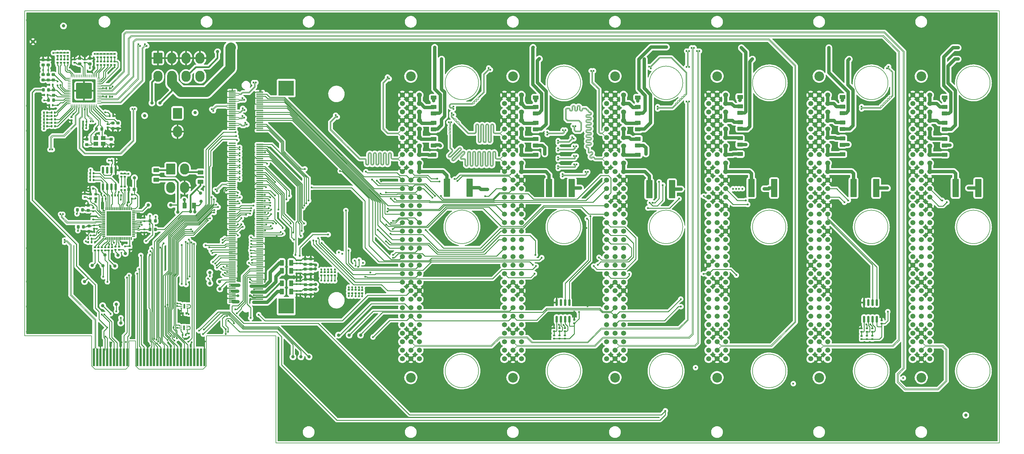
<source format=gbr>
G04 #@! TF.GenerationSoftware,KiCad,Pcbnew,6.0.7-f9a2dced07~116~ubuntu22.04.1*
G04 #@! TF.CreationDate,2023-05-31T10:56:08+01:00*
G04 #@! TF.ProjectId,hiltop_backplane_brd,68696c74-6f70-45f6-9261-636b706c616e,A*
G04 #@! TF.SameCoordinates,Original*
G04 #@! TF.FileFunction,Copper,L1,Top*
G04 #@! TF.FilePolarity,Positive*
%FSLAX46Y46*%
G04 Gerber Fmt 4.6, Leading zero omitted, Abs format (unit mm)*
G04 Created by KiCad (PCBNEW 6.0.7-f9a2dced07~116~ubuntu22.04.1) date 2023-05-31 10:56:08*
%MOMM*%
%LPD*%
G01*
G04 APERTURE LIST*
G04 Aperture macros list*
%AMRoundRect*
0 Rectangle with rounded corners*
0 $1 Rounding radius*
0 $2 $3 $4 $5 $6 $7 $8 $9 X,Y pos of 4 corners*
0 Add a 4 corners polygon primitive as box body*
4,1,4,$2,$3,$4,$5,$6,$7,$8,$9,$2,$3,0*
0 Add four circle primitives for the rounded corners*
1,1,$1+$1,$2,$3*
1,1,$1+$1,$4,$5*
1,1,$1+$1,$6,$7*
1,1,$1+$1,$8,$9*
0 Add four rect primitives between the rounded corners*
20,1,$1+$1,$2,$3,$4,$5,0*
20,1,$1+$1,$4,$5,$6,$7,0*
20,1,$1+$1,$6,$7,$8,$9,0*
20,1,$1+$1,$8,$9,$2,$3,0*%
G04 Aperture macros list end*
G04 #@! TA.AperFunction,Profile*
%ADD10C,0.150000*%
G04 #@! TD*
G04 #@! TA.AperFunction,ComponentPad*
%ADD11C,2.900680*%
G04 #@! TD*
G04 #@! TA.AperFunction,ComponentPad*
%ADD12C,1.501140*%
G04 #@! TD*
G04 #@! TA.AperFunction,SMDPad,CuDef*
%ADD13RoundRect,0.147500X-0.147500X-0.172500X0.147500X-0.172500X0.147500X0.172500X-0.147500X0.172500X0*%
G04 #@! TD*
G04 #@! TA.AperFunction,SMDPad,CuDef*
%ADD14RoundRect,0.250000X-0.712500X-2.475000X0.712500X-2.475000X0.712500X2.475000X-0.712500X2.475000X0*%
G04 #@! TD*
G04 #@! TA.AperFunction,SMDPad,CuDef*
%ADD15RoundRect,0.147500X-0.172500X0.147500X-0.172500X-0.147500X0.172500X-0.147500X0.172500X0.147500X0*%
G04 #@! TD*
G04 #@! TA.AperFunction,SMDPad,CuDef*
%ADD16RoundRect,0.218750X0.256250X-0.218750X0.256250X0.218750X-0.256250X0.218750X-0.256250X-0.218750X0*%
G04 #@! TD*
G04 #@! TA.AperFunction,SMDPad,CuDef*
%ADD17RoundRect,0.147500X0.172500X-0.147500X0.172500X0.147500X-0.172500X0.147500X-0.172500X-0.147500X0*%
G04 #@! TD*
G04 #@! TA.AperFunction,SMDPad,CuDef*
%ADD18R,0.900000X0.800000*%
G04 #@! TD*
G04 #@! TA.AperFunction,SMDPad,CuDef*
%ADD19RoundRect,0.147500X0.147500X0.172500X-0.147500X0.172500X-0.147500X-0.172500X0.147500X-0.172500X0*%
G04 #@! TD*
G04 #@! TA.AperFunction,SMDPad,CuDef*
%ADD20RoundRect,0.218750X0.218750X0.256250X-0.218750X0.256250X-0.218750X-0.256250X0.218750X-0.256250X0*%
G04 #@! TD*
G04 #@! TA.AperFunction,SMDPad,CuDef*
%ADD21RoundRect,0.250000X0.625000X-0.375000X0.625000X0.375000X-0.625000X0.375000X-0.625000X-0.375000X0*%
G04 #@! TD*
G04 #@! TA.AperFunction,SMDPad,CuDef*
%ADD22RoundRect,0.218750X-0.218750X-0.256250X0.218750X-0.256250X0.218750X0.256250X-0.218750X0.256250X0*%
G04 #@! TD*
G04 #@! TA.AperFunction,SMDPad,CuDef*
%ADD23RoundRect,0.150000X0.150000X-0.825000X0.150000X0.825000X-0.150000X0.825000X-0.150000X-0.825000X0*%
G04 #@! TD*
G04 #@! TA.AperFunction,SMDPad,CuDef*
%ADD24R,0.850000X0.300000*%
G04 #@! TD*
G04 #@! TA.AperFunction,SMDPad,CuDef*
%ADD25R,0.300000X0.850000*%
G04 #@! TD*
G04 #@! TA.AperFunction,SMDPad,CuDef*
%ADD26R,7.350000X7.350000*%
G04 #@! TD*
G04 #@! TA.AperFunction,ComponentPad*
%ADD27RoundRect,0.250001X-1.099999X-1.399999X1.099999X-1.399999X1.099999X1.399999X-1.099999X1.399999X0*%
G04 #@! TD*
G04 #@! TA.AperFunction,ComponentPad*
%ADD28O,2.700000X3.300000*%
G04 #@! TD*
G04 #@! TA.AperFunction,SMDPad,CuDef*
%ADD29RoundRect,0.218750X-0.256250X0.218750X-0.256250X-0.218750X0.256250X-0.218750X0.256250X0.218750X0*%
G04 #@! TD*
G04 #@! TA.AperFunction,SMDPad,CuDef*
%ADD30RoundRect,0.050000X0.387500X0.050000X-0.387500X0.050000X-0.387500X-0.050000X0.387500X-0.050000X0*%
G04 #@! TD*
G04 #@! TA.AperFunction,SMDPad,CuDef*
%ADD31RoundRect,0.050000X0.050000X0.387500X-0.050000X0.387500X-0.050000X-0.387500X0.050000X-0.387500X0*%
G04 #@! TD*
G04 #@! TA.AperFunction,SMDPad,CuDef*
%ADD32RoundRect,0.249998X2.100002X2.100002X-2.100002X2.100002X-2.100002X-2.100002X2.100002X-2.100002X0*%
G04 #@! TD*
G04 #@! TA.AperFunction,SMDPad,CuDef*
%ADD33RoundRect,0.250000X0.375000X0.625000X-0.375000X0.625000X-0.375000X-0.625000X0.375000X-0.625000X0*%
G04 #@! TD*
G04 #@! TA.AperFunction,SMDPad,CuDef*
%ADD34RoundRect,0.250000X-0.625000X0.375000X-0.625000X-0.375000X0.625000X-0.375000X0.625000X0.375000X0*%
G04 #@! TD*
G04 #@! TA.AperFunction,SMDPad,CuDef*
%ADD35R,0.700000X0.250000*%
G04 #@! TD*
G04 #@! TA.AperFunction,SMDPad,CuDef*
%ADD36R,0.610000X1.420000*%
G04 #@! TD*
G04 #@! TA.AperFunction,SMDPad,CuDef*
%ADD37R,0.750000X5.300000*%
G04 #@! TD*
G04 #@! TA.AperFunction,ComponentPad*
%ADD38C,1.000000*%
G04 #@! TD*
G04 #@! TA.AperFunction,SMDPad,CuDef*
%ADD39R,1.400000X1.200000*%
G04 #@! TD*
G04 #@! TA.AperFunction,SMDPad,CuDef*
%ADD40RoundRect,0.150000X-0.150000X0.825000X-0.150000X-0.825000X0.150000X-0.825000X0.150000X0.825000X0*%
G04 #@! TD*
G04 #@! TA.AperFunction,SMDPad,CuDef*
%ADD41C,1.000000*%
G04 #@! TD*
G04 #@! TA.AperFunction,SMDPad,CuDef*
%ADD42R,4.600000X4.500000*%
G04 #@! TD*
G04 #@! TA.AperFunction,SMDPad,CuDef*
%ADD43R,2.000000X0.350000*%
G04 #@! TD*
G04 #@! TA.AperFunction,ViaPad*
%ADD44C,0.600000*%
G04 #@! TD*
G04 #@! TA.AperFunction,ViaPad*
%ADD45C,0.800000*%
G04 #@! TD*
G04 #@! TA.AperFunction,ViaPad*
%ADD46C,1.000000*%
G04 #@! TD*
G04 #@! TA.AperFunction,Conductor*
%ADD47C,0.360000*%
G04 #@! TD*
G04 #@! TA.AperFunction,Conductor*
%ADD48C,0.250000*%
G04 #@! TD*
G04 #@! TA.AperFunction,Conductor*
%ADD49C,0.200000*%
G04 #@! TD*
G04 #@! TA.AperFunction,Conductor*
%ADD50C,1.000000*%
G04 #@! TD*
G04 #@! TA.AperFunction,Conductor*
%ADD51C,0.500000*%
G04 #@! TD*
G04 #@! TA.AperFunction,Conductor*
%ADD52C,3.000000*%
G04 #@! TD*
G04 #@! TA.AperFunction,Conductor*
%ADD53C,0.150000*%
G04 #@! TD*
G04 APERTURE END LIST*
D10*
X179840000Y-50700000D02*
G75*
G03*
X179840000Y-50700000I-5000000J0D01*
G01*
X210320000Y-50700000D02*
G75*
G03*
X210320000Y-50700000I-5000000J0D01*
G01*
X240800000Y-50700000D02*
G75*
G03*
X240800000Y-50700000I-5000000J0D01*
G01*
X210320000Y-93700000D02*
G75*
G03*
X210320000Y-93700000I-5000000J0D01*
G01*
X240800000Y-93700000D02*
G75*
G03*
X240800000Y-93700000I-5000000J0D01*
G01*
X179840000Y-136700000D02*
G75*
G03*
X179840000Y-136700000I-5000000J0D01*
G01*
X210320000Y-136700000D02*
G75*
G03*
X210320000Y-136700000I-5000000J0D01*
G01*
X240800000Y-136700000D02*
G75*
G03*
X240800000Y-136700000I-5000000J0D01*
G01*
X179840000Y-93700000D02*
G75*
G03*
X179840000Y-93700000I-5000000J0D01*
G01*
X271600000Y-136700000D02*
G75*
G03*
X271600000Y-136700000I-5000000J0D01*
G01*
X65300000Y-136200000D02*
X74500000Y-136200000D01*
X75500000Y-135200000D02*
X75500000Y-127700000D01*
X98600000Y-126200000D02*
X119300000Y-126200000D01*
X302080000Y-136700000D02*
G75*
G03*
X302080000Y-136700000I-5000000J0D01*
G01*
X332560000Y-93700000D02*
G75*
G03*
X332560000Y-93700000I-5000000J0D01*
G01*
X75500000Y-135200000D02*
X74500000Y-136200000D01*
X97600000Y-136200000D02*
X98600000Y-135200000D01*
X332560000Y-50700000D02*
G75*
G03*
X332560000Y-50700000I-5000000J0D01*
G01*
X271600000Y-50700000D02*
G75*
G03*
X271600000Y-50700000I-5000000J0D01*
G01*
X302080000Y-93700000D02*
G75*
G03*
X302080000Y-93700000I-5000000J0D01*
G01*
X44300000Y-29200000D02*
X335300000Y-29200000D01*
X64300000Y-135200000D02*
X64300000Y-126200000D01*
X271600000Y-93700000D02*
G75*
G03*
X271600000Y-93700000I-5000000J0D01*
G01*
X332560000Y-136700000D02*
G75*
G03*
X332560000Y-136700000I-5000000J0D01*
G01*
X77400000Y-135200000D02*
X78400000Y-136200000D01*
X119300000Y-136200000D02*
X119300000Y-158200000D01*
X44300000Y-126200000D02*
X44300000Y-29200000D01*
X119300000Y-126200000D02*
X119300000Y-136200000D01*
X78400000Y-136200000D02*
X97600000Y-136200000D01*
X64300000Y-135200000D02*
X65300000Y-136200000D01*
X75500000Y-127700000D02*
X77400000Y-127700000D01*
X98600000Y-135200000D02*
X98600000Y-127700000D01*
X335300000Y-29200000D02*
X335300000Y-158200000D01*
X302080000Y-50700000D02*
G75*
G03*
X302080000Y-50700000I-5000000J0D01*
G01*
X98600000Y-127700000D02*
X98600000Y-126200000D01*
X335300000Y-158200000D02*
X119300000Y-158200000D01*
X77400000Y-127700000D02*
X77400000Y-135200000D01*
X64300000Y-126200000D02*
X44300000Y-126200000D01*
D11*
X159600000Y-48703900D03*
X159600000Y-138696100D03*
D12*
X157060000Y-54330000D03*
X159600000Y-54330000D03*
X162140000Y-54330000D03*
X157060000Y-56870000D03*
X159600000Y-56870000D03*
X162140000Y-56870000D03*
X157060000Y-59410000D03*
X159600000Y-59410000D03*
X162140000Y-59410000D03*
X157060000Y-61950000D03*
X159600000Y-61950000D03*
X162140000Y-61950000D03*
X157060000Y-64490000D03*
X159600000Y-64490000D03*
X162140000Y-64490000D03*
X157060000Y-67030000D03*
X159600000Y-67030000D03*
X162140000Y-67030000D03*
X157060000Y-69570000D03*
X159600000Y-69570000D03*
X162140000Y-69570000D03*
X157060000Y-72110000D03*
X159600000Y-72110000D03*
X162140000Y-72110000D03*
X157060000Y-74650000D03*
X159600000Y-74650000D03*
X162140000Y-74650000D03*
X157060000Y-77190000D03*
X159600000Y-77190000D03*
X162140000Y-77190000D03*
X157060000Y-79730000D03*
X159600000Y-79730000D03*
X162140000Y-79730000D03*
X157060000Y-82270000D03*
X159600000Y-82270000D03*
X162140000Y-82270000D03*
X157060000Y-84810000D03*
X159600000Y-84810000D03*
X162140000Y-84810000D03*
X157060000Y-87350000D03*
X159600000Y-87350000D03*
X162140000Y-87350000D03*
X157060000Y-89890000D03*
X159600000Y-89890000D03*
X162140000Y-89890000D03*
X157060000Y-92430000D03*
X159600000Y-92430000D03*
X162140000Y-92430000D03*
X157060000Y-94970000D03*
X159600000Y-94970000D03*
X162140000Y-94970000D03*
X157060000Y-97510000D03*
X159600000Y-97510000D03*
X162140000Y-97510000D03*
X157060000Y-100050000D03*
X159600000Y-100050000D03*
X162140000Y-100050000D03*
X157060000Y-102590000D03*
X159600000Y-102590000D03*
X162140000Y-102590000D03*
X157060000Y-105130000D03*
X159600000Y-105130000D03*
X162140000Y-105130000D03*
X157060000Y-107670000D03*
X159600000Y-107670000D03*
X162140000Y-107670000D03*
X157060000Y-110210000D03*
X159600000Y-110210000D03*
X162140000Y-110210000D03*
X157060000Y-112750000D03*
X159600000Y-112750000D03*
X162140000Y-112750000D03*
X157060000Y-115290000D03*
X159600000Y-115290000D03*
X162140000Y-115290000D03*
X157060000Y-117830000D03*
X159600000Y-117830000D03*
X162140000Y-117830000D03*
X157060000Y-120370000D03*
X159600000Y-120370000D03*
X162140000Y-120370000D03*
X157060000Y-122910000D03*
X159600000Y-122910000D03*
X162140000Y-122910000D03*
X157060000Y-125450000D03*
X159600000Y-125450000D03*
X162140000Y-125450000D03*
X157060000Y-127990000D03*
X159600000Y-127990000D03*
X162140000Y-127990000D03*
X157060000Y-130530000D03*
X159600000Y-130530000D03*
X162140000Y-130530000D03*
X157060000Y-133070000D03*
X159600000Y-133070000D03*
X162140000Y-133070000D03*
D11*
X190080000Y-138696100D03*
X190080000Y-48703900D03*
D12*
X187540000Y-54330000D03*
X190080000Y-54330000D03*
X192620000Y-54330000D03*
X187540000Y-56870000D03*
X190080000Y-56870000D03*
X192620000Y-56870000D03*
X187540000Y-59410000D03*
X190080000Y-59410000D03*
X192620000Y-59410000D03*
X187540000Y-61950000D03*
X190080000Y-61950000D03*
X192620000Y-61950000D03*
X187540000Y-64490000D03*
X190080000Y-64490000D03*
X192620000Y-64490000D03*
X187540000Y-67030000D03*
X190080000Y-67030000D03*
X192620000Y-67030000D03*
X187540000Y-69570000D03*
X190080000Y-69570000D03*
X192620000Y-69570000D03*
X187540000Y-72110000D03*
X190080000Y-72110000D03*
X192620000Y-72110000D03*
X187540000Y-74650000D03*
X190080000Y-74650000D03*
X192620000Y-74650000D03*
X187540000Y-77190000D03*
X190080000Y-77190000D03*
X192620000Y-77190000D03*
X187540000Y-79730000D03*
X190080000Y-79730000D03*
X192620000Y-79730000D03*
X187540000Y-82270000D03*
X190080000Y-82270000D03*
X192620000Y-82270000D03*
X187540000Y-84810000D03*
X190080000Y-84810000D03*
X192620000Y-84810000D03*
X187540000Y-87350000D03*
X190080000Y-87350000D03*
X192620000Y-87350000D03*
X187540000Y-89890000D03*
X190080000Y-89890000D03*
X192620000Y-89890000D03*
X187540000Y-92430000D03*
X190080000Y-92430000D03*
X192620000Y-92430000D03*
X187540000Y-94970000D03*
X190080000Y-94970000D03*
X192620000Y-94970000D03*
X187540000Y-97510000D03*
X190080000Y-97510000D03*
X192620000Y-97510000D03*
X187540000Y-100050000D03*
X190080000Y-100050000D03*
X192620000Y-100050000D03*
X187540000Y-102590000D03*
X190080000Y-102590000D03*
X192620000Y-102590000D03*
X187540000Y-105130000D03*
X190080000Y-105130000D03*
X192620000Y-105130000D03*
X187540000Y-107670000D03*
X190080000Y-107670000D03*
X192620000Y-107670000D03*
X187540000Y-110210000D03*
X190080000Y-110210000D03*
X192620000Y-110210000D03*
X187540000Y-112750000D03*
X190080000Y-112750000D03*
X192620000Y-112750000D03*
X187540000Y-115290000D03*
X190080000Y-115290000D03*
X192620000Y-115290000D03*
X187540000Y-117830000D03*
X190080000Y-117830000D03*
X192620000Y-117830000D03*
X187540000Y-120370000D03*
X190080000Y-120370000D03*
X192620000Y-120370000D03*
X187540000Y-122910000D03*
X190080000Y-122910000D03*
X192620000Y-122910000D03*
X187540000Y-125450000D03*
X190080000Y-125450000D03*
X192620000Y-125450000D03*
X187540000Y-127990000D03*
X190080000Y-127990000D03*
X192620000Y-127990000D03*
X187540000Y-130530000D03*
X190080000Y-130530000D03*
X192620000Y-130530000D03*
X187540000Y-133070000D03*
X190080000Y-133070000D03*
X192620000Y-133070000D03*
D11*
X220560000Y-48703900D03*
X220560000Y-138696100D03*
D12*
X218020000Y-54330000D03*
X220560000Y-54330000D03*
X223100000Y-54330000D03*
X218020000Y-56870000D03*
X220560000Y-56870000D03*
X223100000Y-56870000D03*
X218020000Y-59410000D03*
X220560000Y-59410000D03*
X223100000Y-59410000D03*
X218020000Y-61950000D03*
X220560000Y-61950000D03*
X223100000Y-61950000D03*
X218020000Y-64490000D03*
X220560000Y-64490000D03*
X223100000Y-64490000D03*
X218020000Y-67030000D03*
X220560000Y-67030000D03*
X223100000Y-67030000D03*
X218020000Y-69570000D03*
X220560000Y-69570000D03*
X223100000Y-69570000D03*
X218020000Y-72110000D03*
X220560000Y-72110000D03*
X223100000Y-72110000D03*
X218020000Y-74650000D03*
X220560000Y-74650000D03*
X223100000Y-74650000D03*
X218020000Y-77190000D03*
X220560000Y-77190000D03*
X223100000Y-77190000D03*
X218020000Y-79730000D03*
X220560000Y-79730000D03*
X223100000Y-79730000D03*
X218020000Y-82270000D03*
X220560000Y-82270000D03*
X223100000Y-82270000D03*
X218020000Y-84810000D03*
X220560000Y-84810000D03*
X223100000Y-84810000D03*
X218020000Y-87350000D03*
X220560000Y-87350000D03*
X223100000Y-87350000D03*
X218020000Y-89890000D03*
X220560000Y-89890000D03*
X223100000Y-89890000D03*
X218020000Y-92430000D03*
X220560000Y-92430000D03*
X223100000Y-92430000D03*
X218020000Y-94970000D03*
X220560000Y-94970000D03*
X223100000Y-94970000D03*
X218020000Y-97510000D03*
X220560000Y-97510000D03*
X223100000Y-97510000D03*
X218020000Y-100050000D03*
X220560000Y-100050000D03*
X223100000Y-100050000D03*
X218020000Y-102590000D03*
X220560000Y-102590000D03*
X223100000Y-102590000D03*
X218020000Y-105130000D03*
X220560000Y-105130000D03*
X223100000Y-105130000D03*
X218020000Y-107670000D03*
X220560000Y-107670000D03*
X223100000Y-107670000D03*
X218020000Y-110210000D03*
X220560000Y-110210000D03*
X223100000Y-110210000D03*
X218020000Y-112750000D03*
X220560000Y-112750000D03*
X223100000Y-112750000D03*
X218020000Y-115290000D03*
X220560000Y-115290000D03*
X223100000Y-115290000D03*
X218020000Y-117830000D03*
X220560000Y-117830000D03*
X223100000Y-117830000D03*
X218020000Y-120370000D03*
X220560000Y-120370000D03*
X223100000Y-120370000D03*
X218020000Y-122910000D03*
X220560000Y-122910000D03*
X223100000Y-122910000D03*
X218020000Y-125450000D03*
X220560000Y-125450000D03*
X223100000Y-125450000D03*
X218020000Y-127990000D03*
X220560000Y-127990000D03*
X223100000Y-127990000D03*
X218020000Y-130530000D03*
X220560000Y-130530000D03*
X223100000Y-130530000D03*
X218020000Y-133070000D03*
X220560000Y-133070000D03*
X223100000Y-133070000D03*
D13*
X75327500Y-85344000D03*
X76297500Y-85344000D03*
D14*
X170366500Y-82042000D03*
X177141500Y-82042000D03*
D15*
X73152000Y-77747000D03*
X73152000Y-78717000D03*
D16*
X63246000Y-88784500D03*
X63246000Y-87209500D03*
D17*
X75628500Y-100434000D03*
X75628500Y-99464000D03*
D13*
X63897500Y-79756000D03*
X64867500Y-79756000D03*
D18*
X65595000Y-83957000D03*
X63945000Y-83957000D03*
X63945000Y-85207000D03*
X65595000Y-85207000D03*
D15*
X64770000Y-90515000D03*
X64770000Y-91485000D03*
D13*
X70381000Y-84328000D03*
X71351000Y-84328000D03*
D15*
X74168000Y-77747000D03*
X74168000Y-78717000D03*
D19*
X92427500Y-125980000D03*
X91457500Y-125980000D03*
D17*
X65278000Y-100735000D03*
X65278000Y-99765000D03*
D20*
X61606500Y-88646000D03*
X60031500Y-88646000D03*
D17*
X71437500Y-100561000D03*
X71437500Y-99591000D03*
X72530000Y-100561000D03*
X72530000Y-99591000D03*
X69342000Y-100735000D03*
X69342000Y-99765000D03*
D15*
X65024000Y-95215000D03*
X65024000Y-96185000D03*
D19*
X64285000Y-98250000D03*
X63315000Y-98250000D03*
D21*
X166400000Y-72150000D03*
X166400000Y-69350000D03*
D22*
X75412500Y-82550000D03*
X76987500Y-82550000D03*
D23*
X67691000Y-81723000D03*
X68961000Y-81723000D03*
X70231000Y-81723000D03*
X71501000Y-81723000D03*
X71501000Y-76773000D03*
X70231000Y-76773000D03*
X68961000Y-76773000D03*
X67691000Y-76773000D03*
D21*
X227400000Y-72150000D03*
X227400000Y-69350000D03*
D17*
X68326000Y-100735000D03*
X68326000Y-99765000D03*
X74168000Y-82660500D03*
X74168000Y-81690500D03*
D14*
X230818500Y-82423000D03*
X237593500Y-82423000D03*
D17*
X64770000Y-88997500D03*
X64770000Y-88027500D03*
X67310000Y-100735000D03*
X67310000Y-99765000D03*
D24*
X67940000Y-88960000D03*
X67940000Y-89460000D03*
X67940000Y-89960000D03*
X67940000Y-90460000D03*
X67940000Y-90960000D03*
X67940000Y-91460000D03*
X67940000Y-91960000D03*
X67940000Y-92460000D03*
X67940000Y-92960000D03*
X67940000Y-93460000D03*
X67940000Y-93960000D03*
X67940000Y-94460000D03*
X67940000Y-94960000D03*
X67940000Y-95460000D03*
X67940000Y-95960000D03*
X67940000Y-96460000D03*
D25*
X68640000Y-97160000D03*
X69140000Y-97160000D03*
X69640000Y-97160000D03*
X70140000Y-97160000D03*
X70640000Y-97160000D03*
X71140000Y-97160000D03*
X71640000Y-97160000D03*
X72140000Y-97160000D03*
X72640000Y-97160000D03*
X73140000Y-97160000D03*
X73640000Y-97160000D03*
X74140000Y-97160000D03*
X74640000Y-97160000D03*
X75140000Y-97160000D03*
X75640000Y-97160000D03*
X76140000Y-97160000D03*
D24*
X76840000Y-96460000D03*
X76840000Y-95960000D03*
X76840000Y-95460000D03*
X76840000Y-94960000D03*
X76840000Y-94460000D03*
X76840000Y-93960000D03*
X76840000Y-93460000D03*
X76840000Y-92960000D03*
X76840000Y-92460000D03*
X76840000Y-91960000D03*
X76840000Y-91460000D03*
X76840000Y-90960000D03*
X76840000Y-90460000D03*
X76840000Y-89960000D03*
X76840000Y-89460000D03*
X76840000Y-88960000D03*
D25*
X76140000Y-88260000D03*
X75640000Y-88260000D03*
X75140000Y-88260000D03*
X74640000Y-88260000D03*
X74140000Y-88260000D03*
X73640000Y-88260000D03*
X73140000Y-88260000D03*
X72640000Y-88260000D03*
X72140000Y-88260000D03*
X71640000Y-88260000D03*
X71140000Y-88260000D03*
X70640000Y-88260000D03*
X70140000Y-88260000D03*
X69640000Y-88260000D03*
X69140000Y-88260000D03*
X68640000Y-88260000D03*
D26*
X72390000Y-92710000D03*
D13*
X63897500Y-77724000D03*
X64867500Y-77724000D03*
D17*
X66294000Y-100735000D03*
X66294000Y-99765000D03*
D19*
X64880500Y-78740000D03*
X63910500Y-78740000D03*
D20*
X61860500Y-93726000D03*
X60285500Y-93726000D03*
D27*
X84074000Y-43268000D03*
D28*
X88274000Y-43268000D03*
X92474000Y-43268000D03*
X96674000Y-43268000D03*
X84074000Y-48768000D03*
X88274000Y-48768000D03*
X92474000Y-48768000D03*
X96674000Y-48768000D03*
D27*
X89916000Y-59778000D03*
D28*
X89916000Y-65278000D03*
D17*
X73152000Y-82660500D03*
X73152000Y-81690500D03*
D13*
X75327500Y-84074000D03*
X76297500Y-84074000D03*
D15*
X62230000Y-83843000D03*
X62230000Y-84813000D03*
D13*
X67515000Y-85344000D03*
X68485000Y-85344000D03*
D21*
X227400000Y-62650000D03*
X227400000Y-59850000D03*
X196900000Y-57900000D03*
X196900000Y-55100000D03*
D20*
X83337500Y-91948000D03*
X81762500Y-91948000D03*
D15*
X80040000Y-90995000D03*
X80040000Y-91965000D03*
D20*
X83337500Y-94488000D03*
X81762500Y-94488000D03*
D19*
X73129000Y-84328000D03*
X72159000Y-84328000D03*
D15*
X65024000Y-93241000D03*
X65024000Y-94211000D03*
D29*
X63500000Y-93446500D03*
X63500000Y-95021500D03*
D13*
X63315000Y-97250000D03*
X64285000Y-97250000D03*
D17*
X57150000Y-42649000D03*
X57150000Y-41679000D03*
X58300000Y-61885000D03*
X58300000Y-60915000D03*
D30*
X66388500Y-56836000D03*
X66388500Y-56336000D03*
X66388500Y-55836000D03*
X66388500Y-55336000D03*
X66388500Y-54836000D03*
X66388500Y-54336000D03*
X66388500Y-53836000D03*
X66388500Y-53336000D03*
X66388500Y-52836000D03*
X66388500Y-52336000D03*
X66388500Y-51836000D03*
X66388500Y-51336000D03*
X66388500Y-50836000D03*
X66388500Y-50336000D03*
X66388500Y-49836000D03*
X66388500Y-49336000D03*
D31*
X65726000Y-48673500D03*
X65226000Y-48673500D03*
X64726000Y-48673500D03*
X64226000Y-48673500D03*
X63726000Y-48673500D03*
X63226000Y-48673500D03*
X62726000Y-48673500D03*
X62226000Y-48673500D03*
X61726000Y-48673500D03*
X61226000Y-48673500D03*
X60726000Y-48673500D03*
X60226000Y-48673500D03*
X59726000Y-48673500D03*
X59226000Y-48673500D03*
X58726000Y-48673500D03*
X58226000Y-48673500D03*
D30*
X57563500Y-49336000D03*
X57563500Y-49836000D03*
X57563500Y-50336000D03*
X57563500Y-50836000D03*
X57563500Y-51336000D03*
X57563500Y-51836000D03*
X57563500Y-52336000D03*
X57563500Y-52836000D03*
X57563500Y-53336000D03*
X57563500Y-53836000D03*
X57563500Y-54336000D03*
X57563500Y-54836000D03*
X57563500Y-55336000D03*
X57563500Y-55836000D03*
X57563500Y-56336000D03*
X57563500Y-56836000D03*
D31*
X58226000Y-57498500D03*
X58726000Y-57498500D03*
X59226000Y-57498500D03*
X59726000Y-57498500D03*
X60226000Y-57498500D03*
X60726000Y-57498500D03*
X61226000Y-57498500D03*
X61726000Y-57498500D03*
X62226000Y-57498500D03*
X62726000Y-57498500D03*
X63226000Y-57498500D03*
X63726000Y-57498500D03*
X64226000Y-57498500D03*
X64726000Y-57498500D03*
X65226000Y-57498500D03*
X65726000Y-57498500D03*
D32*
X61976000Y-53086000D03*
D13*
X50188000Y-54356000D03*
X51158000Y-54356000D03*
D15*
X59182000Y-43711000D03*
X59182000Y-44681000D03*
D17*
X69088000Y-63985000D03*
X69088000Y-63015000D03*
D29*
X49784000Y-43789500D03*
X49784000Y-45364500D03*
X51308000Y-48234500D03*
X51308000Y-49809500D03*
D17*
X54102000Y-42649000D03*
X54102000Y-41679000D03*
D15*
X68072000Y-44346000D03*
X68072000Y-45316000D03*
D13*
X52347000Y-60579000D03*
X53317000Y-60579000D03*
D19*
X51013500Y-61600000D03*
X50043500Y-61600000D03*
D29*
X60706000Y-43408500D03*
X60706000Y-44983500D03*
D22*
X49885500Y-52832000D03*
X51460500Y-52832000D03*
D15*
X56134000Y-43711000D03*
X56134000Y-44681000D03*
X55118000Y-43711000D03*
X55118000Y-44681000D03*
X54102000Y-43711000D03*
X54102000Y-44681000D03*
D29*
X52959000Y-52806500D03*
X52959000Y-54381500D03*
D19*
X51020000Y-62616000D03*
X50050000Y-62616000D03*
D15*
X62230000Y-43711000D03*
X62230000Y-44681000D03*
D16*
X70132000Y-69093500D03*
X70132000Y-67518500D03*
D19*
X52682000Y-51308000D03*
X51712000Y-51308000D03*
D29*
X63754000Y-43408500D03*
X63754000Y-44983500D03*
D13*
X61745000Y-63285000D03*
X62715000Y-63285000D03*
D19*
X51024500Y-59563000D03*
X50054500Y-59563000D03*
D29*
X62820000Y-67522500D03*
X62820000Y-69097500D03*
D16*
X70612000Y-64287500D03*
X70612000Y-62712500D03*
D17*
X56134000Y-42649000D03*
X56134000Y-41679000D03*
X55118000Y-42649000D03*
X55118000Y-41679000D03*
D15*
X57150000Y-43711000D03*
X57150000Y-44681000D03*
D29*
X52832000Y-48234500D03*
X52832000Y-49809500D03*
D22*
X65760500Y-64516000D03*
X67335500Y-64516000D03*
D13*
X52365000Y-62616000D03*
X53335000Y-62616000D03*
X52365000Y-63632000D03*
X53335000Y-63632000D03*
D27*
X87884000Y-76454000D03*
D28*
X92084000Y-76454000D03*
X87884000Y-81954000D03*
X92084000Y-81954000D03*
D33*
X94875000Y-87370000D03*
X92075000Y-87370000D03*
D34*
X96780000Y-77410000D03*
X96780000Y-80210000D03*
D13*
X51712000Y-57404000D03*
X52682000Y-57404000D03*
D19*
X51031000Y-60579000D03*
X50061000Y-60579000D03*
X51013500Y-63632000D03*
X50043500Y-63632000D03*
D13*
X52365000Y-61600000D03*
X53335000Y-61600000D03*
D29*
X49784000Y-48234500D03*
X49784000Y-49809500D03*
X51308000Y-43775500D03*
X51308000Y-45350500D03*
D15*
X67056000Y-44346000D03*
X67056000Y-45316000D03*
D17*
X71150000Y-45316000D03*
X71150000Y-44346000D03*
X71150000Y-43030000D03*
X71150000Y-42060000D03*
D15*
X69100000Y-44346000D03*
X69100000Y-45316000D03*
X70116000Y-44346000D03*
X70116000Y-45316000D03*
D17*
X70116000Y-43030000D03*
X70116000Y-42060000D03*
X69100000Y-43030000D03*
X69100000Y-42060000D03*
D19*
X69670000Y-52300000D03*
X68700000Y-52300000D03*
X70716000Y-60579000D03*
X69746000Y-60579000D03*
D16*
X72136000Y-64287500D03*
X72136000Y-62712500D03*
D20*
X52984500Y-55880000D03*
X51409500Y-55880000D03*
D13*
X52347000Y-59563000D03*
X53317000Y-59563000D03*
D15*
X66040000Y-44346000D03*
X66040000Y-45316000D03*
D17*
X68072000Y-43030000D03*
X68072000Y-42060000D03*
X67056000Y-43030000D03*
X67056000Y-42060000D03*
X66040000Y-43030000D03*
X66040000Y-42060000D03*
D14*
X200892000Y-82105500D03*
X207667000Y-82105500D03*
D21*
X196900000Y-67400000D03*
X196900000Y-64600000D03*
X196900000Y-62650000D03*
X196900000Y-59850000D03*
D33*
X123869000Y-113031000D03*
X121069000Y-113031000D03*
D15*
X126580000Y-112795000D03*
X126580000Y-113765000D03*
D29*
X129710000Y-112372500D03*
X129710000Y-113947500D03*
D16*
X128080000Y-104827500D03*
X128080000Y-103252500D03*
D15*
X125517000Y-112800000D03*
X125517000Y-113770000D03*
D29*
X128082000Y-106293500D03*
X128082000Y-107868500D03*
X128090000Y-112372500D03*
X128090000Y-113947500D03*
D15*
X126610000Y-106595000D03*
X126610000Y-107565000D03*
D16*
X129720000Y-110917500D03*
X129720000Y-109342500D03*
D33*
X123894000Y-106827000D03*
X121094000Y-106827000D03*
X123894000Y-104412000D03*
X121094000Y-104412000D03*
D17*
X125517000Y-110793000D03*
X125517000Y-109823000D03*
X125542000Y-104643000D03*
X125542000Y-103673000D03*
D29*
X129720000Y-106292500D03*
X129720000Y-107867500D03*
D16*
X129720000Y-104827500D03*
X129720000Y-103252500D03*
D33*
X123869000Y-110562000D03*
X121069000Y-110562000D03*
D16*
X128090000Y-110917500D03*
X128090000Y-109342500D03*
D15*
X125542000Y-106596000D03*
X125542000Y-107566000D03*
D13*
X63765000Y-82250000D03*
X64735000Y-82250000D03*
D19*
X71311000Y-73896000D03*
X70341000Y-73896000D03*
D21*
X166400000Y-62650000D03*
X166400000Y-59850000D03*
X227400000Y-57900000D03*
X227400000Y-55100000D03*
X166400000Y-57900000D03*
X166400000Y-55100000D03*
X166400000Y-67400000D03*
X166400000Y-64600000D03*
X227400000Y-67400000D03*
X227400000Y-64600000D03*
X196900000Y-72150000D03*
X196900000Y-69350000D03*
D13*
X61760000Y-62285000D03*
X62730000Y-62285000D03*
D35*
X92815000Y-124340000D03*
X92815000Y-123840000D03*
X92815000Y-123340000D03*
X90965000Y-123340000D03*
X90965000Y-123840000D03*
X90965000Y-124340000D03*
D36*
X91890000Y-123840000D03*
D19*
X92545000Y-119510000D03*
X91575000Y-119510000D03*
D35*
X92920000Y-117865000D03*
X92920000Y-117365000D03*
X92920000Y-116865000D03*
X91070000Y-116865000D03*
X91070000Y-117365000D03*
X91070000Y-117865000D03*
D36*
X91995000Y-117365000D03*
D19*
X69685000Y-54800000D03*
X68715000Y-54800000D03*
D15*
X70358000Y-99765000D03*
X70358000Y-100735000D03*
D17*
X80010000Y-95405000D03*
X80010000Y-94435000D03*
D37*
X64954000Y-132600000D03*
X65954000Y-132600000D03*
X66954000Y-132600000D03*
X67954000Y-132600000D03*
X68954000Y-132600000D03*
X69954000Y-132600000D03*
X70954000Y-132600000D03*
X71954000Y-132600000D03*
X72954000Y-132600000D03*
X73954000Y-132600000D03*
X74954000Y-132600000D03*
X77954000Y-132600000D03*
X78954000Y-132600000D03*
X79954000Y-132600000D03*
X80954000Y-132600000D03*
X81954000Y-132600000D03*
X82954000Y-132600000D03*
X83954000Y-132600000D03*
X84954000Y-132600000D03*
X85954000Y-132600000D03*
X86954000Y-132600000D03*
X87954000Y-132600000D03*
X88954000Y-132600000D03*
X89954000Y-132600000D03*
X90954000Y-132600000D03*
X91954000Y-132600000D03*
X92954000Y-132600000D03*
X93954000Y-132600000D03*
X94954000Y-132600000D03*
X95954000Y-132600000D03*
X96954000Y-132600000D03*
X97954000Y-132600000D03*
D17*
X145100000Y-113500000D03*
X145100000Y-112530000D03*
X144100000Y-113500000D03*
X144100000Y-112530000D03*
X143100000Y-113485000D03*
X143100000Y-112515000D03*
X142100000Y-113470000D03*
X142100000Y-112500000D03*
X141100000Y-113470000D03*
X141100000Y-112500000D03*
X136900000Y-108170000D03*
X136900000Y-107200000D03*
X135900000Y-108170000D03*
X135900000Y-107200000D03*
X134900000Y-108185000D03*
X134900000Y-107215000D03*
X133900000Y-108185000D03*
X133900000Y-107215000D03*
X132900000Y-108170000D03*
X132900000Y-107200000D03*
D38*
X67600000Y-117200000D03*
X71700000Y-116800000D03*
X62200000Y-110000000D03*
X73000000Y-122400000D03*
X138000000Y-126000000D03*
X141200000Y-126000000D03*
X144600000Y-126000000D03*
X68300000Y-102100000D03*
X67700000Y-105300000D03*
X64500000Y-105200000D03*
X71200000Y-105400000D03*
X102600000Y-112200000D03*
X102500000Y-110000000D03*
X99600000Y-110500000D03*
X77090000Y-79040000D03*
X99600000Y-107300000D03*
X81200000Y-87200000D03*
X72130000Y-102140000D03*
X74350000Y-101620000D03*
X46800000Y-38400000D03*
X101900000Y-41400000D03*
X95200000Y-59600000D03*
X82300000Y-56700000D03*
X84700000Y-56700000D03*
X80120000Y-60470000D03*
X87900000Y-87200000D03*
X96800000Y-83600000D03*
X97010000Y-86030000D03*
D34*
X83590000Y-76790000D03*
X83590000Y-79590000D03*
D17*
X126600000Y-104643000D03*
X126600000Y-103673000D03*
X126570000Y-110793000D03*
X126570000Y-109823000D03*
D39*
X67730000Y-67210000D03*
X65530000Y-67210000D03*
X65530000Y-68910000D03*
X67730000Y-68910000D03*
D15*
X300200000Y-121615000D03*
X300200000Y-122585000D03*
D17*
X205635000Y-124860000D03*
X205635000Y-123890000D03*
X297400000Y-127185000D03*
X297400000Y-126215000D03*
X205635000Y-127060000D03*
X205635000Y-126090000D03*
D15*
X208435000Y-121490000D03*
X208435000Y-122460000D03*
D17*
X202405000Y-127060000D03*
X202405000Y-126090000D03*
X294200000Y-127215000D03*
X294200000Y-126245000D03*
X295800000Y-127185000D03*
X295800000Y-126215000D03*
D21*
X288500000Y-67250000D03*
X288500000Y-64450000D03*
X319000000Y-72150000D03*
X319000000Y-69350000D03*
D17*
X297400000Y-124985000D03*
X297400000Y-124015000D03*
D21*
X257900000Y-62450000D03*
X257900000Y-59650000D03*
X319000000Y-67400000D03*
X319000000Y-64600000D03*
D17*
X202405000Y-124860000D03*
X202405000Y-123890000D03*
D21*
X257900000Y-57700000D03*
X257900000Y-54900000D03*
D40*
X206940000Y-116325000D03*
X205670000Y-116325000D03*
X204400000Y-116325000D03*
X203130000Y-116325000D03*
X203130000Y-121275000D03*
X204400000Y-121275000D03*
X205670000Y-121275000D03*
X206940000Y-121275000D03*
D21*
X257900000Y-67200000D03*
X257900000Y-64400000D03*
D38*
X124400000Y-132500000D03*
D14*
X261298500Y-82105500D03*
X268073500Y-82105500D03*
D11*
X251040000Y-138696100D03*
X251040000Y-48703900D03*
D12*
X248500000Y-54330000D03*
X251040000Y-54330000D03*
X253580000Y-54330000D03*
X248500000Y-56870000D03*
X251040000Y-56870000D03*
X253580000Y-56870000D03*
X248500000Y-59410000D03*
X251040000Y-59410000D03*
X253580000Y-59410000D03*
X248500000Y-61950000D03*
X251040000Y-61950000D03*
X253580000Y-61950000D03*
X248500000Y-64490000D03*
X251040000Y-64490000D03*
X253580000Y-64490000D03*
X248500000Y-67030000D03*
X251040000Y-67030000D03*
X253580000Y-67030000D03*
X248500000Y-69570000D03*
X251040000Y-69570000D03*
X253580000Y-69570000D03*
X248500000Y-72110000D03*
X251040000Y-72110000D03*
X253580000Y-72110000D03*
X248500000Y-74650000D03*
X251040000Y-74650000D03*
X253580000Y-74650000D03*
X248500000Y-77190000D03*
X251040000Y-77190000D03*
X253580000Y-77190000D03*
X248500000Y-79730000D03*
X251040000Y-79730000D03*
X253580000Y-79730000D03*
X248500000Y-82270000D03*
X251040000Y-82270000D03*
X253580000Y-82270000D03*
X248500000Y-84810000D03*
X251040000Y-84810000D03*
X253580000Y-84810000D03*
X248500000Y-87350000D03*
X251040000Y-87350000D03*
X253580000Y-87350000D03*
X248500000Y-89890000D03*
X251040000Y-89890000D03*
X253580000Y-89890000D03*
X248500000Y-92430000D03*
X251040000Y-92430000D03*
X253580000Y-92430000D03*
X248500000Y-94970000D03*
X251040000Y-94970000D03*
X253580000Y-94970000D03*
X248500000Y-97510000D03*
X251040000Y-97510000D03*
X253580000Y-97510000D03*
X248500000Y-100050000D03*
X251040000Y-100050000D03*
X253580000Y-100050000D03*
X248500000Y-102590000D03*
X251040000Y-102590000D03*
X253580000Y-102590000D03*
X248500000Y-105130000D03*
X251040000Y-105130000D03*
X253580000Y-105130000D03*
X248500000Y-107670000D03*
X251040000Y-107670000D03*
X253580000Y-107670000D03*
X248500000Y-110210000D03*
X251040000Y-110210000D03*
X253580000Y-110210000D03*
X248500000Y-112750000D03*
X251040000Y-112750000D03*
X253580000Y-112750000D03*
X248500000Y-115290000D03*
X251040000Y-115290000D03*
X253580000Y-115290000D03*
X248500000Y-117830000D03*
X251040000Y-117830000D03*
X253580000Y-117830000D03*
X248500000Y-120370000D03*
X251040000Y-120370000D03*
X253580000Y-120370000D03*
X248500000Y-122910000D03*
X251040000Y-122910000D03*
X253580000Y-122910000D03*
X248500000Y-125450000D03*
X251040000Y-125450000D03*
X253580000Y-125450000D03*
X248500000Y-127990000D03*
X251040000Y-127990000D03*
X253580000Y-127990000D03*
X248500000Y-130530000D03*
X251040000Y-130530000D03*
X253580000Y-130530000D03*
X248500000Y-133070000D03*
X251040000Y-133070000D03*
X253580000Y-133070000D03*
D17*
X295800000Y-124985000D03*
X295800000Y-124015000D03*
D38*
X129200000Y-132500000D03*
D41*
X55900000Y-33700000D03*
D11*
X312000000Y-138696100D03*
X312000000Y-48703900D03*
D12*
X309460000Y-54330000D03*
X312000000Y-54330000D03*
X314540000Y-54330000D03*
X309460000Y-56870000D03*
X312000000Y-56870000D03*
X314540000Y-56870000D03*
X309460000Y-59410000D03*
X312000000Y-59410000D03*
X314540000Y-59410000D03*
X309460000Y-61950000D03*
X312000000Y-61950000D03*
X314540000Y-61950000D03*
X309460000Y-64490000D03*
X312000000Y-64490000D03*
X314540000Y-64490000D03*
X309460000Y-67030000D03*
X312000000Y-67030000D03*
X314540000Y-67030000D03*
X309460000Y-69570000D03*
X312000000Y-69570000D03*
X314540000Y-69570000D03*
X309460000Y-72110000D03*
X312000000Y-72110000D03*
X314540000Y-72110000D03*
X309460000Y-74650000D03*
X312000000Y-74650000D03*
X314540000Y-74650000D03*
X309460000Y-77190000D03*
X312000000Y-77190000D03*
X314540000Y-77190000D03*
X309460000Y-79730000D03*
X312000000Y-79730000D03*
X314540000Y-79730000D03*
X309460000Y-82270000D03*
X312000000Y-82270000D03*
X314540000Y-82270000D03*
X309460000Y-84810000D03*
X312000000Y-84810000D03*
X314540000Y-84810000D03*
X309460000Y-87350000D03*
X312000000Y-87350000D03*
X314540000Y-87350000D03*
X309460000Y-89890000D03*
X312000000Y-89890000D03*
X314540000Y-89890000D03*
X309460000Y-92430000D03*
X312000000Y-92430000D03*
X314540000Y-92430000D03*
X309460000Y-94970000D03*
X312000000Y-94970000D03*
X314540000Y-94970000D03*
X309460000Y-97510000D03*
X312000000Y-97510000D03*
X314540000Y-97510000D03*
X309460000Y-100050000D03*
X312000000Y-100050000D03*
X314540000Y-100050000D03*
X309460000Y-102590000D03*
X312000000Y-102590000D03*
X314540000Y-102590000D03*
X309460000Y-105130000D03*
X312000000Y-105130000D03*
X314540000Y-105130000D03*
X309460000Y-107670000D03*
X312000000Y-107670000D03*
X314540000Y-107670000D03*
X309460000Y-110210000D03*
X312000000Y-110210000D03*
X314540000Y-110210000D03*
X309460000Y-112750000D03*
X312000000Y-112750000D03*
X314540000Y-112750000D03*
X309460000Y-115290000D03*
X312000000Y-115290000D03*
X314540000Y-115290000D03*
X309460000Y-117830000D03*
X312000000Y-117830000D03*
X314540000Y-117830000D03*
X309460000Y-120370000D03*
X312000000Y-120370000D03*
X314540000Y-120370000D03*
X309460000Y-122910000D03*
X312000000Y-122910000D03*
X314540000Y-122910000D03*
X309460000Y-125450000D03*
X312000000Y-125450000D03*
X314540000Y-125450000D03*
X309460000Y-127990000D03*
X312000000Y-127990000D03*
X314540000Y-127990000D03*
X309460000Y-130530000D03*
X312000000Y-130530000D03*
X314540000Y-130530000D03*
X309460000Y-133070000D03*
X312000000Y-133070000D03*
X314540000Y-133070000D03*
D21*
X288500000Y-57750000D03*
X288500000Y-54950000D03*
D11*
X281520000Y-138696100D03*
X281520000Y-48703900D03*
D12*
X278980000Y-54330000D03*
X281520000Y-54330000D03*
X284060000Y-54330000D03*
X278980000Y-56870000D03*
X281520000Y-56870000D03*
X284060000Y-56870000D03*
X278980000Y-59410000D03*
X281520000Y-59410000D03*
X284060000Y-59410000D03*
X278980000Y-61950000D03*
X281520000Y-61950000D03*
X284060000Y-61950000D03*
X278980000Y-64490000D03*
X281520000Y-64490000D03*
X284060000Y-64490000D03*
X278980000Y-67030000D03*
X281520000Y-67030000D03*
X284060000Y-67030000D03*
X278980000Y-69570000D03*
X281520000Y-69570000D03*
X284060000Y-69570000D03*
X278980000Y-72110000D03*
X281520000Y-72110000D03*
X284060000Y-72110000D03*
X278980000Y-74650000D03*
X281520000Y-74650000D03*
X284060000Y-74650000D03*
X278980000Y-77190000D03*
X281520000Y-77190000D03*
X284060000Y-77190000D03*
X278980000Y-79730000D03*
X281520000Y-79730000D03*
X284060000Y-79730000D03*
X278980000Y-82270000D03*
X281520000Y-82270000D03*
X284060000Y-82270000D03*
X278980000Y-84810000D03*
X281520000Y-84810000D03*
X284060000Y-84810000D03*
X278980000Y-87350000D03*
X281520000Y-87350000D03*
X284060000Y-87350000D03*
X278980000Y-89890000D03*
X281520000Y-89890000D03*
X284060000Y-89890000D03*
X278980000Y-92430000D03*
X281520000Y-92430000D03*
X284060000Y-92430000D03*
X278980000Y-94970000D03*
X281520000Y-94970000D03*
X284060000Y-94970000D03*
X278980000Y-97510000D03*
X281520000Y-97510000D03*
X284060000Y-97510000D03*
X278980000Y-100050000D03*
X281520000Y-100050000D03*
X284060000Y-100050000D03*
X278980000Y-102590000D03*
X281520000Y-102590000D03*
X284060000Y-102590000D03*
X278980000Y-105130000D03*
X281520000Y-105130000D03*
X284060000Y-105130000D03*
X278980000Y-107670000D03*
X281520000Y-107670000D03*
X284060000Y-107670000D03*
X278980000Y-110210000D03*
X281520000Y-110210000D03*
X284060000Y-110210000D03*
X278980000Y-112750000D03*
X281520000Y-112750000D03*
X284060000Y-112750000D03*
X278980000Y-115290000D03*
X281520000Y-115290000D03*
X284060000Y-115290000D03*
X278980000Y-117830000D03*
X281520000Y-117830000D03*
X284060000Y-117830000D03*
X278980000Y-120370000D03*
X281520000Y-120370000D03*
X284060000Y-120370000D03*
X278980000Y-122910000D03*
X281520000Y-122910000D03*
X284060000Y-122910000D03*
X278980000Y-125450000D03*
X281520000Y-125450000D03*
X284060000Y-125450000D03*
X278980000Y-127990000D03*
X281520000Y-127990000D03*
X284060000Y-127990000D03*
X278980000Y-130530000D03*
X281520000Y-130530000D03*
X284060000Y-130530000D03*
X278980000Y-133070000D03*
X281520000Y-133070000D03*
X284060000Y-133070000D03*
D17*
X204035000Y-124860000D03*
X204035000Y-123890000D03*
D21*
X319000000Y-57900000D03*
X319000000Y-55100000D03*
D41*
X325300000Y-149900000D03*
D21*
X319000000Y-62650000D03*
X319000000Y-59850000D03*
D17*
X204035000Y-127060000D03*
X204035000Y-126090000D03*
X294200000Y-124985000D03*
X294200000Y-124015000D03*
D42*
X122400000Y-117350000D03*
X122400000Y-52250000D03*
D43*
X106300000Y-53150000D03*
X114499999Y-53450000D03*
X106300000Y-53750000D03*
X114499999Y-54050000D03*
X106300000Y-54350000D03*
X114499999Y-54650000D03*
X106300000Y-54950000D03*
X114499999Y-55250000D03*
X106300000Y-55550000D03*
X114499999Y-55850000D03*
X106300000Y-56150000D03*
X114499999Y-56450000D03*
X106300000Y-56750000D03*
X114499999Y-57050000D03*
X106300000Y-57350000D03*
X114499999Y-57650000D03*
X106300000Y-57950000D03*
X114499999Y-58250000D03*
X106300000Y-58550000D03*
X114499999Y-58850000D03*
X106300000Y-59150000D03*
X114499999Y-59450000D03*
X106300000Y-59750000D03*
X114499999Y-60050000D03*
X106300000Y-60350000D03*
X114499999Y-60650000D03*
X106300000Y-60950000D03*
X114499999Y-61250000D03*
X106300000Y-61550000D03*
X114499999Y-61850000D03*
X106300000Y-62150000D03*
X114499999Y-62450000D03*
X106300000Y-62750000D03*
X114499999Y-63050000D03*
X106300000Y-63350000D03*
X114499999Y-63650000D03*
X106300000Y-63950000D03*
X114499999Y-64250000D03*
X106300000Y-64550000D03*
X114499999Y-64850000D03*
X106300000Y-68750000D03*
X114499999Y-69050000D03*
X106300000Y-69350000D03*
X114499999Y-69650000D03*
X106300000Y-69950000D03*
X114499999Y-70250000D03*
X106300000Y-70550000D03*
X114499999Y-70850000D03*
X106300000Y-71150000D03*
X114499999Y-71450000D03*
X106300000Y-71750000D03*
X114499999Y-72050000D03*
X106300000Y-72350000D03*
X114499999Y-72650000D03*
X106300000Y-72950000D03*
X114499999Y-73250000D03*
X106300000Y-73550000D03*
X114499999Y-73850000D03*
X106300000Y-74150000D03*
X114499999Y-74450000D03*
X106300000Y-74750000D03*
X114499999Y-75050000D03*
X106300000Y-75350000D03*
X114499999Y-75650000D03*
X106300000Y-75950000D03*
X114499999Y-76250000D03*
X106300000Y-76550000D03*
X114499999Y-76850000D03*
X106300000Y-77150000D03*
X114499999Y-77450000D03*
X106300000Y-77750000D03*
X114499999Y-78050000D03*
X106300000Y-78350000D03*
X114499999Y-78650000D03*
X106300000Y-78950000D03*
X114499999Y-79250000D03*
X106300000Y-79550000D03*
X114499999Y-79850000D03*
X106300000Y-80150000D03*
X114499999Y-80450000D03*
X106300000Y-80750000D03*
X114499999Y-81050000D03*
X106300000Y-81350000D03*
X114499999Y-81650000D03*
X106300000Y-81950000D03*
X114499999Y-82250000D03*
X106300000Y-82550000D03*
X114499999Y-82850000D03*
X106300000Y-83150000D03*
X114499999Y-83450000D03*
X106300000Y-83750000D03*
X114499999Y-84050000D03*
X106300000Y-84350000D03*
X114499999Y-84650000D03*
X106300000Y-84950000D03*
X114499999Y-85250000D03*
X106300000Y-85550000D03*
X114499999Y-85850000D03*
X106300000Y-86150000D03*
X114499999Y-86450000D03*
X106300000Y-86750000D03*
X114499999Y-87050000D03*
X106300000Y-87350000D03*
X114499999Y-87650000D03*
X106300000Y-87950000D03*
X114499999Y-88250000D03*
X106300000Y-88550000D03*
X114499999Y-88850000D03*
X106300000Y-89150000D03*
X114499999Y-89450000D03*
X106300000Y-89750000D03*
X114499999Y-90050000D03*
X106300000Y-90350000D03*
X114499999Y-90650000D03*
X106300000Y-90950000D03*
X114499999Y-91250000D03*
X106300000Y-91550000D03*
X114499999Y-91850000D03*
X106300000Y-92150000D03*
X114499999Y-92450000D03*
X106300000Y-92750000D03*
X114499999Y-93050000D03*
X106300000Y-93350000D03*
X114499999Y-93650000D03*
X106300000Y-93950000D03*
X114499999Y-94250000D03*
X106300000Y-94550000D03*
X114499999Y-94850000D03*
X106300000Y-95150000D03*
X114499999Y-95450000D03*
X106300000Y-95750000D03*
X114499999Y-96050000D03*
X106300000Y-96350000D03*
X114499999Y-96650000D03*
X106300000Y-96950000D03*
X114499999Y-97250000D03*
X106300000Y-97550000D03*
X114499999Y-97850000D03*
X106300000Y-98150000D03*
X114499999Y-98450000D03*
X106300000Y-98750000D03*
X114499999Y-99050000D03*
X106300000Y-99350000D03*
X114499999Y-99650000D03*
X106300000Y-99950000D03*
X114499999Y-100250000D03*
X106300000Y-100550000D03*
X114499999Y-100850000D03*
X106300000Y-101150000D03*
X114499999Y-101450000D03*
X106300000Y-101750000D03*
X114499999Y-102050000D03*
X106300000Y-102350000D03*
X114499999Y-102650000D03*
X106300000Y-102950000D03*
X114499999Y-103250000D03*
X106300000Y-103550000D03*
X114499999Y-103850000D03*
X106300000Y-104150000D03*
X114499999Y-104450000D03*
X106300000Y-104750000D03*
X114499999Y-105050000D03*
X106300000Y-105350000D03*
X114499999Y-105650000D03*
X106300000Y-105950000D03*
X114499999Y-106250000D03*
X106300000Y-106550000D03*
X114499999Y-106850000D03*
X106300000Y-107150000D03*
X114499999Y-107450000D03*
X106300000Y-107750000D03*
X114499999Y-108050000D03*
X106300000Y-108350000D03*
X114499999Y-108650000D03*
X106300000Y-108950000D03*
X114499999Y-109250000D03*
X106300000Y-109550000D03*
X114499999Y-109850000D03*
X106300000Y-110150000D03*
X114499999Y-110450000D03*
X106300000Y-110750000D03*
X114499999Y-111050000D03*
X106300000Y-111350000D03*
X114499999Y-111650000D03*
X106300000Y-111950000D03*
X114499999Y-112250000D03*
X106300000Y-112550000D03*
X114499999Y-112850000D03*
X106300000Y-113150000D03*
X114499999Y-113450000D03*
X106300000Y-113750000D03*
X114499999Y-114050000D03*
X106300000Y-114350000D03*
X114499999Y-114650000D03*
X106300000Y-114950000D03*
X114499999Y-115250000D03*
X106300000Y-115550000D03*
X114499999Y-115850000D03*
X106300000Y-116150000D03*
X114499999Y-116450000D03*
D40*
X298705000Y-116325000D03*
X297435000Y-116325000D03*
X296165000Y-116325000D03*
X294895000Y-116325000D03*
X294895000Y-121275000D03*
X296165000Y-121275000D03*
X297435000Y-121275000D03*
X298705000Y-121275000D03*
D21*
X288500000Y-72000000D03*
X288500000Y-69200000D03*
D14*
X322258500Y-82105500D03*
X329033500Y-82105500D03*
D21*
X257900000Y-71950000D03*
X257900000Y-69150000D03*
D14*
X291778500Y-82105500D03*
X298553500Y-82105500D03*
D38*
X126800000Y-132500000D03*
D21*
X288500000Y-62500000D03*
X288500000Y-59700000D03*
D44*
X82500000Y-32000000D03*
X72500000Y-32000000D03*
X62500000Y-32000000D03*
X92500000Y-32000000D03*
X102500000Y-32000000D03*
X112500000Y-32000000D03*
X125000000Y-32000000D03*
X135000000Y-32000000D03*
X145000000Y-32000000D03*
X155000000Y-32000000D03*
X165000000Y-32000000D03*
X175000000Y-32000000D03*
X185000000Y-32000000D03*
X195000000Y-32000000D03*
X215000000Y-32000000D03*
X205000000Y-32000000D03*
X236000000Y-32000000D03*
X232500000Y-77500000D03*
X238300000Y-76800000D03*
X234700000Y-145400000D03*
X240000000Y-142500000D03*
X247000000Y-155000000D03*
X225000000Y-155000000D03*
X236000000Y-155000000D03*
X215000000Y-155000000D03*
X195000000Y-155000000D03*
X205000000Y-155000000D03*
X185000000Y-155000000D03*
X165000000Y-155000000D03*
X177500000Y-155000000D03*
X152500000Y-155000000D03*
X132500000Y-155000000D03*
X142500000Y-155000000D03*
X122500000Y-155000000D03*
X122200000Y-129000000D03*
X142500000Y-140000000D03*
X122500000Y-140000000D03*
X60000000Y-120000000D03*
X65070000Y-119100000D03*
X60000000Y-125000000D03*
X52500000Y-125000000D03*
X45000000Y-125000000D03*
X45000000Y-117500000D03*
X45000000Y-110000000D03*
X47500000Y-100000000D03*
X47500000Y-82500000D03*
X47500000Y-72500000D03*
X47500000Y-65000000D03*
X47500000Y-57500000D03*
X45000000Y-57500000D03*
X45000000Y-65000000D03*
X45000000Y-82500000D03*
X45000000Y-100000000D03*
X57500000Y-117500000D03*
X60000000Y-107500000D03*
X55000000Y-100000000D03*
X47500000Y-80000000D03*
X100200000Y-61370000D03*
X85000000Y-62500000D03*
X85000000Y-70000000D03*
X92500000Y-70000000D03*
X84600000Y-87600000D03*
X97900000Y-81700000D03*
X170000000Y-97500000D03*
X167500000Y-92500000D03*
X180000000Y-97500000D03*
X170000000Y-105000000D03*
X180000000Y-105000000D03*
X175500000Y-116600000D03*
X200000000Y-110600000D03*
X212300000Y-110500000D03*
X217500000Y-142500000D03*
X225000000Y-142500000D03*
X102500000Y-70000000D03*
X75000000Y-67500000D03*
X61976000Y-53086000D03*
X60506000Y-51616000D03*
X63446000Y-51616000D03*
X60506000Y-54556000D03*
X63446000Y-54556000D03*
X69450000Y-89770000D03*
X75000000Y-89770000D03*
X69450000Y-95650000D03*
X75000000Y-95650000D03*
X54600000Y-97380000D03*
X179900000Y-142390000D03*
X186500000Y-147600000D03*
X193200000Y-142200000D03*
X72390000Y-92710000D03*
X185200000Y-59400000D03*
X51400000Y-42600000D03*
X75350000Y-81110000D03*
X62000000Y-102000000D03*
X206400000Y-75000000D03*
X104750000Y-87370000D03*
X92057984Y-127242016D03*
X116900000Y-101900000D03*
X116110000Y-102050000D03*
X91600000Y-113800000D03*
D45*
X128800000Y-115800000D03*
D44*
X123900000Y-102000000D03*
X277000000Y-155000000D03*
X297000000Y-155000000D03*
X277300000Y-81800000D03*
X133600000Y-61900000D03*
X260000000Y-72000000D03*
X211500000Y-54540000D03*
X112600000Y-71900000D03*
X295000000Y-114800000D03*
X49200000Y-54400000D03*
X206030000Y-69430000D03*
X149200000Y-97200000D03*
X80000000Y-96550000D03*
X104740000Y-85570000D03*
X67175000Y-84000000D03*
X111600000Y-76500000D03*
X110400000Y-99900000D03*
X208400000Y-119000000D03*
X148200000Y-112400000D03*
X325000000Y-32000000D03*
X104670000Y-74940000D03*
X110400000Y-103500000D03*
X225000000Y-32000000D03*
X78080000Y-95480000D03*
X317000000Y-155000000D03*
X94155191Y-128113421D03*
X80100000Y-113600000D03*
X74980000Y-87270000D03*
X111400000Y-74700000D03*
X73020000Y-85550000D03*
X50000000Y-51400000D03*
X90190000Y-128119986D03*
X62080000Y-86090000D03*
X64490000Y-47550000D03*
X117300000Y-104624500D03*
X111600000Y-72700000D03*
X116400000Y-99924501D03*
X205700000Y-79800000D03*
X205390000Y-67050000D03*
X241000000Y-90000000D03*
X63220000Y-90270000D03*
X104700000Y-71150000D03*
X72330000Y-73910000D03*
X203800000Y-122899500D03*
X212368761Y-117368761D03*
X290800000Y-115600000D03*
X204470000Y-62200000D03*
X112780006Y-112300010D03*
X278000000Y-32000000D03*
X110400000Y-98200000D03*
X78910000Y-91070000D03*
D45*
X132400000Y-111800000D03*
D44*
X174290000Y-59580000D03*
X304400000Y-133900000D03*
X267000000Y-32000000D03*
X104600000Y-91000000D03*
X98124980Y-127902103D03*
X111699998Y-115200000D03*
X59200000Y-42800000D03*
X155150000Y-45870000D03*
X116094000Y-89486000D03*
X180800000Y-46100000D03*
X104730000Y-69390000D03*
X296800000Y-122800000D03*
X65500000Y-66110000D03*
X239100000Y-66500000D03*
X230700000Y-47800000D03*
X70600000Y-65400000D03*
X104580000Y-92880000D03*
X62820000Y-66380000D03*
X104760000Y-107160000D03*
X62230000Y-82880000D03*
X333000000Y-155000000D03*
X112682461Y-114100022D03*
X63980000Y-125060000D03*
X308000000Y-155000000D03*
X104620000Y-96300000D03*
X63000000Y-74000000D03*
X71600000Y-60600000D03*
X70220000Y-128240000D03*
X333000000Y-119000000D03*
X116422375Y-92972375D03*
X101200000Y-124800000D03*
X290800000Y-93100000D03*
X239900000Y-119500000D03*
X147500000Y-107300000D03*
X116000000Y-110100000D03*
X116003998Y-87686000D03*
X255000000Y-155000000D03*
X119600000Y-96574500D03*
X294200000Y-60500000D03*
X72950000Y-98170000D03*
X66790000Y-93485010D03*
X211200000Y-46900000D03*
X67440000Y-128220000D03*
X113400000Y-46400000D03*
X308000000Y-32000000D03*
X65420000Y-86210000D03*
X104070000Y-62180000D03*
X333000000Y-61000000D03*
X45000000Y-32000000D03*
X115996000Y-84086000D03*
X56000000Y-74600000D03*
X104800000Y-115000000D03*
X242200000Y-132400000D03*
X50800000Y-57400000D03*
X269400000Y-146100000D03*
X103900000Y-76570000D03*
X104680000Y-72670000D03*
X285000000Y-32000000D03*
X61700000Y-64200000D03*
X333000000Y-140000000D03*
X333000000Y-76000000D03*
X261500000Y-119100000D03*
X199000000Y-93600000D03*
X150700000Y-80100000D03*
X211000000Y-85000000D03*
X104700000Y-112000000D03*
X316000000Y-49000000D03*
X205200000Y-123000000D03*
X284400000Y-50800000D03*
X112900000Y-84700000D03*
X202400000Y-123000000D03*
X69000000Y-113000000D03*
X224800000Y-147800000D03*
X104700000Y-113600000D03*
X238150000Y-114950000D03*
X71150000Y-46050000D03*
X316000000Y-32000000D03*
X206090000Y-72000000D03*
X73240000Y-128180000D03*
X293400000Y-142500000D03*
X81674990Y-129100000D03*
X259800000Y-94000000D03*
X247000000Y-32000000D03*
X206500000Y-148400000D03*
X104080000Y-63930000D03*
X301600000Y-80500000D03*
X109800000Y-120800000D03*
X232400000Y-59800000D03*
X300200000Y-119200000D03*
X333000000Y-44000000D03*
X103800000Y-93300000D03*
X295600000Y-122800500D03*
X70357994Y-101697994D03*
X104670000Y-105330000D03*
X228400000Y-93600000D03*
X70600000Y-51800000D03*
X58300000Y-62700000D03*
X333000000Y-32000000D03*
X116100000Y-94800000D03*
X303200000Y-115000000D03*
X203110000Y-114860000D03*
X107820000Y-109650000D03*
X224400000Y-49800000D03*
X295400000Y-148200000D03*
X169630000Y-64560000D03*
X63080000Y-96190000D03*
X301700000Y-69700000D03*
X70130000Y-70460000D03*
X87194635Y-128129546D03*
X74500000Y-128040000D03*
X293800000Y-122800000D03*
X116046000Y-85886000D03*
X117100000Y-70000000D03*
X256000000Y-49000000D03*
X266000000Y-155000000D03*
X75434429Y-86354990D03*
X116850000Y-91250000D03*
X269300000Y-67200000D03*
X114860000Y-52740000D03*
X112990000Y-64290000D03*
X70500000Y-54800000D03*
X83751002Y-128491136D03*
X150400000Y-132000000D03*
X67490000Y-88240000D03*
X86300000Y-105800000D03*
X76700000Y-113600000D03*
X67710000Y-70190000D03*
X99100000Y-102250000D03*
X66740000Y-96900000D03*
X124200000Y-86600000D03*
X104050000Y-54430000D03*
X112600000Y-81900000D03*
X301800000Y-89600000D03*
X135000000Y-97100000D03*
X66310000Y-95470000D03*
X63420000Y-83120000D03*
X136000000Y-123400000D03*
X54400000Y-83600000D03*
X125900000Y-72400000D03*
X104590000Y-89130000D03*
X294800000Y-69700000D03*
X116090000Y-103875000D03*
X303900000Y-46000000D03*
X137490000Y-58280000D03*
X270700000Y-98500000D03*
X264500000Y-84700000D03*
X212000000Y-94000000D03*
X110400000Y-101800000D03*
X286000000Y-155000000D03*
X116090000Y-71440000D03*
X333000000Y-98000000D03*
X143000000Y-89000000D03*
X255000000Y-32000000D03*
X65860000Y-94260000D03*
X87300000Y-91000000D03*
X72200000Y-65400000D03*
X248800000Y-41000000D03*
X297000000Y-32000000D03*
X169500000Y-74300000D03*
X309200000Y-146600000D03*
X137000000Y-50800000D03*
X75650000Y-101090000D03*
X90940000Y-119680000D03*
X69530795Y-98826672D03*
X71000000Y-98469994D03*
X54940000Y-51390000D03*
X51308000Y-46880000D03*
X63920000Y-96190000D03*
X68130000Y-84290000D03*
X81675000Y-92874990D03*
X70347869Y-99003359D03*
X80580000Y-97960000D03*
X72400000Y-83260000D03*
X74320000Y-99570000D03*
X81696239Y-90363761D03*
X64050000Y-62200000D03*
X56250000Y-97600000D03*
X64750000Y-62200000D03*
X56250000Y-98300000D03*
X52550000Y-70600000D03*
X55015775Y-89916020D03*
X55715775Y-89916020D03*
X51850000Y-70600000D03*
X49784000Y-46880000D03*
X54130000Y-51400000D03*
X86275021Y-117485578D03*
X152150000Y-83475500D03*
X259600000Y-85800000D03*
X290214430Y-85785570D03*
X89876628Y-117269949D03*
X318285570Y-85785570D03*
X101450000Y-87100000D03*
X166100000Y-85000000D03*
X319650000Y-86350000D03*
X289050000Y-86350000D03*
X86995807Y-116934461D03*
X102080000Y-87800000D03*
X150600000Y-83800000D03*
X260200000Y-87000000D03*
X89831810Y-116571373D03*
X99043760Y-91713762D03*
X154270000Y-91870000D03*
X212233750Y-91266250D03*
X89870000Y-123790000D03*
X88790000Y-123780000D03*
X99647778Y-91109744D03*
X213200000Y-90500000D03*
X80747488Y-39647488D03*
X243450000Y-40223942D03*
X244150000Y-40223942D03*
X80252512Y-39152512D03*
X78747488Y-39647488D03*
X245050000Y-41202252D03*
X245750000Y-41202252D03*
X78252512Y-39152512D03*
X68985009Y-123783744D03*
X105045105Y-124987583D03*
X111800000Y-120900000D03*
X106800000Y-122500000D03*
X240250000Y-117500000D03*
X104311799Y-124254277D03*
X73025042Y-120825042D03*
X240200000Y-115250000D03*
X107600000Y-119500000D03*
X104300000Y-125700000D03*
X148300000Y-126600000D03*
X104800000Y-120300000D03*
X68459999Y-126440000D03*
X235600000Y-148600000D03*
X69955000Y-119655000D03*
X105103737Y-121689992D03*
X107200000Y-118311915D03*
X71700000Y-118900009D03*
X114200000Y-119900000D03*
X94825010Y-98769359D03*
X94130000Y-98340000D03*
X93200002Y-128000000D03*
X89800365Y-126963620D03*
X94413625Y-95024099D03*
X88898304Y-126632505D03*
X153740000Y-92460000D03*
X94051537Y-94425008D03*
X88991781Y-127674516D03*
X100870000Y-89410000D03*
X100930000Y-88650000D03*
X87846752Y-126295045D03*
X100790000Y-85500000D03*
X86966752Y-127459629D03*
X148050000Y-79550000D03*
X166850000Y-84450000D03*
X168561693Y-84419937D03*
X100130000Y-84820000D03*
X168150000Y-80100000D03*
X146200000Y-77200000D03*
X173500000Y-80000000D03*
X84801013Y-128438481D03*
X172700000Y-79400000D03*
X84174968Y-127901453D03*
X107700000Y-67750000D03*
X167500000Y-79300000D03*
X107450000Y-66600000D03*
X83649958Y-127424357D03*
X107300000Y-65400000D03*
X83034191Y-127091420D03*
X146019997Y-108604990D03*
X67300000Y-119810000D03*
X68100000Y-119850000D03*
D46*
X91948000Y-85598000D03*
D44*
X67700000Y-52300000D03*
X259600000Y-69100000D03*
X50140000Y-55890000D03*
D46*
X290200000Y-69100000D03*
D45*
X168400000Y-69500000D03*
D44*
X54210000Y-57400000D03*
X199600000Y-71900000D03*
X58900000Y-60000000D03*
D46*
X320600000Y-69300000D03*
D44*
X62250000Y-58650000D03*
X62600000Y-98010000D03*
X93270000Y-119740000D03*
X63990000Y-76700000D03*
X302000000Y-119000000D03*
X229800000Y-71900000D03*
D46*
X131170000Y-112290000D03*
D44*
X63760000Y-46300000D03*
X52899998Y-41776500D03*
X54098761Y-50261239D03*
X83410000Y-90650000D03*
X65200000Y-42050000D03*
X93350000Y-125520000D03*
X68390000Y-59460000D03*
X67700000Y-54749500D03*
X209800000Y-119074500D03*
X60198000Y-94842000D03*
X59930000Y-89800000D03*
X75300000Y-77850000D03*
X69460000Y-73910000D03*
X50050000Y-64450000D03*
X77396239Y-85153761D03*
X62700000Y-64200000D03*
D46*
X90020000Y-89270000D03*
X131200000Y-110900000D03*
X131140000Y-105125010D03*
X95095000Y-89175000D03*
X93860000Y-89150002D03*
X131078699Y-106223312D03*
X288400000Y-55900000D03*
X319000000Y-55900000D03*
X196900000Y-56000000D03*
X257800000Y-55900000D03*
X166400000Y-56000000D03*
X227400000Y-56100000D03*
X196100000Y-40100000D03*
X166700000Y-40100000D03*
X323000000Y-40200000D03*
X258300000Y-40200000D03*
X105900000Y-40100000D03*
X235900000Y-40000000D03*
X284400000Y-40200000D03*
X290500000Y-43600000D03*
X198000000Y-43500000D03*
X229300000Y-43600000D03*
X261600000Y-43600000D03*
X168800000Y-43600000D03*
X323000000Y-43600000D03*
X301894500Y-82105500D03*
X240300000Y-82400000D03*
X239223000Y-82423000D03*
X182500000Y-82500000D03*
X266394500Y-82300000D03*
X180500000Y-82500000D03*
X209194500Y-82105500D03*
X326105500Y-82105500D03*
X265105500Y-82300000D03*
X210280000Y-82100000D03*
X327394500Y-82105500D03*
X300394500Y-82105500D03*
D45*
X108000000Y-114300000D03*
X111600000Y-114300000D03*
D46*
X112700000Y-116200000D03*
X108000000Y-116000000D03*
X108200000Y-111100000D03*
X112000000Y-111400000D03*
X107900000Y-112900000D03*
X112200012Y-113200012D03*
D44*
X112000000Y-102600000D03*
X126400000Y-102300000D03*
X134944585Y-96002108D03*
X142100000Y-111685000D03*
X141100000Y-111685000D03*
X154300000Y-102064990D03*
X112000000Y-101600000D03*
X139100000Y-101700000D03*
X136900000Y-106400000D03*
X111800000Y-100700000D03*
X138094990Y-101305010D03*
X111900000Y-99700000D03*
X135800000Y-106400000D03*
X141000000Y-100700000D03*
X142833977Y-103798069D03*
X112100000Y-103600000D03*
X143100000Y-105300000D03*
X143100000Y-111700000D03*
X112200000Y-104400000D03*
X145300000Y-104400000D03*
X144100000Y-111715000D03*
X111300000Y-104400000D03*
X143900000Y-105644990D03*
X145100000Y-111715000D03*
X144169364Y-103573113D03*
X112650000Y-50600000D03*
X183347488Y-46747488D03*
X231247488Y-46347488D03*
X294200000Y-57790000D03*
X172300000Y-57790000D03*
X233300000Y-57790000D03*
X301752512Y-46347488D03*
X172300000Y-58490000D03*
X230752512Y-45852512D03*
X113350000Y-50600000D03*
X302247488Y-45852512D03*
X294200000Y-58490000D03*
X182852512Y-46252512D03*
X233300000Y-58490000D03*
X153147488Y-49447488D03*
X109817488Y-55777488D03*
X152652512Y-48952512D03*
X109322512Y-55282512D03*
X100647488Y-59047488D03*
X137647488Y-60847488D03*
X100152512Y-58552512D03*
X137152512Y-60352512D03*
X112000000Y-98800000D03*
X224800000Y-107700000D03*
X132968731Y-98484833D03*
X256800000Y-108100000D03*
X196530000Y-107670000D03*
X247000000Y-107700000D03*
X134900000Y-106400000D03*
X133900000Y-106400000D03*
X112000000Y-97800000D03*
X131366099Y-97920246D03*
X130487518Y-97725010D03*
X111900000Y-96800000D03*
X132900000Y-106400000D03*
X138500000Y-77000000D03*
X116700000Y-74800000D03*
X154300000Y-102875989D03*
X125200000Y-102100000D03*
X126736817Y-96366043D03*
X152200000Y-98000000D03*
X153500000Y-95700000D03*
X126999980Y-94900024D03*
X152301710Y-92969736D03*
X127712288Y-92638258D03*
X127373003Y-88000000D03*
X152600000Y-89100000D03*
X152797137Y-88285685D03*
X127800000Y-87300000D03*
X128400000Y-86700000D03*
X181850000Y-84550000D03*
X129100000Y-85849929D03*
X127978193Y-76378191D03*
X170980000Y-62470000D03*
X109372512Y-60612512D03*
X109867488Y-61107488D03*
X171680000Y-62470000D03*
X171852512Y-59752512D03*
X109403751Y-58287604D03*
X172347488Y-60247488D03*
X109898727Y-58782580D03*
X214150000Y-47100000D03*
X110647488Y-63147488D03*
X110152512Y-62652512D03*
X213450000Y-47100000D03*
X108500000Y-70600000D03*
X208750000Y-63600000D03*
X108500000Y-69900000D03*
X208050000Y-63600000D03*
X123300000Y-84500000D03*
X154800000Y-85300000D03*
X153600000Y-85200000D03*
X122500000Y-85500000D03*
X149500000Y-79900000D03*
X119092628Y-80307372D03*
X154200000Y-94400000D03*
X124524500Y-95400000D03*
X123700000Y-92700000D03*
X164000000Y-94600000D03*
X131900000Y-97100045D03*
X214200000Y-105400000D03*
X197000000Y-105400000D03*
X124713179Y-97499774D03*
X196000000Y-105000000D03*
X140200000Y-88800000D03*
X120100000Y-88500000D03*
X215400000Y-105000000D03*
X130000000Y-81900000D03*
X198700000Y-102900000D03*
X116400000Y-81850000D03*
X215800000Y-102800000D03*
X119100000Y-84300000D03*
X149684018Y-94524979D03*
X196800000Y-102030011D03*
X121400000Y-94000000D03*
X103400000Y-97600000D03*
X85800000Y-98600000D03*
X132900000Y-109700000D03*
X84874990Y-99902963D03*
X103400000Y-98400000D03*
X133900000Y-109800000D03*
X98300000Y-99200000D03*
X82300000Y-100000000D03*
X134900000Y-109800000D03*
X81900000Y-101000000D03*
X135900000Y-109800000D03*
X99400000Y-99800000D03*
X100000000Y-100900000D03*
X136900000Y-109800000D03*
X81700000Y-102100000D03*
X79000000Y-102200000D03*
X100400000Y-101500000D03*
X141100000Y-114385000D03*
X142000000Y-114385000D03*
X100497037Y-104174990D03*
X78500000Y-106325010D03*
X77954001Y-107654001D03*
X101167701Y-104574990D03*
X143100000Y-114400000D03*
X101613055Y-105226110D03*
X144100000Y-114415000D03*
X75490000Y-108190000D03*
X74900000Y-108874990D03*
X101702627Y-105920368D03*
X145100000Y-114415000D03*
X103700000Y-105600000D03*
X103000000Y-106100000D03*
X104100000Y-107400000D03*
X67800000Y-108600000D03*
X103500000Y-107900000D03*
X69000000Y-110100000D03*
X78613055Y-93485010D03*
X92400000Y-98200000D03*
X92500000Y-110900000D03*
X111600000Y-109300000D03*
X93600001Y-108528102D03*
X79000000Y-92400000D03*
X99640107Y-108414153D03*
X93300000Y-97500000D03*
X91200000Y-99100000D03*
X91200000Y-110700000D03*
X78295497Y-94108847D03*
X111500000Y-110200000D03*
X93000000Y-109200000D03*
X92974990Y-98600000D03*
X99100000Y-109100000D03*
X79300000Y-93100000D03*
X96400000Y-124700000D03*
X244600000Y-135700000D03*
X273800000Y-140500000D03*
X97800000Y-124300000D03*
X306650000Y-138850000D03*
X97600000Y-125700000D03*
X205750000Y-64800000D03*
X200337520Y-66149806D03*
X108500000Y-72400000D03*
X205050000Y-64800000D03*
X108500000Y-71700000D03*
X200337520Y-65449806D03*
X203600000Y-68650000D03*
X208260261Y-67392876D03*
X108500000Y-74200000D03*
X203600000Y-67950000D03*
X108463363Y-73466093D03*
X207765285Y-66897900D03*
X203600000Y-70950000D03*
X108500000Y-76000000D03*
X208950000Y-69612595D03*
X108500000Y-75300000D03*
X203600000Y-70250000D03*
X208250000Y-69612595D03*
X108500000Y-77800000D03*
X203600000Y-73650000D03*
X208992389Y-72526676D03*
X203600000Y-72950000D03*
X208292389Y-72526676D03*
X108500000Y-77100000D03*
X209071496Y-75071680D03*
X203600000Y-76250000D03*
X108500000Y-79600000D03*
X203600000Y-75550000D03*
X208371496Y-75071680D03*
X108500000Y-78900000D03*
X204900000Y-78650000D03*
X101747488Y-83047488D03*
X212450000Y-77300000D03*
X211750000Y-77300000D03*
X101252512Y-82552512D03*
X204900000Y-77950000D03*
X104524500Y-82870878D03*
X108000000Y-83500000D03*
X107800000Y-84350000D03*
X231800000Y-86500000D03*
X117600000Y-84900000D03*
X233750000Y-80250000D03*
X108598436Y-84868913D03*
X230902672Y-86474307D03*
X234850000Y-81200000D03*
X117400000Y-85700000D03*
X108000000Y-86100000D03*
X247050000Y-84475500D03*
X239700000Y-85261070D03*
X230378688Y-88081718D03*
X117600000Y-86500000D03*
X108400000Y-86700000D03*
X117600000Y-87300000D03*
X112600000Y-87300000D03*
X117200000Y-88100000D03*
X112000000Y-88100000D03*
X117925500Y-88479500D03*
X111800000Y-88900000D03*
X117000000Y-89500000D03*
X111600000Y-89700000D03*
X117925500Y-89884394D03*
X110408628Y-90076872D03*
X119400000Y-92700000D03*
X109000000Y-91100000D03*
X118500000Y-92700000D03*
X108000000Y-92900000D03*
X117800000Y-93400000D03*
X255800000Y-82300000D03*
X109000000Y-92900000D03*
X256700000Y-82300000D03*
X118200000Y-94100000D03*
X109400000Y-93700000D03*
X257600000Y-82300000D03*
X120800000Y-95200000D03*
X108000000Y-96199512D03*
X258600000Y-82300000D03*
X121400000Y-95700000D03*
X77150000Y-58500000D03*
X241950000Y-56300000D03*
X241950000Y-45899500D03*
X241950000Y-41200000D03*
X242650000Y-56300000D03*
X76450000Y-58500000D03*
X242650000Y-41200000D03*
X242650000Y-45899500D03*
D47*
X125542000Y-103642000D02*
X123900000Y-102000000D01*
X106300000Y-113750000D02*
X104850000Y-113750000D01*
D48*
X61745000Y-64155000D02*
X61700000Y-64200000D01*
X114499999Y-62450000D02*
X113300000Y-62450000D01*
D47*
X114499999Y-114050000D02*
X112732483Y-114050000D01*
D48*
X91110000Y-119510000D02*
X90940000Y-119680000D01*
X111600000Y-76775001D02*
X113474999Y-78650000D01*
X67730000Y-70170000D02*
X67710000Y-70190000D01*
X65024000Y-94534000D02*
X65024000Y-94211000D01*
X65569999Y-86060001D02*
X65420000Y-86210000D01*
X297400000Y-123400000D02*
X296800000Y-122800000D01*
X67175000Y-84285000D02*
X67175000Y-84000000D01*
D47*
X104850000Y-113750000D02*
X104700000Y-113600000D01*
D48*
X71501000Y-75057000D02*
X71213500Y-74769500D01*
X64726000Y-48636000D02*
X64726000Y-47786000D01*
X64770000Y-87570000D02*
X64322000Y-87122000D01*
X78060000Y-95460000D02*
X78080000Y-95480000D01*
X60697500Y-43400000D02*
X60706000Y-43408500D01*
X58300000Y-61885000D02*
X58300000Y-62700000D01*
X106300000Y-89150000D02*
X104610000Y-89150000D01*
X90965000Y-124340000D02*
X90965000Y-124827500D01*
X78910000Y-89820000D02*
X78910000Y-91070000D01*
X114843999Y-52756001D02*
X114860000Y-52740000D01*
X72954000Y-128466000D02*
X73240000Y-128180000D01*
X72954000Y-132675000D02*
X72954000Y-128466000D01*
X112970000Y-62950000D02*
X112960000Y-62960000D01*
X51294000Y-43789500D02*
X51308000Y-43775500D01*
X80040000Y-91092500D02*
X78932500Y-91092500D01*
X104650000Y-58550000D02*
X104070000Y-59130000D01*
X72640000Y-97160000D02*
X72640000Y-97860000D01*
X113240000Y-60650000D02*
X112970000Y-60920000D01*
X80954000Y-129820990D02*
X81674990Y-129100000D01*
X75325000Y-82550000D02*
X75325000Y-81135000D01*
X112960000Y-64260000D02*
X112990000Y-64290000D01*
X106644000Y-53186000D02*
X104764000Y-53186000D01*
X67940000Y-88960000D02*
X67940000Y-88690000D01*
X114499999Y-105650000D02*
X116274500Y-105650000D01*
X111600000Y-73500000D02*
X113150000Y-75050000D01*
X295800000Y-124015000D02*
X295800000Y-123000500D01*
D47*
X127165000Y-113765000D02*
X127400000Y-114000000D01*
X127400000Y-114000000D02*
X128037500Y-114000000D01*
D48*
X61711000Y-43711000D02*
X62230000Y-43711000D01*
X117100000Y-70000000D02*
X116750000Y-69650000D01*
X104300000Y-79400000D02*
X104300000Y-77890000D01*
X51712000Y-57404000D02*
X50804000Y-57404000D01*
D47*
X129710000Y-113947500D02*
X129710000Y-114890000D01*
X129710000Y-114890000D02*
X128800000Y-115800000D01*
D48*
X104000000Y-82600000D02*
X104000000Y-83700000D01*
X97954000Y-132675000D02*
X97954000Y-128073083D01*
X110400000Y-99900000D02*
X110374990Y-99925010D01*
X111400000Y-74700000D02*
X111400000Y-75300000D01*
D47*
X112732483Y-114050000D02*
X112682461Y-114100022D01*
D48*
X69954000Y-132675000D02*
X69954000Y-128506000D01*
D47*
X125542000Y-103673000D02*
X125542000Y-103642000D01*
D48*
X106300000Y-105350000D02*
X104690000Y-105350000D01*
X64322000Y-87122000D02*
X63246000Y-87122000D01*
X70358000Y-100637500D02*
X70358000Y-101697988D01*
X65024000Y-94113500D02*
X65024000Y-94534000D01*
D47*
X111780033Y-115280035D02*
X111699998Y-115200000D01*
D48*
X104814000Y-114986000D02*
X104800000Y-115000000D01*
X60706000Y-43408500D02*
X61408500Y-43408500D01*
X71501000Y-76548000D02*
X71501000Y-75057000D01*
X66954000Y-132675000D02*
X66954000Y-128706000D01*
X110400000Y-103500000D02*
X110350000Y-103550000D01*
X76840000Y-89460000D02*
X78550000Y-89460000D01*
D47*
X126610000Y-107565000D02*
X127065000Y-107565000D01*
D48*
X110386000Y-98186000D02*
X106644000Y-98186000D01*
X105050000Y-94550000D02*
X106300000Y-94550000D01*
X113474999Y-80450000D02*
X114499999Y-80450000D01*
X65811000Y-94211000D02*
X65860000Y-94260000D01*
X106300000Y-74750000D02*
X104860000Y-74750000D01*
X113250000Y-82250000D02*
X114499999Y-82250000D01*
X106300000Y-71150000D02*
X104700000Y-71150000D01*
X297400000Y-124015000D02*
X297400000Y-123400000D01*
X80954000Y-132675000D02*
X80954000Y-129820990D01*
X65595000Y-86035000D02*
X65569999Y-86060001D01*
X63945000Y-83175000D02*
X63475000Y-83175000D01*
X91070000Y-117865000D02*
X91070000Y-119470000D01*
X70716000Y-60579000D02*
X71579000Y-60579000D01*
X63475000Y-83175000D02*
X63420000Y-83120000D01*
X106644000Y-54986000D02*
X104606000Y-54986000D01*
X294895000Y-114905000D02*
X295000000Y-114800000D01*
X67515000Y-84625000D02*
X67175000Y-84285000D01*
X295800000Y-123000500D02*
X295600000Y-122800500D01*
X90954000Y-128883986D02*
X90489999Y-128419985D01*
X106300000Y-92750000D02*
X104710000Y-92750000D01*
X114499999Y-58850000D02*
X113160000Y-58850000D01*
X104650000Y-56750000D02*
X104050000Y-56150000D01*
X67140001Y-128519999D02*
X67440000Y-128220000D01*
X116400000Y-99924501D02*
X116400000Y-99325001D01*
X63500000Y-95520000D02*
X63080000Y-95940000D01*
X49244000Y-54356000D02*
X49200000Y-54400000D01*
X63500000Y-95109000D02*
X63500000Y-95520000D01*
X114843999Y-85886000D02*
X116046000Y-85886000D01*
X65024000Y-94211000D02*
X65811000Y-94211000D01*
X112600000Y-81900000D02*
X112600000Y-81324999D01*
X115524999Y-98450000D02*
X114499999Y-98450000D01*
X111600000Y-72700000D02*
X111600000Y-73500000D01*
X107550000Y-108950000D02*
X107820000Y-109220000D01*
D47*
X126600000Y-103673000D02*
X126927000Y-103673000D01*
D48*
X65024000Y-94534000D02*
X65024000Y-95116500D01*
X104770000Y-87350000D02*
X104750000Y-87370000D01*
X116050000Y-94850000D02*
X116100000Y-94800000D01*
X64726000Y-47786000D02*
X64490000Y-47550000D01*
X76840000Y-95460000D02*
X78060000Y-95460000D01*
X70000000Y-52300000D02*
X70100000Y-52300000D01*
X114843999Y-87686000D02*
X116003998Y-87686000D01*
X69685000Y-54800000D02*
X70500000Y-54800000D01*
X204035000Y-123134500D02*
X203800000Y-122899500D01*
X110400000Y-101800000D02*
X110350000Y-101750000D01*
X106300000Y-83750000D02*
X104750000Y-83750000D01*
X93954000Y-132675000D02*
X93954000Y-128314612D01*
X80010000Y-95307500D02*
X80010000Y-96540000D01*
X112900000Y-82600000D02*
X113250000Y-82250000D01*
X112940000Y-59070000D02*
X112940000Y-60890000D01*
X73031500Y-84328000D02*
X73031500Y-85538500D01*
X103920000Y-76550000D02*
X106300000Y-76550000D01*
X106300000Y-108950000D02*
X107550000Y-108950000D01*
D47*
X127065000Y-107565000D02*
X127400000Y-107900000D01*
D48*
X61760000Y-62285000D02*
X61760000Y-63270000D01*
D47*
X104750000Y-111950000D02*
X104700000Y-112000000D01*
D48*
X104610000Y-89150000D02*
X104590000Y-89130000D01*
X66740000Y-96485000D02*
X66740000Y-96900000D01*
X50092000Y-51308000D02*
X50000000Y-51400000D01*
X62422000Y-87122000D02*
X62080000Y-86780000D01*
X67940000Y-90960000D02*
X66240000Y-90960000D01*
X116000000Y-107760000D02*
X115690000Y-107450000D01*
D47*
X126570000Y-109823000D02*
X126877000Y-109823000D01*
D48*
X112960000Y-62960000D02*
X112960000Y-64260000D01*
X92057984Y-127242016D02*
X91400000Y-126584032D01*
X50804000Y-57404000D02*
X50800000Y-57400000D01*
X66240000Y-90960000D02*
X65795000Y-90515000D01*
X110350000Y-103550000D02*
X106300000Y-103550000D01*
X67265000Y-95960000D02*
X66740000Y-96485000D01*
X104606000Y-54986000D02*
X104050000Y-54430000D01*
D47*
X112830016Y-112250000D02*
X112780006Y-112300010D01*
D48*
X91457500Y-125320000D02*
X91457500Y-125882500D01*
X70087500Y-64287500D02*
X70612000Y-64287500D01*
X104650000Y-81950000D02*
X104000000Y-82600000D01*
X112900000Y-84700000D02*
X112900000Y-82600000D01*
X113150000Y-57050000D02*
X112950000Y-56850000D01*
X62889000Y-43711000D02*
X63191500Y-43408500D01*
X67940000Y-94960000D02*
X66820000Y-94960000D01*
X75140000Y-87430000D02*
X74980000Y-87270000D01*
X106300000Y-96350000D02*
X104670000Y-96350000D01*
X59182000Y-43711000D02*
X59489000Y-43711000D01*
X208435000Y-119035000D02*
X208400000Y-119000000D01*
X71150000Y-45316000D02*
X71150000Y-46050000D01*
D47*
X129720000Y-107867500D02*
X129720000Y-109342500D01*
D48*
X70612000Y-64287500D02*
X70612000Y-65388000D01*
X113160000Y-55250000D02*
X112950000Y-55040000D01*
X104070000Y-62180000D02*
X104070000Y-60906000D01*
X67940000Y-93460000D02*
X66815010Y-93460000D01*
X110374990Y-99925010D02*
X106704990Y-99925010D01*
X115690000Y-107450000D02*
X114499999Y-107450000D01*
X205635000Y-123890000D02*
X205635000Y-123435000D01*
X66790000Y-93830000D02*
X66920000Y-93960000D01*
X111600000Y-76500000D02*
X111600000Y-76775001D01*
X113300000Y-62450000D02*
X112960000Y-62790000D01*
D47*
X126877000Y-109823000D02*
X127300000Y-109400000D01*
D48*
X78550000Y-89460000D02*
X78910000Y-89820000D01*
D47*
X125542000Y-103673000D02*
X126600000Y-103673000D01*
D48*
X72316000Y-73896000D02*
X72330000Y-73910000D01*
X66790000Y-93485010D02*
X66790000Y-93830000D01*
X116308750Y-93086000D02*
X116422375Y-92972375D01*
X75425000Y-86345561D02*
X75434429Y-86354990D01*
X51308000Y-43775500D02*
X51308000Y-42692000D01*
X106300000Y-80150000D02*
X105050000Y-80150000D01*
X51308000Y-42692000D02*
X51400000Y-42600000D01*
X62230000Y-43711000D02*
X62889000Y-43711000D01*
X87954000Y-132675000D02*
X87954000Y-128888911D01*
X63080000Y-95940000D02*
X63080000Y-96190000D01*
X72640000Y-97860000D02*
X72950000Y-98170000D01*
X104770000Y-107150000D02*
X104760000Y-107160000D01*
X75425000Y-85344000D02*
X75425000Y-84074000D01*
X66820000Y-94960000D02*
X66609999Y-95170001D01*
X115850000Y-100250000D02*
X114499999Y-100250000D01*
X104300000Y-77890000D02*
X104760000Y-78350000D01*
D47*
X127400000Y-103200000D02*
X128027500Y-103200000D01*
D48*
X116274500Y-105650000D02*
X117300000Y-104624500D01*
X116000000Y-110100000D02*
X116000000Y-107760000D01*
X294200000Y-124015000D02*
X294200000Y-123200000D01*
X294200000Y-123200000D02*
X293800000Y-122800000D01*
X104764000Y-53186000D02*
X104050000Y-53900000D01*
D47*
X128090000Y-113947500D02*
X129710000Y-113947500D01*
D48*
X91070000Y-119470000D02*
X91110000Y-119510000D01*
X49784000Y-43789500D02*
X51294000Y-43789500D01*
X104670000Y-96350000D02*
X104620000Y-96300000D01*
X113150000Y-75050000D02*
X114499999Y-75050000D01*
X71579000Y-60579000D02*
X71600000Y-60600000D01*
D47*
X126575000Y-113770000D02*
X126580000Y-113765000D01*
D48*
X63945000Y-82332500D02*
X63862500Y-82250000D01*
X104690000Y-105350000D02*
X104670000Y-105330000D01*
X65795000Y-90515000D02*
X63465000Y-90515000D01*
X90965000Y-124827500D02*
X91457500Y-125320000D01*
X116900000Y-101300000D02*
X115850000Y-100250000D01*
X51712000Y-51308000D02*
X50092000Y-51308000D01*
X113474999Y-78650000D02*
X114499999Y-78650000D01*
X106644000Y-60386000D02*
X104590000Y-60386000D01*
D47*
X128050500Y-107900000D02*
X128082000Y-107868500D01*
D48*
X114499999Y-60650000D02*
X113240000Y-60650000D01*
X114843999Y-84086000D02*
X115996000Y-84086000D01*
X66815010Y-93460000D02*
X66790000Y-93485010D01*
X65530000Y-66140000D02*
X65500000Y-66110000D01*
X70100000Y-52300000D02*
X70600000Y-51800000D01*
X67940000Y-88690000D02*
X67490000Y-88240000D01*
X106644000Y-62186000D02*
X104076000Y-62186000D01*
X50188000Y-54356000D02*
X49244000Y-54356000D01*
X63112000Y-87122000D02*
X62422000Y-87122000D01*
X84954000Y-129694134D02*
X83751002Y-128491136D01*
D47*
X128032500Y-109400000D02*
X128090000Y-109342500D01*
D48*
X91400000Y-126584032D02*
X91400000Y-126037500D01*
X106300000Y-107150000D02*
X104770000Y-107150000D01*
X72136000Y-64287500D02*
X72136000Y-65336000D01*
X113160000Y-58850000D02*
X112940000Y-59070000D01*
X116750000Y-69650000D02*
X114499999Y-69650000D01*
X104400000Y-85230000D02*
X104740000Y-85570000D01*
D47*
X114499999Y-115250000D02*
X114469964Y-115280035D01*
D48*
X63312500Y-97000000D02*
X63312500Y-96422500D01*
D47*
X128083000Y-107867500D02*
X128082000Y-107868500D01*
D48*
X67515000Y-85344000D02*
X67515000Y-84625000D01*
X104070000Y-59130000D02*
X104070000Y-60906000D01*
X116900000Y-101900000D02*
X116900000Y-101300000D01*
D47*
X128037500Y-114000000D02*
X128090000Y-113947500D01*
X126927000Y-103673000D02*
X127400000Y-103200000D01*
D48*
X103900000Y-76570000D02*
X104300000Y-76970000D01*
X112600000Y-81324999D02*
X113474999Y-80450000D01*
X66920000Y-93960000D02*
X67940000Y-93960000D01*
X70358000Y-101697988D02*
X70357994Y-101697994D01*
X66609999Y-95170001D02*
X66310000Y-95470000D01*
X104300000Y-76970000D02*
X104300000Y-77890000D01*
X63945000Y-83175000D02*
X63945000Y-82332500D01*
X87954000Y-128888911D02*
X87494634Y-128429545D01*
X104760000Y-78350000D02*
X106300000Y-78350000D01*
X61408500Y-43408500D02*
X61711000Y-43711000D01*
X202405000Y-123005000D02*
X202400000Y-123000000D01*
X75628500Y-100336500D02*
X75628500Y-101068500D01*
D47*
X129720000Y-109342500D02*
X131242500Y-109342500D01*
D48*
X113474999Y-73250000D02*
X114499999Y-73250000D01*
X116065000Y-103850000D02*
X116090000Y-103875000D01*
D47*
X106300000Y-111950000D02*
X104750000Y-111950000D01*
D48*
X91672500Y-119510000D02*
X91110000Y-119510000D01*
X104760000Y-85550000D02*
X104740000Y-85570000D01*
X115524999Y-109250000D02*
X116000000Y-109725001D01*
X294895000Y-116325000D02*
X294895000Y-114905000D01*
X103900000Y-76570000D02*
X103920000Y-76550000D01*
X67730000Y-68910000D02*
X67730000Y-70170000D01*
X70132000Y-69181000D02*
X70132000Y-70458000D01*
X104136000Y-63986000D02*
X104080000Y-63930000D01*
X104600000Y-91000000D02*
X106630000Y-91000000D01*
X119488500Y-96686000D02*
X119600000Y-96574500D01*
X112940000Y-60890000D02*
X112970000Y-60920000D01*
X116814000Y-91286000D02*
X116850000Y-91250000D01*
X114843999Y-91286000D02*
X116814000Y-91286000D01*
X64770000Y-88027500D02*
X64770000Y-87570000D01*
X104770000Y-69350000D02*
X104730000Y-69390000D01*
X65595000Y-85207000D02*
X65595000Y-86035000D01*
D47*
X114499999Y-112250000D02*
X112830016Y-112250000D01*
D48*
X73031500Y-85538500D02*
X73020000Y-85550000D01*
X59182000Y-43711000D02*
X59182000Y-42818000D01*
X114499999Y-102050000D02*
X116110000Y-102050000D01*
X62820000Y-67435000D02*
X62820000Y-66380000D01*
D47*
X125517000Y-113770000D02*
X126575000Y-113770000D01*
D48*
X114499999Y-64250000D02*
X113030000Y-64250000D01*
X78932500Y-91092500D02*
X78910000Y-91070000D01*
X300200000Y-121615000D02*
X300200000Y-119200000D01*
D47*
X126609000Y-107566000D02*
X126610000Y-107565000D01*
D48*
X112600000Y-72375001D02*
X113474999Y-73250000D01*
X112950000Y-53670000D02*
X113170000Y-53450000D01*
X114499999Y-94850000D02*
X116050000Y-94850000D01*
X62230000Y-83940500D02*
X62230000Y-82880000D01*
X69088000Y-63985000D02*
X69785000Y-63985000D01*
X114499999Y-57050000D02*
X113150000Y-57050000D01*
X69954000Y-128506000D02*
X70220000Y-128240000D01*
X62080000Y-86780000D02*
X62080000Y-86090000D01*
X75140000Y-88260000D02*
X75140000Y-87430000D01*
X110350000Y-101750000D02*
X106300000Y-101750000D01*
X104050000Y-56150000D02*
X104050000Y-54430000D01*
X107820000Y-109220000D02*
X107820000Y-109650000D01*
X104070000Y-60906000D02*
X104590000Y-60386000D01*
X67940000Y-95960000D02*
X67265000Y-95960000D01*
X113170000Y-53450000D02*
X114499999Y-53450000D01*
D47*
X131242500Y-109342500D02*
X132400000Y-110500000D01*
D48*
X114499999Y-103850000D02*
X116065000Y-103850000D01*
X70132000Y-70458000D02*
X70130000Y-70460000D01*
X202405000Y-123890000D02*
X202405000Y-123005000D01*
D47*
X127400000Y-107900000D02*
X128050500Y-107900000D01*
D48*
X104710000Y-92750000D02*
X104580000Y-92880000D01*
X104076000Y-62186000D02*
X104070000Y-62180000D01*
X59182000Y-42818000D02*
X59200000Y-42800000D01*
X61745000Y-63285000D02*
X61745000Y-64155000D01*
X75325000Y-81135000D02*
X75350000Y-81110000D01*
X70612000Y-65388000D02*
X70600000Y-65400000D01*
X116400000Y-99325001D02*
X115524999Y-98450000D01*
X110400000Y-98200000D02*
X110386000Y-98186000D01*
D47*
X129720000Y-107867500D02*
X128083000Y-107867500D01*
X128027500Y-103200000D02*
X128080000Y-103252500D01*
D48*
X63465000Y-90515000D02*
X63220000Y-90270000D01*
X106300000Y-87350000D02*
X104770000Y-87350000D01*
X203130000Y-114880000D02*
X203110000Y-114860000D01*
X68800000Y-68910000D02*
X69071000Y-69181000D01*
X112970000Y-60920000D02*
X112970000Y-62950000D01*
X67730000Y-68910000D02*
X68800000Y-68910000D01*
D47*
X126580000Y-113765000D02*
X127165000Y-113765000D01*
D48*
X114843999Y-96686000D02*
X119488500Y-96686000D01*
X112950000Y-55040000D02*
X112950000Y-53670000D01*
X111400000Y-75300000D02*
X112950000Y-76850000D01*
X104050000Y-53900000D02*
X104050000Y-54430000D01*
X65530000Y-67210000D02*
X65530000Y-66140000D01*
X63191500Y-43408500D02*
X63754000Y-43408500D01*
X114499999Y-55250000D02*
X113160000Y-55250000D01*
X104750000Y-83750000D02*
X104400000Y-84100000D01*
X104960000Y-72950000D02*
X104680000Y-72670000D01*
X59800000Y-43400000D02*
X60697500Y-43400000D01*
X114499999Y-109250000D02*
X115524999Y-109250000D01*
X63945000Y-83957000D02*
X63945000Y-83175000D01*
X116000000Y-109725001D02*
X116000000Y-110100000D01*
X71213500Y-74769500D02*
X71213500Y-73896000D01*
X105050000Y-80150000D02*
X104300000Y-79400000D01*
X106300000Y-58550000D02*
X104650000Y-58550000D01*
X114843999Y-93086000D02*
X116308750Y-93086000D01*
X106300000Y-69350000D02*
X104770000Y-69350000D01*
X112950000Y-76850000D02*
X114499999Y-76850000D01*
X106644000Y-114986000D02*
X104814000Y-114986000D01*
X93954000Y-128314612D02*
X94155191Y-128113421D01*
X59489000Y-43711000D02*
X59800000Y-43400000D01*
X114843999Y-53486000D02*
X114843999Y-52756001D01*
X114843999Y-89486000D02*
X116094000Y-89486000D01*
X112600000Y-71900000D02*
X112600000Y-72375001D01*
X112960000Y-62790000D02*
X112960000Y-62960000D01*
X90489999Y-128419985D02*
X90190000Y-128119986D01*
D47*
X132400000Y-110500000D02*
X132400000Y-111800000D01*
D48*
X84954000Y-132675000D02*
X84954000Y-129694134D01*
X90954000Y-132675000D02*
X90954000Y-128883986D01*
X116080000Y-71450000D02*
X116090000Y-71440000D01*
X203130000Y-116325000D02*
X203130000Y-114880000D01*
X112950000Y-56850000D02*
X112950000Y-55040000D01*
X87494634Y-128429545D02*
X87194635Y-128129546D01*
X106644000Y-63986000D02*
X104136000Y-63986000D01*
X204035000Y-123890000D02*
X204035000Y-123134500D01*
D47*
X127300000Y-109400000D02*
X128032500Y-109400000D01*
D48*
X106300000Y-85550000D02*
X104760000Y-85550000D01*
D47*
X125517000Y-109823000D02*
X126570000Y-109823000D01*
D48*
X106300000Y-81950000D02*
X104650000Y-81950000D01*
X104400000Y-84100000D02*
X104400000Y-85230000D01*
X75425000Y-84074000D02*
X75425000Y-82650000D01*
X72136000Y-65336000D02*
X72200000Y-65400000D01*
X104000000Y-83700000D02*
X104400000Y-84100000D01*
X63312500Y-96422500D02*
X63080000Y-96190000D01*
X66954000Y-128706000D02*
X67140001Y-128519999D01*
X69071000Y-69181000D02*
X70132000Y-69181000D01*
X69785000Y-63985000D02*
X70087500Y-64287500D01*
X71213500Y-73896000D02*
X72316000Y-73896000D01*
D47*
X128080000Y-103252500D02*
X129720000Y-103252500D01*
D48*
X75425000Y-85344000D02*
X75425000Y-86345561D01*
X208435000Y-121490000D02*
X208435000Y-119035000D01*
D47*
X114469964Y-115280035D02*
X111780033Y-115280035D01*
D48*
X106300000Y-72950000D02*
X104960000Y-72950000D01*
X97954000Y-128073083D02*
X98124980Y-127902103D01*
X113030000Y-64250000D02*
X112990000Y-64290000D01*
X75628500Y-101068500D02*
X75650000Y-101090000D01*
X104860000Y-74750000D02*
X104670000Y-74940000D01*
X103800000Y-93300000D02*
X105050000Y-94550000D01*
X114499999Y-71450000D02*
X116080000Y-71450000D01*
D47*
X125566500Y-107600000D02*
X126633500Y-107600000D01*
D48*
X69670000Y-52300000D02*
X70000000Y-52300000D01*
X106300000Y-56750000D02*
X104650000Y-56750000D01*
X205635000Y-123435000D02*
X205200000Y-123000000D01*
X80010000Y-96540000D02*
X80000000Y-96550000D01*
X74168000Y-86677500D02*
X74168000Y-82563000D01*
X73640000Y-88260000D02*
X73640000Y-87205500D01*
X73640000Y-87205500D02*
X74168000Y-86677500D01*
X74168000Y-81788000D02*
X74168000Y-78619500D01*
X73152000Y-83100500D02*
X73152000Y-82563000D01*
X73140000Y-88260000D02*
X73140000Y-87197500D01*
X73723500Y-86614000D02*
X73723500Y-83672000D01*
X73140000Y-87197500D02*
X73723500Y-86614000D01*
X73723500Y-83672000D02*
X73152000Y-83100500D01*
X73152000Y-81788000D02*
X73152000Y-78619500D01*
X67265000Y-89460000D02*
X66484500Y-88679500D01*
X67940000Y-89460000D02*
X67265000Y-89460000D01*
X66484500Y-84146500D02*
X66295000Y-83957000D01*
X66484500Y-88679500D02*
X66484500Y-84146500D01*
X65595000Y-82695000D02*
X65196000Y-82296000D01*
X66295000Y-83957000D02*
X65595000Y-83957000D01*
X65595000Y-83957000D02*
X65595000Y-82695000D01*
X65196000Y-82296000D02*
X64649500Y-82296000D01*
X63945000Y-86139250D02*
X63945000Y-85207000D01*
X63207000Y-85207000D02*
X62813000Y-84813000D01*
X64505750Y-86700000D02*
X63945000Y-86139250D01*
X63945000Y-85207000D02*
X63207000Y-85207000D01*
X65900000Y-87700000D02*
X64900000Y-86700000D01*
X67940000Y-89960000D02*
X67265000Y-89960000D01*
X65900000Y-88595000D02*
X65900000Y-87700000D01*
X67265000Y-89960000D02*
X65900000Y-88595000D01*
X64900000Y-86700000D02*
X64505750Y-86700000D01*
X62813000Y-84813000D02*
X62230000Y-84813000D01*
X67940000Y-90460000D02*
X66950000Y-90460000D01*
X64770000Y-88900000D02*
X63274000Y-88900000D01*
X62146000Y-88646000D02*
X61694000Y-88646000D01*
X65390000Y-88900000D02*
X64770000Y-88900000D01*
X63246000Y-88872000D02*
X62372000Y-88872000D01*
X62372000Y-88872000D02*
X62146000Y-88646000D01*
X66950000Y-90460000D02*
X65390000Y-88900000D01*
X69100000Y-44430000D02*
X69100000Y-43052500D01*
X70116000Y-44315000D02*
X70116000Y-42937500D01*
X50916000Y-63632000D02*
X52300000Y-63632000D01*
X50922500Y-62616000D02*
X52300000Y-62616000D01*
X50916000Y-61600000D02*
X52300000Y-61600000D01*
X50933500Y-60579000D02*
X52444500Y-60579000D01*
X50927000Y-59563000D02*
X52444500Y-59563000D01*
X54102000Y-43808500D02*
X54102000Y-42551500D01*
X55118000Y-43808500D02*
X55118000Y-42551500D01*
X56134000Y-43808500D02*
X56134000Y-42551500D01*
X57150000Y-43808500D02*
X57150000Y-42551500D01*
X66040000Y-44443500D02*
X66040000Y-42932500D01*
X67056000Y-44443500D02*
X67056000Y-42932500D01*
X68072000Y-44443500D02*
X68072000Y-42932500D01*
X68640000Y-97160000D02*
X68240000Y-97160000D01*
X66294000Y-99106000D02*
X66294000Y-99862500D01*
X68240000Y-97160000D02*
X66294000Y-99106000D01*
X70640000Y-98109994D02*
X70700001Y-98169995D01*
X70700001Y-98169995D02*
X71000000Y-98469994D01*
X69342000Y-99520000D02*
X69342000Y-99358000D01*
X70640000Y-97160000D02*
X70640000Y-98109994D01*
X69342000Y-99688500D02*
X69342000Y-99520000D01*
X69342000Y-99862500D02*
X69342000Y-99520000D01*
X69342000Y-99358000D02*
X69530795Y-99169205D01*
X69530795Y-99169205D02*
X69530795Y-98826672D01*
X71640000Y-97160000D02*
X71640000Y-98960000D01*
X71640000Y-98960000D02*
X71437500Y-99162500D01*
X71437500Y-99162500D02*
X71437500Y-99688500D01*
X72453500Y-98615500D02*
X72453500Y-99688500D01*
X72140000Y-98302000D02*
X72453500Y-98615500D01*
X72140000Y-97160000D02*
X72140000Y-98302000D01*
X55470000Y-50620000D02*
X52997000Y-48147000D01*
X56496000Y-52836000D02*
X55470000Y-51810000D01*
X57526000Y-52836000D02*
X56496000Y-52836000D01*
X55470000Y-51810000D02*
X55470000Y-50620000D01*
X57526000Y-53336000D02*
X56326000Y-53336000D01*
X56326000Y-53336000D02*
X54940000Y-51950000D01*
X51308000Y-46880000D02*
X51308000Y-45438000D01*
X54940000Y-51950000D02*
X54940000Y-51390000D01*
X51308000Y-48147000D02*
X51308000Y-46880000D01*
X71946000Y-44346000D02*
X71150000Y-44346000D01*
X66388500Y-50836000D02*
X67414000Y-50836000D01*
X72200000Y-44600000D02*
X71946000Y-44346000D01*
X67414000Y-50836000D02*
X72200000Y-46050000D01*
X71150000Y-44346000D02*
X71150000Y-43030000D01*
X72200000Y-46050000D02*
X72200000Y-44600000D01*
X69100000Y-46050000D02*
X69100000Y-45302500D01*
X67850000Y-47300000D02*
X69100000Y-46050000D01*
X66388500Y-49836000D02*
X67014000Y-49836000D01*
X67850000Y-49000000D02*
X67850000Y-47300000D01*
X67014000Y-49836000D02*
X67850000Y-49000000D01*
X67164000Y-50336000D02*
X66388500Y-50336000D01*
X70116000Y-45302500D02*
X70116000Y-45634000D01*
X68400000Y-47350000D02*
X68400000Y-49100000D01*
X68400000Y-49100000D02*
X67164000Y-50336000D01*
X70116000Y-45634000D02*
X68400000Y-47350000D01*
X58226000Y-58124000D02*
X54750000Y-61600000D01*
X58226000Y-57498500D02*
X58226000Y-58124000D01*
X54750000Y-61600000D02*
X53335000Y-61600000D01*
X66564253Y-92940010D02*
X66304263Y-93200000D01*
X63500000Y-93446500D02*
X62853500Y-93446500D01*
X65065000Y-93200000D02*
X65024000Y-93241000D01*
X67015747Y-92940010D02*
X66564253Y-92940010D01*
X61886500Y-93700000D02*
X61860500Y-93726000D01*
X67940000Y-92960000D02*
X67035737Y-92960000D01*
X62853500Y-93446500D02*
X62600000Y-93700000D01*
X67035737Y-92960000D02*
X67015747Y-92940010D01*
X64153500Y-93446500D02*
X63500000Y-93446500D01*
X62600000Y-93700000D02*
X61886500Y-93700000D01*
X65024000Y-93241000D02*
X64359000Y-93241000D01*
X66304263Y-93200000D02*
X65065000Y-93200000D01*
X64359000Y-93241000D02*
X64153500Y-93446500D01*
X64285000Y-98250000D02*
X64285000Y-97250000D01*
X67150000Y-95460000D02*
X67940000Y-95460000D01*
X64285000Y-97250000D02*
X65360000Y-97250000D01*
X65360000Y-97250000D02*
X67150000Y-95460000D01*
X77075000Y-82550000D02*
X77075000Y-79055000D01*
X77970000Y-87560000D02*
X77970000Y-84630000D01*
X76140000Y-88260000D02*
X77270000Y-88260000D01*
X77414000Y-84074000D02*
X77060000Y-84074000D01*
X77270000Y-88260000D02*
X77970000Y-87560000D01*
X77970000Y-84630000D02*
X77414000Y-84074000D01*
X77075000Y-82550000D02*
X77075000Y-84059000D01*
X77075000Y-84059000D02*
X77060000Y-84074000D01*
X77060000Y-84074000D02*
X76200000Y-84074000D01*
X68485000Y-85985000D02*
X68485000Y-85344000D01*
X65024000Y-96185000D02*
X65465000Y-96185000D01*
X68640000Y-88260000D02*
X68640000Y-86140000D01*
X65465000Y-96185000D02*
X65734998Y-95915002D01*
X65734998Y-95915002D02*
X65734998Y-95197998D01*
X81675000Y-92874990D02*
X81675000Y-94400500D01*
X78715091Y-94460000D02*
X78521244Y-94653847D01*
X63920000Y-96190000D02*
X65019000Y-96190000D01*
X66472996Y-94460000D02*
X67940000Y-94460000D01*
X68640000Y-86140000D02*
X68485000Y-85985000D01*
X65734998Y-95197998D02*
X66472996Y-94460000D01*
X79985000Y-94460000D02*
X78715091Y-94460000D01*
X78069750Y-94653847D02*
X77875903Y-94460000D01*
X80010000Y-94435000D02*
X81709500Y-94435000D01*
X77875903Y-94460000D02*
X76840000Y-94460000D01*
X68485000Y-85344000D02*
X68485000Y-84645000D01*
X78521244Y-94653847D02*
X78069750Y-94653847D01*
X68485000Y-84645000D02*
X68130000Y-84290000D01*
X77515000Y-91960000D02*
X77607500Y-91867500D01*
X80040000Y-91867500D02*
X81594500Y-91867500D01*
X74426000Y-99464000D02*
X74320000Y-99570000D01*
X81675000Y-90385000D02*
X81696239Y-90363761D01*
X75628500Y-99464000D02*
X74426000Y-99464000D01*
X76840000Y-91960000D02*
X77515000Y-91960000D01*
X81675000Y-91948000D02*
X81675000Y-90385000D01*
X70140000Y-98795490D02*
X70347869Y-99003359D01*
X70347869Y-99539869D02*
X70347869Y-99427623D01*
X81891990Y-92329990D02*
X81900747Y-92329990D01*
X81900747Y-92329990D02*
X82500000Y-92929243D01*
X70140000Y-97160000D02*
X70140000Y-98795490D01*
X82500000Y-96040000D02*
X80580000Y-97960000D01*
X70358000Y-99862500D02*
X70358000Y-99550000D01*
X70358000Y-99550000D02*
X70358000Y-99688500D01*
X72640000Y-87118000D02*
X72256500Y-86734500D01*
X72256500Y-83403500D02*
X72400000Y-83260000D01*
X81675000Y-92113000D02*
X81891990Y-92329990D01*
X75640000Y-97160000D02*
X75640000Y-99550000D01*
X82500000Y-92929243D02*
X82500000Y-96040000D01*
X72256500Y-84328000D02*
X72256500Y-83403500D01*
X72640000Y-88260000D02*
X72640000Y-87118000D01*
X72256500Y-86734500D02*
X72256500Y-84328000D01*
X70358000Y-99550000D02*
X70347869Y-99539869D01*
X70347869Y-99427623D02*
X70347869Y-99003359D01*
X77607500Y-91867500D02*
X80040000Y-91867500D01*
X52959000Y-52846000D02*
X51661000Y-52846000D01*
D47*
X53072000Y-52172000D02*
X53072000Y-52606000D01*
D48*
X55336000Y-54336000D02*
X53846000Y-52846000D01*
D47*
X52682000Y-51782000D02*
X53072000Y-52172000D01*
D48*
X57526000Y-54336000D02*
X55336000Y-54336000D01*
D47*
X52682000Y-51308000D02*
X52682000Y-51782000D01*
D48*
X53846000Y-52846000D02*
X53124000Y-52846000D01*
X67423000Y-64516000D02*
X67423000Y-63867000D01*
X70132000Y-67431000D02*
X67951000Y-67431000D01*
X67423000Y-64516000D02*
X67423000Y-66903000D01*
X64226000Y-59019000D02*
X64226000Y-57536000D01*
X66802000Y-63246000D02*
X66802000Y-61595000D01*
X67423000Y-63867000D02*
X66802000Y-63246000D01*
X66802000Y-61595000D02*
X64226000Y-59019000D01*
X70612000Y-62712500D02*
X69887500Y-62712500D01*
X68951000Y-62151000D02*
X69088000Y-62288000D01*
X69585000Y-63015000D02*
X69088000Y-63015000D01*
X69887500Y-62712500D02*
X69585000Y-63015000D01*
X64726000Y-58428000D02*
X68449000Y-62151000D01*
X68449000Y-62151000D02*
X68951000Y-62151000D01*
X64726000Y-57536000D02*
X64726000Y-58428000D01*
X69088000Y-62288000D02*
X69088000Y-63015000D01*
X61726000Y-45978000D02*
X60819000Y-45071000D01*
X61726000Y-48636000D02*
X61726000Y-45978000D01*
X59971000Y-45071000D02*
X59581000Y-44681000D01*
X60706000Y-45071000D02*
X59971000Y-45071000D01*
X59581000Y-44681000D02*
X59182000Y-44681000D01*
X64010000Y-66300000D02*
X65673000Y-64637000D01*
X64470000Y-68910000D02*
X65530000Y-68910000D01*
X63726000Y-59408000D02*
X63726000Y-57536000D01*
X65673000Y-63867000D02*
X66294000Y-63246000D01*
X65673000Y-64516000D02*
X65673000Y-63867000D01*
X66294000Y-63246000D02*
X66294000Y-61976000D01*
X64470000Y-68910000D02*
X64010000Y-68450000D01*
X66294000Y-61976000D02*
X63726000Y-59408000D01*
X62820000Y-69185000D02*
X64195000Y-69185000D01*
X64010000Y-68450000D02*
X64010000Y-66300000D01*
X64195000Y-69185000D02*
X64470000Y-68910000D01*
D49*
X62826000Y-58273501D02*
X62826000Y-60338134D01*
X56450000Y-97800000D02*
X56250000Y-97600000D01*
X58240000Y-99070000D02*
X56970000Y-97800000D01*
X65604000Y-121344000D02*
X58240000Y-113980000D01*
X62726000Y-58173501D02*
X62726000Y-57536000D01*
X65604000Y-129849999D02*
X65604000Y-121344000D01*
X64249999Y-61762133D02*
X64249999Y-62000001D01*
X56970000Y-97800000D02*
X56450000Y-97800000D01*
X65954000Y-130199999D02*
X65604000Y-129849999D01*
X62826000Y-60338134D02*
X64249999Y-61762133D01*
X64249999Y-62000001D02*
X64050000Y-62200000D01*
X62826000Y-58273501D02*
X62726000Y-58173501D01*
X58240000Y-113980000D02*
X58240000Y-99070000D01*
X63126000Y-58273501D02*
X63126000Y-60213866D01*
X56840000Y-98100000D02*
X56450000Y-98100000D01*
X64954000Y-130199999D02*
X65304000Y-129849999D01*
X63126000Y-60213866D02*
X64550001Y-61637867D01*
X64550001Y-62000001D02*
X64750000Y-62200000D01*
X63126000Y-58273501D02*
X63226000Y-58173501D01*
X56450000Y-98100000D02*
X56250000Y-98300000D01*
X64550001Y-61637867D02*
X64550001Y-62000001D01*
X63226000Y-58173501D02*
X63226000Y-57536000D01*
X65304000Y-129849999D02*
X65304000Y-121504000D01*
X65304000Y-121504000D02*
X57920000Y-114120000D01*
X57920000Y-114120000D02*
X57920000Y-99180000D01*
X57920000Y-99180000D02*
X56840000Y-98100000D01*
D50*
X163705000Y-58005000D02*
X166400000Y-58005000D01*
X163705000Y-58005000D02*
X162570000Y-56870000D01*
X162140000Y-54330000D02*
X162140000Y-56870000D01*
X162570000Y-56870000D02*
X162140000Y-56870000D01*
X162945000Y-62755000D02*
X166400000Y-62755000D01*
X162140000Y-61950000D02*
X162140000Y-59410000D01*
X162945000Y-62755000D02*
X162140000Y-61950000D01*
X162705000Y-67505000D02*
X166400000Y-67505000D01*
X162230000Y-67030000D02*
X162705000Y-67505000D01*
X162140000Y-67030000D02*
X162140000Y-64490000D01*
X164955000Y-72255000D02*
X166400000Y-72255000D01*
X162140000Y-72110000D02*
X164810000Y-72110000D01*
X162140000Y-69570000D02*
X162140000Y-72110000D01*
X164810000Y-72110000D02*
X164955000Y-72255000D01*
X162140000Y-74650000D02*
X162140000Y-77190000D01*
X169190000Y-77190000D02*
X170366500Y-78366500D01*
X162076500Y-77190000D02*
X169190000Y-77190000D01*
X170366500Y-78366500D02*
X170366500Y-82042000D01*
X196900000Y-58005000D02*
X193755000Y-58005000D01*
X193755000Y-58005000D02*
X192620000Y-56870000D01*
X192620000Y-54330000D02*
X192620000Y-56870000D01*
X192620000Y-59410000D02*
X192620000Y-61950000D01*
X193425000Y-62755000D02*
X192620000Y-61950000D01*
X196900000Y-62755000D02*
X193425000Y-62755000D01*
X193095000Y-67505000D02*
X192620000Y-67030000D01*
X192620000Y-64490000D02*
X192620000Y-67030000D01*
X196900000Y-67505000D02*
X193095000Y-67505000D01*
X196900000Y-72255000D02*
X192765000Y-72255000D01*
X192620000Y-69570000D02*
X192620000Y-72110000D01*
X199890000Y-77190000D02*
X200892000Y-78192000D01*
X192620000Y-74650000D02*
X192620000Y-77190000D01*
X200892000Y-78192000D02*
X200892000Y-82105500D01*
X192620000Y-77190000D02*
X199890000Y-77190000D01*
X223100000Y-56870000D02*
X224770000Y-56870000D01*
X223100000Y-54330000D02*
X223100000Y-56870000D01*
X224770000Y-56870000D02*
X225905000Y-58005000D01*
X225905000Y-58005000D02*
X227400000Y-58005000D01*
X223905000Y-62755000D02*
X223100000Y-61950000D01*
X227400000Y-62755000D02*
X223905000Y-62755000D01*
X223100000Y-59410000D02*
X223100000Y-61950000D01*
X224830000Y-67030000D02*
X225305000Y-67505000D01*
X225305000Y-67505000D02*
X227400000Y-67505000D01*
X223100000Y-64490000D02*
X223100000Y-67030000D01*
X223100000Y-67030000D02*
X224830000Y-67030000D01*
X223100000Y-69570000D02*
X223100000Y-72110000D01*
X227400000Y-72255000D02*
X223245000Y-72255000D01*
X223100000Y-74650000D02*
X223100000Y-77190000D01*
X230818500Y-78518500D02*
X230818500Y-82423000D01*
X223100000Y-77190000D02*
X229490000Y-77190000D01*
X229490000Y-77190000D02*
X230818500Y-78518500D01*
D49*
X52350001Y-70400001D02*
X52350001Y-67062133D01*
X60600000Y-59669228D02*
X60600000Y-58200000D01*
X67940000Y-92460000D02*
X67302499Y-92460000D01*
X60600000Y-58200000D02*
X60726000Y-58074000D01*
X67302499Y-92460000D02*
X67202499Y-92360000D01*
X55215774Y-90116019D02*
X55015775Y-89916020D01*
X56937867Y-92550000D02*
X55215774Y-90827908D01*
X65652134Y-92360000D02*
X65462134Y-92550000D01*
X52762134Y-66650000D02*
X56162134Y-66650000D01*
X65462134Y-92550000D02*
X56937867Y-92550000D01*
X59650000Y-60619228D02*
X60600000Y-59669228D01*
X67202499Y-92360000D02*
X65652134Y-92360000D01*
X52350001Y-67062133D02*
X52762134Y-66650000D01*
X55215774Y-90827908D02*
X55215774Y-90116019D01*
X52550000Y-70600000D02*
X52350001Y-70400001D01*
X56162134Y-66650000D02*
X59650000Y-63162134D01*
X60726000Y-58074000D02*
X60726000Y-57498500D01*
X59650000Y-63162134D02*
X59650000Y-60619228D01*
X56037866Y-66350000D02*
X59350000Y-63037866D01*
X52637866Y-66350000D02*
X56037866Y-66350000D01*
X60300000Y-58200000D02*
X60226000Y-58126000D01*
X67302499Y-91960000D02*
X67202499Y-92060000D01*
X55515776Y-90116019D02*
X55715775Y-89916020D01*
X59350000Y-63037866D02*
X59350000Y-60494960D01*
X67940000Y-91960000D02*
X67302499Y-91960000D01*
X57062133Y-92250000D02*
X55515776Y-90703642D01*
X60226000Y-58126000D02*
X60226000Y-57498500D01*
X55515776Y-90703642D02*
X55515776Y-90116019D01*
X52049999Y-70400001D02*
X52049999Y-66937867D01*
X65337866Y-92250000D02*
X57062133Y-92250000D01*
X65527866Y-92060000D02*
X65337866Y-92250000D01*
X60300000Y-59544960D02*
X60300000Y-58200000D01*
X59350000Y-60494960D02*
X60300000Y-59544960D01*
X52049999Y-66937867D02*
X52637866Y-66350000D01*
X51850000Y-70600000D02*
X52049999Y-70400001D01*
X67202499Y-92060000D02*
X65527866Y-92060000D01*
D51*
X83590000Y-76727500D02*
X87610500Y-76727500D01*
X96780000Y-77305000D02*
X92935000Y-77305000D01*
D48*
X79440000Y-88960000D02*
X81200000Y-87200000D01*
X76840000Y-88960000D02*
X79440000Y-88960000D01*
X67691000Y-82961000D02*
X67691000Y-80331000D01*
X69140000Y-84410000D02*
X67691000Y-82961000D01*
X67691000Y-80331000D02*
X67116000Y-79756000D01*
X67116000Y-79756000D02*
X64770000Y-79756000D01*
X69140000Y-88260000D02*
X69140000Y-84410000D01*
X68961000Y-83736026D02*
X68961000Y-80711000D01*
X68961000Y-80711000D02*
X66990000Y-78740000D01*
X66990000Y-78740000D02*
X64783000Y-78740000D01*
X69650000Y-84425026D02*
X68961000Y-83736026D01*
X69650000Y-88250000D02*
X69650000Y-84425026D01*
X71501000Y-80601000D02*
X70000000Y-79100000D01*
X66718990Y-77724000D02*
X64770000Y-77724000D01*
X68094990Y-79100000D02*
X66718990Y-77724000D01*
X71253500Y-83559500D02*
X71501000Y-83312000D01*
X71501000Y-83312000D02*
X71501000Y-81948000D01*
X71501000Y-81473000D02*
X71501000Y-80601000D01*
X71253500Y-84328000D02*
X71253500Y-83559500D01*
X70000000Y-79100000D02*
X68094990Y-79100000D01*
X70478500Y-86821500D02*
X70140000Y-87160000D01*
X70231000Y-83185000D02*
X70478500Y-83432500D01*
X70478500Y-83432500D02*
X70478500Y-86821500D01*
X70231000Y-81948000D02*
X70231000Y-83185000D01*
X70140000Y-87160000D02*
X70140000Y-88260000D01*
X67940000Y-91460000D02*
X64842500Y-91460000D01*
X65278000Y-99862500D02*
X65278000Y-99560000D01*
X67940000Y-96860000D02*
X67940000Y-96460000D01*
X67940000Y-96898000D02*
X67940000Y-96860000D01*
X65278000Y-99560000D02*
X67940000Y-96898000D01*
X65278000Y-99688500D02*
X65278000Y-99560000D01*
X67310000Y-99380000D02*
X67310000Y-99862500D01*
X69140000Y-97160000D02*
X69140000Y-97850000D01*
X69140000Y-97850000D02*
X68550000Y-98440000D01*
X68250000Y-98440000D02*
X67310000Y-99380000D01*
X68550000Y-98440000D02*
X68250000Y-98440000D01*
X68326000Y-99288990D02*
X68326000Y-99688500D01*
X69640000Y-97160000D02*
X69640000Y-97974990D01*
X69640000Y-97974990D02*
X68326000Y-99288990D01*
X55880000Y-55880000D02*
X56424000Y-55336000D01*
X53072000Y-55880000D02*
X55880000Y-55880000D01*
X56424000Y-55336000D02*
X57526000Y-55336000D01*
X65226000Y-58211000D02*
X68610000Y-61595000D01*
X68610000Y-61595000D02*
X70941000Y-61595000D01*
X65226000Y-57536000D02*
X65226000Y-58211000D01*
X70941000Y-61595000D02*
X71971000Y-62625000D01*
X56141736Y-53836000D02*
X54130000Y-51824264D01*
X57526000Y-53836000D02*
X56141736Y-53836000D01*
X49784000Y-48147000D02*
X49784000Y-46880000D01*
X49784000Y-46880000D02*
X49784000Y-45452000D01*
X54130000Y-51824264D02*
X54130000Y-51400000D01*
X58726000Y-48019189D02*
X58726000Y-48636000D01*
X56896000Y-45720000D02*
X56896000Y-46736000D01*
X57696811Y-46990000D02*
X58726000Y-48019189D01*
X57150000Y-44583500D02*
X57150000Y-45466000D01*
X56896000Y-46736000D02*
X57150000Y-46990000D01*
X57150000Y-45466000D02*
X56896000Y-45720000D01*
X57150000Y-46990000D02*
X57696811Y-46990000D01*
X65226000Y-48636000D02*
X65226000Y-47550000D01*
X65226000Y-47550000D02*
X66040000Y-46736000D01*
X66040000Y-46736000D02*
X66040000Y-45218500D01*
X67056000Y-46355000D02*
X67056000Y-45218500D01*
X65726000Y-47685000D02*
X67056000Y-46355000D01*
X65726000Y-48636000D02*
X65726000Y-47685000D01*
X68072000Y-45218500D02*
X68072000Y-45974000D01*
X66426000Y-47620000D02*
X66426000Y-49336000D01*
X68072000Y-45974000D02*
X66426000Y-47620000D01*
X54102000Y-59690000D02*
X54102000Y-60198000D01*
X56956000Y-56836000D02*
X54102000Y-59690000D01*
X57526000Y-56836000D02*
X56956000Y-56836000D01*
X54102000Y-60198000D02*
X53721000Y-60579000D01*
X53721000Y-60579000D02*
X53219500Y-60579000D01*
X56851000Y-56336000D02*
X53624000Y-59563000D01*
X57526000Y-56336000D02*
X56851000Y-56336000D01*
X53624000Y-59563000D02*
X53219500Y-59563000D01*
X54356000Y-47786000D02*
X54356000Y-45720000D01*
X57526000Y-49836000D02*
X56406000Y-49836000D01*
X56406000Y-49836000D02*
X54356000Y-47786000D01*
X54102000Y-45466000D02*
X54102000Y-44583500D01*
X54356000Y-45720000D02*
X54102000Y-45466000D01*
X54864000Y-45720000D02*
X55118000Y-45466000D01*
X54864000Y-47714000D02*
X54864000Y-45720000D01*
X56486000Y-49336000D02*
X54864000Y-47714000D01*
X57526000Y-49336000D02*
X56486000Y-49336000D01*
X55118000Y-45466000D02*
X55118000Y-44583500D01*
X58226000Y-48066000D02*
X58226000Y-48636000D01*
X56134000Y-44583500D02*
X56134000Y-45466000D01*
X56896000Y-47498000D02*
X57658000Y-47498000D01*
X57658000Y-47498000D02*
X58226000Y-48066000D01*
X56388000Y-45720000D02*
X56388000Y-46990000D01*
X56388000Y-46990000D02*
X56896000Y-47498000D01*
X56134000Y-45466000D02*
X56388000Y-45720000D01*
X59226000Y-58574000D02*
X59226000Y-57498500D01*
X54168000Y-63632000D02*
X59226000Y-58574000D01*
X53335000Y-63632000D02*
X54168000Y-63632000D01*
X54334000Y-62616000D02*
X58726000Y-58224000D01*
X53335000Y-62616000D02*
X54334000Y-62616000D01*
X58726000Y-58224000D02*
X58726000Y-57498500D01*
X88954000Y-128907455D02*
X87491754Y-127445209D01*
X318055570Y-85785570D02*
X318285570Y-85785570D01*
X92080023Y-92019977D02*
X87600021Y-96499979D01*
X86275021Y-108214959D02*
X86275021Y-117485578D01*
X87600021Y-96499979D02*
X87600020Y-106889960D01*
X163370000Y-82270000D02*
X162140000Y-82270000D01*
X286698860Y-82270000D02*
X290214430Y-85785570D01*
X257110000Y-85800000D02*
X259600000Y-85800000D01*
X87491754Y-127207627D02*
X86275021Y-125990894D01*
X162140000Y-82270000D02*
X160934500Y-83475500D01*
X87600020Y-106889960D02*
X86275021Y-108214959D01*
X284060000Y-82270000D02*
X286698860Y-82270000D01*
X166100000Y-85000000D02*
X163370000Y-82270000D01*
X91070000Y-117365000D02*
X89971679Y-117365000D01*
X95980581Y-92019977D02*
X92080023Y-92019977D01*
X89971679Y-117365000D02*
X89876628Y-117269949D01*
X88954000Y-132675000D02*
X88954000Y-128907455D01*
X160934500Y-83475500D02*
X152150000Y-83475500D01*
X100900558Y-87100000D02*
X95980581Y-92019977D01*
X86275021Y-125990894D02*
X86275021Y-117485578D01*
X253580000Y-82270000D02*
X257110000Y-85800000D01*
X101450000Y-87100000D02*
X100900558Y-87100000D01*
X314540000Y-82270000D02*
X318055570Y-85785570D01*
X87491754Y-127445209D02*
X87491754Y-127207627D01*
X89954000Y-132675000D02*
X89954000Y-129412465D01*
X96115580Y-92379968D02*
X92320032Y-92379968D01*
X155400000Y-84000000D02*
X155565570Y-83834430D01*
X89954000Y-129412465D02*
X87841765Y-127300230D01*
X86995807Y-117540223D02*
X86995807Y-116934461D01*
X86679978Y-117856052D02*
X86995807Y-117540223D01*
X287510000Y-84810000D02*
X289050000Y-86350000D01*
X150600000Y-83800000D02*
X150800000Y-84000000D01*
X92320032Y-92379968D02*
X87950031Y-96749969D01*
X87950031Y-96749969D02*
X87950030Y-107034940D01*
X87950030Y-107034940D02*
X86995807Y-107989163D01*
X86995807Y-107989163D02*
X86995807Y-116934461D01*
X255770000Y-87000000D02*
X260200000Y-87000000D01*
X317230000Y-87500000D02*
X318500000Y-87500000D01*
X87841764Y-127062647D02*
X86679978Y-125900861D01*
X91070000Y-116865000D02*
X90776373Y-116571373D01*
X102080000Y-87800000D02*
X100695548Y-87800000D01*
X90776373Y-116571373D02*
X89831810Y-116571373D01*
X318500000Y-87500000D02*
X319650000Y-86350000D01*
X87841765Y-127300230D02*
X87841764Y-127062647D01*
X314540000Y-84810000D02*
X317230000Y-87500000D01*
X253580000Y-84810000D02*
X255770000Y-87000000D01*
X100695548Y-87800000D02*
X96115580Y-92379968D01*
X86679978Y-125900861D02*
X86679978Y-117856052D01*
X284060000Y-84810000D02*
X287510000Y-84810000D01*
X150800000Y-84000000D02*
X155400000Y-84000000D01*
X161164430Y-83834430D02*
X162140000Y-84810000D01*
X155565570Y-83834430D02*
X161164430Y-83834430D01*
X89314998Y-122974998D02*
X89314998Y-116831563D01*
X154270000Y-91870000D02*
X155150000Y-91870000D01*
X205670000Y-110530000D02*
X212600000Y-103600000D01*
X89306809Y-116823374D02*
X89306809Y-116319372D01*
X90740000Y-123340000D02*
X90365000Y-122965000D01*
X212600000Y-103600000D02*
X212600000Y-91632500D01*
X284060000Y-92430000D02*
X284830000Y-92430000D01*
X89314998Y-108639912D02*
X90150011Y-107804899D01*
X89355000Y-122965000D02*
X89330000Y-122990000D01*
X90365000Y-122965000D02*
X89355000Y-122965000D01*
X160700000Y-90990000D02*
X162140000Y-92430000D01*
X212600000Y-91632500D02*
X212233750Y-91266250D01*
X284830000Y-92430000D02*
X297435000Y-105035000D01*
X297435000Y-105035000D02*
X297435000Y-116325000D01*
X92200000Y-96100000D02*
X94657522Y-96100000D01*
X89771797Y-124691071D02*
X89330000Y-124249274D01*
X205670000Y-116325000D02*
X205670000Y-110530000D01*
X90150011Y-98149989D02*
X92200000Y-96100000D01*
X89306809Y-116319372D02*
X89314998Y-116311183D01*
X89771797Y-125697585D02*
X89771797Y-124691071D01*
X155150000Y-91870000D02*
X156030000Y-90990000D01*
X92954000Y-132675000D02*
X92954000Y-128879788D01*
X89314998Y-116311183D02*
X89314998Y-108639912D01*
X94657522Y-96100000D02*
X99043760Y-91713762D01*
X89330000Y-124249274D02*
X89330000Y-122990000D01*
X156030000Y-90990000D02*
X160700000Y-90990000D01*
X89314998Y-116831563D02*
X89306809Y-116823374D01*
X92954000Y-128879788D02*
X89771797Y-125697585D01*
X90150011Y-107804899D02*
X90150011Y-98149989D01*
X89330000Y-122990000D02*
X89314998Y-122974998D01*
X298705000Y-105695335D02*
X284464095Y-91454430D01*
X89421786Y-124836050D02*
X88790000Y-124204264D01*
X88790000Y-124204264D02*
X88790000Y-123780000D01*
X98518758Y-91461760D02*
X98870774Y-91109744D01*
X92150900Y-95549100D02*
X94665626Y-95549100D01*
X213200000Y-103800000D02*
X206940000Y-110060000D01*
X88956799Y-116174392D02*
X88964987Y-116166204D01*
X88790000Y-123780000D02*
X88790000Y-123355736D01*
X91954000Y-132675000D02*
X91954000Y-128374778D01*
X213200000Y-90500000D02*
X213200000Y-103800000D01*
X89920000Y-123840000D02*
X89870000Y-123790000D01*
X88961755Y-116973310D02*
X88956798Y-116968353D01*
X88790000Y-123355736D02*
X88961755Y-123183981D01*
X89800000Y-107659920D02*
X89800000Y-97900000D01*
X89421786Y-125842564D02*
X89421786Y-124836050D01*
X94665626Y-95549100D02*
X98518758Y-91695968D01*
X88961755Y-123183981D02*
X88961755Y-116973310D01*
X89800000Y-97900000D02*
X92150900Y-95549100D01*
X284060000Y-91454430D02*
X284060000Y-89890000D01*
X88964987Y-116166204D02*
X88964988Y-108494932D01*
X284464095Y-91454430D02*
X284060000Y-91454430D01*
X91954000Y-128374778D02*
X89421786Y-125842564D01*
X98870774Y-91109744D02*
X99647778Y-91109744D01*
X88956798Y-116968353D02*
X88956799Y-116174392D01*
X90965000Y-123840000D02*
X89920000Y-123840000D01*
X98518758Y-91695968D02*
X98518758Y-91461760D01*
X298705000Y-116325000D02*
X298705000Y-105695335D01*
X206940000Y-110060000D02*
X206940000Y-116325000D01*
X88964988Y-108494932D02*
X89800000Y-107659920D01*
D49*
X242637866Y-126650000D02*
X243649999Y-125637867D01*
X67064000Y-56836000D02*
X67200000Y-56700000D01*
X190080000Y-127990000D02*
X191199999Y-129109999D01*
X214477867Y-129109999D02*
X216937866Y-126650000D01*
X191199999Y-129109999D02*
X214477867Y-129109999D01*
X216937866Y-126650000D02*
X242637866Y-126650000D01*
X243450000Y-40223942D02*
X243649999Y-40423941D01*
X73012134Y-56700000D02*
X79650000Y-50062134D01*
X79650000Y-40462133D02*
X80464645Y-39647488D01*
X67200000Y-56700000D02*
X73012134Y-56700000D01*
X66388500Y-56836000D02*
X67064000Y-56836000D01*
X80464645Y-39647488D02*
X80747488Y-39647488D01*
X243649999Y-40423941D02*
X243649999Y-125637867D01*
X79650000Y-50062134D02*
X79650000Y-40462133D01*
X214602133Y-129410001D02*
X217062134Y-126950000D01*
X217062134Y-126950000D02*
X242762134Y-126950000D01*
X244150000Y-40223942D02*
X243950001Y-40423941D01*
X80252512Y-39435355D02*
X80252512Y-39152512D01*
X79350000Y-40337867D02*
X80252512Y-39435355D01*
X79350000Y-49937866D02*
X79350000Y-40337867D01*
X191199999Y-129410001D02*
X214602133Y-129410001D01*
X190080000Y-130530000D02*
X191199999Y-129410001D01*
X66388500Y-56336000D02*
X67136000Y-56336000D01*
X67200000Y-56400000D02*
X72887866Y-56400000D01*
X242762134Y-126950000D02*
X243950001Y-125762133D01*
X67136000Y-56336000D02*
X67200000Y-56400000D01*
X243950001Y-40423941D02*
X243950001Y-125762133D01*
X72887866Y-56400000D02*
X79350000Y-49937866D01*
X72176134Y-55736000D02*
X78350000Y-49562134D01*
X78350000Y-39762133D02*
X78464645Y-39647488D01*
X221679999Y-129109999D02*
X220560000Y-127990000D01*
X245050000Y-41202252D02*
X245249999Y-41402251D01*
X78350000Y-49562134D02*
X78350000Y-39762133D01*
X67063501Y-55836000D02*
X67163501Y-55736000D01*
X245249999Y-41402251D02*
X245250000Y-128237866D01*
X244377866Y-129110000D02*
X221679999Y-129109999D01*
X67163501Y-55736000D02*
X72176134Y-55736000D01*
X245250000Y-128237866D02*
X244377866Y-129110000D01*
X78464645Y-39647488D02*
X78747488Y-39647488D01*
X66426000Y-55836000D02*
X67063501Y-55836000D01*
X78050000Y-49437866D02*
X78050000Y-39637867D01*
X244502134Y-129410000D02*
X221679999Y-129410001D01*
X78050000Y-39637867D02*
X78252512Y-39435355D01*
X244502134Y-129410000D02*
X245550000Y-128362134D01*
X78252512Y-39435355D02*
X78252512Y-39152512D01*
X72051866Y-55436000D02*
X78050000Y-49437866D01*
X67163501Y-55436000D02*
X72051866Y-55436000D01*
X245550001Y-41402251D02*
X245550000Y-128362134D01*
X220560000Y-130530000D02*
X221679999Y-129410001D01*
X67063501Y-55336000D02*
X67163501Y-55436000D01*
X245750000Y-41202252D02*
X245550001Y-41402251D01*
X66426000Y-55336000D02*
X67063501Y-55336000D01*
X274250000Y-122037866D02*
X267177867Y-129109999D01*
X267177867Y-129109999D02*
X252159999Y-129109999D01*
X66388500Y-54336000D02*
X67164000Y-54336000D01*
X252159999Y-129109999D02*
X251040000Y-127990000D01*
X274250000Y-45662134D02*
X274250000Y-122037866D01*
X266437866Y-37850000D02*
X274250000Y-45662134D01*
X67164000Y-54336000D02*
X67300000Y-54200000D01*
X77662134Y-37850000D02*
X266437866Y-37850000D01*
X76950000Y-38562134D02*
X77662134Y-37850000D01*
X67300000Y-54200000D02*
X71612134Y-54200000D01*
X76950000Y-48862134D02*
X76950000Y-38562134D01*
X71612134Y-54200000D02*
X76950000Y-48862134D01*
X76650000Y-48737866D02*
X71487866Y-53900000D01*
X67300000Y-53900000D02*
X67236000Y-53836000D01*
X274550000Y-45537866D02*
X266562134Y-37550000D01*
X76650000Y-38437866D02*
X76650000Y-48737866D01*
X252159999Y-129410001D02*
X267302133Y-129410001D01*
X266562134Y-37550000D02*
X77537866Y-37550000D01*
X274550000Y-122162134D02*
X267302133Y-129410001D01*
X251040000Y-130530000D02*
X252159999Y-129410001D01*
X274550000Y-122162134D02*
X274550000Y-45537866D01*
X71487866Y-53900000D02*
X67300000Y-53900000D01*
X67236000Y-53836000D02*
X66388500Y-53836000D01*
X77537866Y-37550000D02*
X76650000Y-38437866D01*
D48*
X111800000Y-120900000D02*
X111800000Y-117800000D01*
X104300000Y-121450000D02*
X104300000Y-123050000D01*
X110950000Y-108650000D02*
X114499999Y-108650000D01*
D47*
X47368000Y-52832000D02*
X49798000Y-52832000D01*
D48*
X106800000Y-122500000D02*
X106800000Y-122150000D01*
X110700000Y-108900000D02*
X110950000Y-108650000D01*
X68305001Y-130423999D02*
X68305001Y-127062006D01*
X68685010Y-124083743D02*
X68985009Y-123783744D01*
X104700000Y-121050000D02*
X104300000Y-121450000D01*
X67934997Y-126692002D02*
X67934997Y-124833756D01*
X240250000Y-117500000D02*
X239500000Y-117500000D01*
D47*
X47368000Y-52832000D02*
X46600000Y-53600000D01*
D48*
X67954000Y-130775000D02*
X68305001Y-130423999D01*
D47*
X59800000Y-98900000D02*
X59800000Y-105400000D01*
D48*
X235300000Y-121700000D02*
X221770000Y-121700000D01*
X104300000Y-123050000D02*
X105045105Y-123795105D01*
X106800000Y-122150000D02*
X105700000Y-121050000D01*
X111800000Y-117800000D02*
X110700000Y-116700000D01*
X110700000Y-116700000D02*
X110700000Y-108900000D01*
X68305001Y-127062006D02*
X67934997Y-126692002D01*
D47*
X59800000Y-105400000D02*
X63300000Y-108900000D01*
D48*
X105700000Y-121050000D02*
X104700000Y-121050000D01*
X65400000Y-111000000D02*
X65400000Y-117900000D01*
X239500000Y-117500000D02*
X235300000Y-121700000D01*
D47*
X46600000Y-53600000D02*
X46600000Y-85700000D01*
D48*
X62200000Y-110000000D02*
X63300000Y-108900000D01*
X105045105Y-123795105D02*
X105045105Y-124987583D01*
X65400000Y-117900000D02*
X66500000Y-119000000D01*
X66500000Y-119000000D02*
X66500000Y-121298735D01*
X63300000Y-108900000D02*
X65400000Y-111000000D01*
X66500000Y-121298735D02*
X68985009Y-123783744D01*
D47*
X46600000Y-85700000D02*
X59800000Y-98900000D01*
D48*
X67934997Y-124833756D02*
X68685010Y-124083743D01*
X221770000Y-121700000D02*
X220560000Y-122910000D01*
X153300000Y-121600000D02*
X158370000Y-121600000D01*
X160930000Y-121700000D02*
X159600000Y-120370000D01*
X190080000Y-120370000D02*
X191210000Y-121500000D01*
X221930000Y-119000000D02*
X220560000Y-120370000D01*
X200297487Y-118400000D02*
X215900000Y-118400000D01*
X103350000Y-123250000D02*
X104311799Y-124211799D01*
X104311799Y-124211799D02*
X104311799Y-124254277D01*
X191210000Y-121500000D02*
X197197487Y-121500000D01*
X216750000Y-119250000D02*
X219440000Y-119250000D01*
X148300000Y-126600000D02*
X153300000Y-121600000D01*
X104300000Y-124266076D02*
X104311799Y-124254277D01*
X236450000Y-119000000D02*
X221930000Y-119000000D01*
X158370000Y-121600000D02*
X159600000Y-120370000D01*
X73000000Y-120850084D02*
X73025042Y-120825042D01*
X104300000Y-125700000D02*
X104300000Y-124266076D01*
X109000000Y-118100000D02*
X107600000Y-119500000D01*
X110300000Y-116400000D02*
X109000000Y-117700000D01*
X68759998Y-126739999D02*
X68459999Y-126440000D01*
X190080000Y-120370000D02*
X188750000Y-121700000D01*
X110950000Y-108050000D02*
X110300000Y-108700000D01*
X240200000Y-115250000D02*
X236450000Y-119000000D01*
X68954000Y-126934001D02*
X68759998Y-126739999D01*
X109000000Y-117700000D02*
X109000000Y-118100000D01*
X188750000Y-121700000D02*
X160930000Y-121700000D01*
X68954000Y-132675000D02*
X68954000Y-126934001D01*
X73000000Y-122400000D02*
X73000000Y-120850084D01*
X219440000Y-119250000D02*
X220560000Y-120370000D01*
X103350000Y-121000000D02*
X103350000Y-123250000D01*
X110300000Y-108700000D02*
X110300000Y-116400000D01*
X197197487Y-121500000D02*
X200297487Y-118400000D01*
X215900000Y-118400000D02*
X216750000Y-119250000D01*
X114499999Y-108050000D02*
X110950000Y-108050000D01*
X104800000Y-120300000D02*
X104050000Y-120300000D01*
X104050000Y-120300000D02*
X103350000Y-121000000D01*
X157754267Y-116600000D02*
X147800000Y-116600000D01*
X138400000Y-126000000D02*
X138000000Y-126000000D01*
X158984267Y-117830000D02*
X157754267Y-116600000D01*
X147800000Y-116600000D02*
X138400000Y-126000000D01*
X121000000Y-134900000D02*
X121000000Y-126500000D01*
X235600000Y-149800000D02*
X234000000Y-151400000D01*
X121000000Y-126500000D02*
X119548503Y-125048503D01*
X109500000Y-108300000D02*
X111550000Y-106250000D01*
X234400000Y-149800000D02*
X159200000Y-149800000D01*
X137500000Y-151400000D02*
X121000000Y-134900000D01*
X106392485Y-117207515D02*
X108007515Y-117207515D01*
X109700000Y-122500000D02*
X106200000Y-119000000D01*
X111550000Y-106250000D02*
X114499999Y-106250000D01*
X108462248Y-125048503D02*
X105103737Y-121689992D01*
X109500000Y-115715030D02*
X109500000Y-108300000D01*
X235600000Y-148600000D02*
X235600000Y-149800000D01*
X235600000Y-148600000D02*
X234400000Y-149800000D01*
X106200000Y-119000000D02*
X106200000Y-117400000D01*
X69955000Y-119555000D02*
X69955000Y-119655000D01*
X234000000Y-151400000D02*
X137500000Y-151400000D01*
X106200000Y-117400000D02*
X106392485Y-117207515D01*
X67600000Y-117200000D02*
X69955000Y-119555000D01*
X108007515Y-117207515D02*
X109500000Y-115715030D01*
X159200000Y-149800000D02*
X131900000Y-122500000D01*
X131900000Y-122500000D02*
X109700000Y-122500000D01*
X119548503Y-125048503D02*
X108462248Y-125048503D01*
X109900000Y-116057522D02*
X109900000Y-108500000D01*
X139150000Y-121700000D02*
X146750000Y-114100000D01*
X107645607Y-118311915D02*
X109900000Y-116057522D01*
X111550000Y-106850000D02*
X114499999Y-106850000D01*
X107200000Y-118311915D02*
X107645607Y-118311915D01*
X114200000Y-119900000D02*
X116000000Y-121700000D01*
X109900000Y-108500000D02*
X111550000Y-106850000D01*
X158250000Y-114100000D02*
X159600000Y-112750000D01*
X146750000Y-114100000D02*
X158250000Y-114100000D01*
X116000000Y-121700000D02*
X139150000Y-121700000D01*
X71700000Y-116800000D02*
X71700000Y-118900009D01*
X94825010Y-99193623D02*
X94825010Y-98769359D01*
X94825010Y-132546010D02*
X94825010Y-99193623D01*
X94130000Y-98340000D02*
X94300000Y-98510000D01*
X94300000Y-98510000D02*
X94300000Y-126900002D01*
X93500001Y-127700001D02*
X93200002Y-128000000D01*
X94300000Y-126900002D02*
X93500001Y-127700001D01*
X92075901Y-95024099D02*
X89400000Y-97700000D01*
X89071775Y-126020780D02*
X89800365Y-126749370D01*
X89400000Y-97700000D02*
X89400000Y-107564930D01*
X88570850Y-108394080D02*
X88570850Y-117945140D01*
X88120001Y-124589981D02*
X89071775Y-125541755D01*
X89071775Y-125541755D02*
X89071775Y-126020780D01*
X88570850Y-117945140D02*
X88120001Y-118395989D01*
X88120001Y-118395989D02*
X88120001Y-124589981D01*
X89800365Y-126749370D02*
X89800365Y-126963620D01*
X94413625Y-95024099D02*
X92075901Y-95024099D01*
X89400000Y-107564930D02*
X88570850Y-108394080D01*
X156174979Y-91340011D02*
X158510011Y-91340011D01*
X94051537Y-94425008D02*
X92074992Y-94425008D01*
X87769990Y-124734960D02*
X88721764Y-125686734D01*
X88721764Y-125686734D02*
X88721764Y-126455965D01*
X88220839Y-117800161D02*
X87769990Y-118251010D01*
X88721764Y-126455965D02*
X88898304Y-126632505D01*
X87769990Y-118251010D02*
X87769990Y-124734960D01*
X158510011Y-91340011D02*
X159600000Y-92430000D01*
X89000061Y-97499939D02*
X89000061Y-107469879D01*
X155054990Y-92460000D02*
X156174979Y-91340011D01*
X92074992Y-94425008D02*
X89000061Y-97499939D01*
X89000061Y-107469879D02*
X88220839Y-108249101D01*
X88220839Y-108249101D02*
X88220839Y-117800161D01*
X153740000Y-92460000D02*
X155054990Y-92460000D01*
X88371753Y-126043044D02*
X88371753Y-127054488D01*
X100870000Y-89410000D02*
X100075528Y-89410000D01*
X88371753Y-127054488D02*
X88991781Y-127674516D01*
X100075528Y-89410000D02*
X96405538Y-93079990D01*
X96405538Y-93079990D02*
X92820010Y-93079990D01*
X87409989Y-118116021D02*
X87409989Y-125081280D01*
X87870828Y-117655182D02*
X87409989Y-118116021D01*
X87870828Y-108104122D02*
X87870828Y-117655182D01*
X92820010Y-93079990D02*
X88650051Y-97249949D01*
X88650051Y-97249949D02*
X88650051Y-107324899D01*
X87409989Y-125081280D02*
X88371753Y-126043044D01*
X88650051Y-107324899D02*
X87870828Y-108104122D01*
X96260559Y-92729979D02*
X92570021Y-92729979D01*
X88300041Y-96999959D02*
X88300040Y-107179920D01*
X87520817Y-107959143D02*
X87520817Y-117510203D01*
X100930000Y-88650000D02*
X100340538Y-88650000D01*
X87029989Y-118001031D02*
X87029989Y-125478282D01*
X92570021Y-92729979D02*
X88300041Y-96999959D01*
X88300040Y-107179920D02*
X87520817Y-107959143D01*
X87520817Y-117510203D02*
X87029989Y-118001031D01*
X100340538Y-88650000D02*
X96260559Y-92729979D01*
X87029989Y-125478282D02*
X87846752Y-126295045D01*
X87200000Y-96200000D02*
X87200000Y-106794990D01*
X160720000Y-81150000D02*
X163550000Y-81150000D01*
X85750011Y-108244979D02*
X85750011Y-126242888D01*
X159600000Y-82270000D02*
X160720000Y-81150000D01*
X169300000Y-85350000D02*
X168450000Y-84500000D01*
X100790000Y-85500000D02*
X100790000Y-86715568D01*
X85750011Y-126242888D02*
X86966752Y-127459629D01*
X158624430Y-81294430D02*
X159600000Y-82270000D01*
X91730034Y-91669966D02*
X87200000Y-96200000D01*
X163550000Y-81150000D02*
X166850000Y-84450000D01*
X148050000Y-79550000D02*
X149794430Y-81294430D01*
X184055025Y-85350000D02*
X169300000Y-85350000D01*
X186005025Y-83400000D02*
X184055025Y-85350000D01*
X149794430Y-81294430D02*
X158624430Y-81294430D01*
X95835602Y-91669966D02*
X91730034Y-91669966D01*
X190080000Y-82270000D02*
X188950000Y-83400000D01*
X188950000Y-83400000D02*
X186005025Y-83400000D01*
X100790000Y-86715568D02*
X95835602Y-91669966D01*
X87200000Y-106794990D02*
X85750011Y-108244979D01*
X173500000Y-79950000D02*
X173500000Y-80000000D01*
X146200000Y-77200000D02*
X146550000Y-77550000D01*
X95690620Y-91319958D02*
X91550042Y-91319958D01*
X159600000Y-79730000D02*
X160575570Y-78754430D01*
X160575570Y-78754430D02*
X164245570Y-78754430D01*
X91550042Y-91319958D02*
X84349988Y-98520012D01*
X84349988Y-126539968D02*
X84699978Y-126889958D01*
X100130000Y-86880578D02*
X95690620Y-91319958D01*
X84349988Y-98520012D02*
X84349988Y-126539968D01*
X173500000Y-79950000D02*
X174927513Y-78522487D01*
X84699978Y-128337446D02*
X84801013Y-128438481D01*
X158270000Y-78400000D02*
X159600000Y-79730000D01*
X155451475Y-77550000D02*
X156301475Y-78400000D01*
X156301475Y-78400000D02*
X158270000Y-78400000D01*
X164245570Y-78754430D02*
X165591140Y-80100000D01*
X165591140Y-80100000D02*
X168150000Y-80100000D01*
X100130000Y-84820000D02*
X100130000Y-86880578D01*
X190080000Y-79730000D02*
X188872487Y-78522487D01*
X188872487Y-78522487D02*
X174927513Y-78522487D01*
X84699978Y-126889958D02*
X84699978Y-128337446D01*
X146550000Y-77550000D02*
X155451475Y-77550000D01*
X83999978Y-126684948D02*
X84174968Y-126859938D01*
X99836597Y-71013403D02*
X103300000Y-67550000D01*
X84174968Y-126859938D02*
X84174968Y-127901453D01*
X99550022Y-86965566D02*
X95545641Y-90969947D01*
X164650000Y-78250000D02*
X160660000Y-78250000D01*
X165700000Y-79300000D02*
X164650000Y-78250000D01*
X83999977Y-98300023D02*
X83999978Y-126684948D01*
X189104430Y-78165570D02*
X174284430Y-78165570D01*
X91330053Y-90969947D02*
X83999977Y-98300023D01*
X103300000Y-67550000D02*
X107500000Y-67550000D01*
X167500000Y-79300000D02*
X165700000Y-79300000D01*
X99836597Y-75390001D02*
X99836597Y-71013403D01*
X173050000Y-79400000D02*
X174284430Y-78165570D01*
X190080000Y-77190000D02*
X189104430Y-78165570D01*
X99550022Y-75676575D02*
X99550022Y-86965566D01*
X99836597Y-75390001D02*
X99550022Y-75676575D01*
X95545641Y-90969947D02*
X91330053Y-90969947D01*
X107500000Y-67550000D02*
X107700000Y-67750000D01*
X160660000Y-78250000D02*
X159600000Y-77190000D01*
X173050000Y-79400000D02*
X172700000Y-79400000D01*
X99194883Y-86825715D02*
X95400662Y-90619936D01*
X91080064Y-90619936D02*
X83649958Y-98050042D01*
X99194883Y-70655117D02*
X99194883Y-86825715D01*
X95400662Y-90619936D02*
X91080064Y-90619936D01*
X107450000Y-66600000D02*
X103250000Y-66600000D01*
X103250000Y-66600000D02*
X99194883Y-70655117D01*
X83649958Y-98050042D02*
X83649958Y-127424357D01*
X95255681Y-90269927D02*
X98425001Y-87100607D01*
X103700000Y-65400000D02*
X107300000Y-65400000D01*
X83034191Y-98085829D02*
X90850093Y-90269927D01*
X98445000Y-81925747D02*
X98445000Y-70655000D01*
X90850093Y-90269927D02*
X95255681Y-90269927D01*
X83034191Y-127091420D02*
X83034191Y-98085829D01*
X98425001Y-87100607D02*
X98425001Y-81945746D01*
X98425001Y-81945746D02*
X98445000Y-81925747D01*
X98445000Y-70655000D02*
X103700000Y-65400000D01*
X148349501Y-118850499D02*
X141200000Y-126000000D01*
X189059501Y-118850499D02*
X148349501Y-118850499D01*
X190080000Y-117830000D02*
X189059501Y-118850499D01*
X151200000Y-119200000D02*
X199000000Y-119200000D01*
X199000000Y-119200000D02*
X200200000Y-118000000D01*
X219490000Y-118900000D02*
X220560000Y-117830000D01*
X200200000Y-118000000D02*
X216000000Y-118000000D01*
X216000000Y-118000000D02*
X216900000Y-118900000D01*
X216900000Y-118900000D02*
X219490000Y-118900000D01*
X144600000Y-125800000D02*
X151200000Y-119200000D01*
X146599271Y-108760000D02*
X146444261Y-108604990D01*
X70954000Y-128156996D02*
X69629999Y-126832995D01*
X69629999Y-122139999D02*
X67599999Y-120109999D01*
X161050000Y-108760000D02*
X146599271Y-108760000D01*
X70954000Y-132675000D02*
X70954000Y-128156996D01*
X69629999Y-126832995D02*
X69629999Y-122139999D01*
X162140000Y-107670000D02*
X161050000Y-108760000D01*
X146444261Y-108604990D02*
X146019997Y-108604990D01*
X67599999Y-120109999D02*
X67300000Y-119810000D01*
X71954000Y-132675000D02*
X71954000Y-128354000D01*
X70270000Y-126670000D02*
X70270000Y-122020000D01*
X71954000Y-128354000D02*
X70270000Y-126670000D01*
X70270000Y-122020000D02*
X68100000Y-119850000D01*
D51*
X92085000Y-87380000D02*
X92085000Y-85735000D01*
X92085000Y-85735000D02*
X91948000Y-85598000D01*
D48*
X66040000Y-42060000D02*
X65210000Y-42060000D01*
X50043500Y-64443500D02*
X50050000Y-64450000D01*
X92815000Y-123340000D02*
X93415000Y-123340000D01*
X92920000Y-117865000D02*
X92920000Y-119510000D01*
X63315000Y-98250000D02*
X62840000Y-98250000D01*
X53734522Y-49897000D02*
X53798762Y-49961240D01*
D47*
X126575000Y-112800000D02*
X126580000Y-112795000D01*
D50*
X320600000Y-69300000D02*
X319050000Y-69300000D01*
D48*
X76200000Y-86570000D02*
X76200000Y-85344000D01*
X205635000Y-127060000D02*
X206940000Y-127060000D01*
X75640000Y-88260000D02*
X75640000Y-87130000D01*
D47*
X126580000Y-112795000D02*
X127005000Y-112795000D01*
D48*
X68130000Y-78260000D02*
X69870000Y-78260000D01*
X68700000Y-52300000D02*
X67700000Y-52300000D01*
X299515000Y-127185000D02*
X297400000Y-127185000D01*
D47*
X125517000Y-112800000D02*
X126575000Y-112800000D01*
D48*
X70231000Y-74993500D02*
X70438500Y-74786000D01*
X299000000Y-123500000D02*
X300000000Y-123500000D01*
X69746000Y-60579000D02*
X69746000Y-60046000D01*
X83425000Y-90665000D02*
X83410000Y-90650000D01*
D50*
X229800000Y-70100000D02*
X229800000Y-71900000D01*
D48*
X62311000Y-44600000D02*
X62230000Y-44681000D01*
X59726000Y-59174000D02*
X59726000Y-57498500D01*
X57526000Y-54836000D02*
X54036000Y-54836000D01*
X208435000Y-125565000D02*
X208435000Y-122835000D01*
X300000000Y-123500000D02*
X300200000Y-123300000D01*
X63995000Y-76705000D02*
X63990000Y-76700000D01*
D50*
X198850000Y-69350000D02*
X199600000Y-70100000D01*
D48*
X54036000Y-54836000D02*
X53600000Y-54400000D01*
X70231000Y-76548000D02*
X70231000Y-74993500D01*
D47*
X74168000Y-77844500D02*
X73152000Y-77844500D01*
D48*
X54102000Y-41679000D02*
X52997498Y-41679000D01*
X59944000Y-89786000D02*
X59930000Y-89800000D01*
X69474000Y-73896000D02*
X69460000Y-73910000D01*
X301115000Y-122585000D02*
X300200000Y-122585000D01*
X208435000Y-122835000D02*
X208435000Y-122460000D01*
X51996000Y-54596000D02*
X51756000Y-54356000D01*
X68715000Y-54800000D02*
X67750500Y-54800000D01*
X77206000Y-85344000D02*
X77396239Y-85153761D01*
X302000000Y-121700000D02*
X301115000Y-122585000D01*
X93415000Y-124340000D02*
X92815000Y-124340000D01*
X62900000Y-44600000D02*
X62311000Y-44600000D01*
X53798762Y-49961240D02*
X54098761Y-50261239D01*
X75640000Y-87130000D02*
X76200000Y-86570000D01*
X65726000Y-57811000D02*
X68494000Y-60579000D01*
X93740000Y-117085000D02*
X93520000Y-116865000D01*
X83425000Y-91948000D02*
X83425000Y-90665000D01*
X59944000Y-88646000D02*
X59944000Y-89786000D01*
X62226000Y-57498500D02*
X62226000Y-58626000D01*
X67691000Y-77821000D02*
X68130000Y-78260000D01*
D51*
X129710000Y-112372500D02*
X131087500Y-112372500D01*
D48*
X92920000Y-117865000D02*
X93520000Y-117865000D01*
X50140000Y-55890000D02*
X51399500Y-55890000D01*
X65210000Y-42060000D02*
X65200000Y-42050000D01*
X63900000Y-77845000D02*
X64008000Y-77737000D01*
X67664000Y-52336000D02*
X66388500Y-52336000D01*
X67691000Y-76548000D02*
X67691000Y-77821000D01*
X92920000Y-119510000D02*
X92447500Y-119510000D01*
X63995000Y-77724000D02*
X63995000Y-76705000D01*
X62840000Y-98250000D02*
X62600000Y-98010000D01*
X52959000Y-54596000D02*
X51996000Y-54596000D01*
X52832000Y-49897000D02*
X53734522Y-49897000D01*
X294200000Y-127215000D02*
X297370000Y-127215000D01*
X56559000Y-55836000D02*
X57526000Y-55836000D01*
D47*
X51308000Y-49897000D02*
X52832000Y-49897000D01*
D50*
X290200000Y-69100000D02*
X288600000Y-69100000D01*
D48*
X93520000Y-116865000D02*
X92920000Y-116865000D01*
D47*
X124100000Y-112800000D02*
X123869000Y-113031000D01*
D48*
X206940000Y-121275000D02*
X206940000Y-123240000D01*
X62226000Y-44685000D02*
X62230000Y-44681000D01*
X65726000Y-57536000D02*
X65726000Y-57811000D01*
D47*
X49784000Y-49897000D02*
X51308000Y-49897000D01*
D48*
X62715000Y-63285000D02*
X62715000Y-64185000D01*
X51158000Y-54356000D02*
X51158000Y-54958000D01*
X208435000Y-123065000D02*
X208435000Y-122835000D01*
X298705000Y-121275000D02*
X298705000Y-123205000D01*
X302000000Y-119000000D02*
X302000000Y-121700000D01*
X92447500Y-119510000D02*
X93040000Y-119510000D01*
X207000000Y-123300000D02*
X208200000Y-123300000D01*
X298705000Y-123205000D02*
X299000000Y-123500000D01*
D50*
X167000000Y-69245000D02*
X168145000Y-69245000D01*
D48*
X75294500Y-77844500D02*
X75300000Y-77850000D01*
X63760000Y-46300000D02*
X63760000Y-44989500D01*
X93630000Y-123555000D02*
X93630000Y-124125000D01*
X92505000Y-125495000D02*
X92427500Y-125572500D01*
X63760000Y-44989500D02*
X63754000Y-44983500D01*
X93740000Y-117645000D02*
X93740000Y-117085000D01*
X206940000Y-127060000D02*
X208435000Y-125565000D01*
X60198000Y-93726000D02*
X60198000Y-94842000D01*
X63900000Y-78848000D02*
X63995000Y-78753000D01*
D47*
X125517000Y-112800000D02*
X124100000Y-112800000D01*
D48*
X52997498Y-41679000D02*
X52899998Y-41776500D01*
X62715000Y-64185000D02*
X62700000Y-64200000D01*
X69160000Y-59460000D02*
X68390000Y-59460000D01*
X70438500Y-74786000D02*
X70438500Y-73896000D01*
X209800000Y-121095000D02*
X208435000Y-122460000D01*
X63754000Y-44983500D02*
X63283500Y-44983500D01*
D50*
X257900000Y-69150000D02*
X259550000Y-69150000D01*
D48*
X70231000Y-77899000D02*
X70231000Y-76548000D01*
X51158000Y-54958000D02*
X51409500Y-55209500D01*
D50*
X259550000Y-69150000D02*
X259600000Y-69100000D01*
X227400000Y-69350000D02*
X229050000Y-69350000D01*
D48*
X57150000Y-41679000D02*
X54102000Y-41679000D01*
X76200000Y-85344000D02*
X77206000Y-85344000D01*
D51*
X129710000Y-112372500D02*
X128090000Y-112372500D01*
D48*
X62250000Y-58650000D02*
X62250000Y-61150000D01*
X62226000Y-48636000D02*
X62226000Y-44685000D01*
X67700000Y-52300000D02*
X67664000Y-52336000D01*
X93520000Y-117865000D02*
X93740000Y-117645000D01*
X58300000Y-60600000D02*
X58900000Y-60000000D01*
X208200000Y-123300000D02*
X208435000Y-123065000D01*
X58300000Y-60915000D02*
X58300000Y-60600000D01*
X93630000Y-124125000D02*
X93415000Y-124340000D01*
D47*
X127427500Y-112372500D02*
X128090000Y-112372500D01*
D48*
X58900000Y-60000000D02*
X59726000Y-59174000D01*
X63283500Y-44983500D02*
X62900000Y-44600000D01*
X52682000Y-57404000D02*
X54206000Y-57404000D01*
X93040000Y-119510000D02*
X93270000Y-119740000D01*
X54210000Y-57400000D02*
X54968000Y-56642000D01*
X300200000Y-126500000D02*
X299515000Y-127185000D01*
D51*
X131087500Y-112372500D02*
X131170000Y-112290000D01*
D48*
X68494000Y-60579000D02*
X69746000Y-60579000D01*
X54206000Y-57404000D02*
X54210000Y-57400000D01*
X63900000Y-78729500D02*
X63900000Y-77845000D01*
X92815000Y-125495000D02*
X93325000Y-125495000D01*
X300200000Y-123300000D02*
X300200000Y-122585000D01*
X63900000Y-79661000D02*
X63900000Y-78848000D01*
X51756000Y-54356000D02*
X51158000Y-54356000D01*
X55753000Y-56642000D02*
X56559000Y-55836000D01*
X69870000Y-78260000D02*
X70231000Y-77899000D01*
X300200000Y-123300000D02*
X300200000Y-126500000D01*
X67613500Y-54836000D02*
X67700000Y-54749500D01*
X69746000Y-60046000D02*
X69160000Y-59460000D01*
X209800000Y-119074500D02*
X209800000Y-121095000D01*
X92815000Y-125495000D02*
X92505000Y-125495000D01*
D50*
X196900000Y-69350000D02*
X198850000Y-69350000D01*
D48*
X66040000Y-42060000D02*
X71150000Y-42060000D01*
X66426000Y-54836000D02*
X67613500Y-54836000D01*
X50054500Y-59563000D02*
X50054500Y-63621000D01*
X63910500Y-78740000D02*
X63900000Y-78729500D01*
X62250000Y-61150000D02*
X62730000Y-61630000D01*
X93415000Y-123340000D02*
X93630000Y-123555000D01*
X62226000Y-58626000D02*
X62250000Y-58650000D01*
X50043500Y-63632000D02*
X50043500Y-64443500D01*
X62730000Y-62285000D02*
X62730000Y-63270000D01*
D50*
X229050000Y-69350000D02*
X229800000Y-70100000D01*
D48*
X51409500Y-55209500D02*
X51409500Y-55880000D01*
X54968000Y-56642000D02*
X55753000Y-56642000D01*
X62730000Y-62285000D02*
X62730000Y-61630000D01*
X67750500Y-54800000D02*
X67700000Y-54749500D01*
D50*
X199600000Y-70100000D02*
X199600000Y-71900000D01*
D48*
X202405000Y-127060000D02*
X205635000Y-127060000D01*
X92815000Y-124340000D02*
X92815000Y-125495000D01*
X93325000Y-125495000D02*
X93350000Y-125520000D01*
X70438500Y-73896000D02*
X69474000Y-73896000D01*
X92427500Y-125572500D02*
X92427500Y-125980000D01*
D50*
X168145000Y-69245000D02*
X168400000Y-69500000D01*
D48*
X206940000Y-123240000D02*
X207000000Y-123300000D01*
X53600000Y-54400000D02*
X52977500Y-54400000D01*
D47*
X127005000Y-112795000D02*
X127427500Y-112372500D01*
D48*
X74168000Y-77844500D02*
X75294500Y-77844500D01*
D51*
X89192500Y-79652500D02*
X90010000Y-80470000D01*
D47*
X126570000Y-110793000D02*
X125517000Y-110793000D01*
D51*
X90010000Y-87210000D02*
X90010000Y-89260000D01*
X129796250Y-110900000D02*
X131203750Y-110900000D01*
D47*
X127965500Y-110793000D02*
X128090000Y-110917500D01*
D51*
X90010000Y-80470000D02*
X90010000Y-87210000D01*
D47*
X128090000Y-110917500D02*
X129720000Y-110917500D01*
X126570000Y-110793000D02*
X127965500Y-110793000D01*
D51*
X83590000Y-79652500D02*
X89192500Y-79652500D01*
D47*
X124100000Y-110793000D02*
X123869000Y-110562000D01*
D51*
X90010000Y-89260000D02*
X90020000Y-89270000D01*
D47*
X125517000Y-110793000D02*
X124100000Y-110793000D01*
X87900000Y-87200000D02*
X90000000Y-87200000D01*
X90000000Y-87200000D02*
X90010000Y-87210000D01*
X125542000Y-104643000D02*
X124125000Y-104643000D01*
X94900000Y-87300000D02*
X96360000Y-87300000D01*
D51*
X95095000Y-87590000D02*
X95095000Y-89175000D01*
D47*
X127300000Y-104600000D02*
X126643000Y-104600000D01*
D51*
X94875000Y-87325000D02*
X94875000Y-87370000D01*
X130842490Y-104827500D02*
X131140000Y-105125010D01*
X94875000Y-87370000D02*
X95095000Y-87590000D01*
X94900000Y-87300000D02*
X94875000Y-87325000D01*
X129720000Y-104827500D02*
X130842490Y-104827500D01*
D47*
X96360000Y-87300000D02*
X97010000Y-86650000D01*
X128080000Y-104827500D02*
X127527500Y-104827500D01*
X125542000Y-104643000D02*
X126600000Y-104643000D01*
X127527500Y-104827500D02*
X127300000Y-104600000D01*
X126643000Y-104600000D02*
X126600000Y-104643000D01*
X128080000Y-104827500D02*
X129720000Y-104827500D01*
X97010000Y-86650000D02*
X97010000Y-86030000D01*
X124125000Y-104643000D02*
X123894000Y-104412000D01*
X128082000Y-106293500D02*
X127506500Y-106293500D01*
X128082000Y-106293500D02*
X129719000Y-106293500D01*
X124125000Y-106596000D02*
X123894000Y-106827000D01*
X126609000Y-106596000D02*
X126610000Y-106595000D01*
D51*
X96780000Y-81350000D02*
X95565000Y-82565000D01*
D47*
X127506500Y-106293500D02*
X127205000Y-106595000D01*
X96800000Y-83600000D02*
X95765000Y-82565000D01*
D51*
X95565000Y-82565000D02*
X93860000Y-84270000D01*
D47*
X95765000Y-82565000D02*
X95565000Y-82565000D01*
D51*
X129720000Y-106292500D02*
X131009511Y-106292500D01*
D48*
X83425000Y-94488000D02*
X86012000Y-94488000D01*
D47*
X125542000Y-106596000D02*
X124125000Y-106596000D01*
D48*
X91349998Y-89150002D02*
X93860000Y-89150002D01*
D51*
X131009511Y-106292500D02*
X131078699Y-106223312D01*
D47*
X125542000Y-106596000D02*
X126609000Y-106596000D01*
D48*
X86012000Y-94488000D02*
X91349998Y-89150002D01*
D47*
X127205000Y-106595000D02*
X126610000Y-106595000D01*
X129719000Y-106293500D02*
X129720000Y-106292500D01*
D51*
X93860000Y-84270000D02*
X93860000Y-88442896D01*
X93860000Y-88442896D02*
X93860000Y-89150002D01*
X96780000Y-80315000D02*
X96780000Y-81350000D01*
D50*
X196900000Y-54995000D02*
X196900000Y-56000000D01*
X319000000Y-55100000D02*
X319000000Y-55900000D01*
X257900000Y-55800000D02*
X257800000Y-55900000D01*
D51*
X82300000Y-56700000D02*
X82300000Y-50542000D01*
D50*
X166400000Y-54995000D02*
X166400000Y-56000000D01*
D51*
X82300000Y-50542000D02*
X84074000Y-48768000D01*
D50*
X288500000Y-55800000D02*
X288400000Y-55900000D01*
X227400000Y-54995000D02*
X227400000Y-56100000D01*
X257900000Y-54900000D02*
X257900000Y-55800000D01*
X288500000Y-54950000D02*
X288500000Y-55800000D01*
D51*
X84700000Y-56700000D02*
X88274000Y-53126000D01*
D50*
X168400000Y-54200000D02*
X168400000Y-59400000D01*
X259600000Y-41500000D02*
X259600000Y-59300000D01*
X229600000Y-54450000D02*
X229600000Y-59000000D01*
D52*
X98582000Y-53418000D02*
X105700000Y-46300000D01*
D50*
X321500000Y-40200000D02*
X318700499Y-42999501D01*
X168400000Y-59400000D02*
X168055000Y-59745000D01*
X168055000Y-59745000D02*
X167000000Y-59745000D01*
D52*
X88274000Y-50774000D02*
X90918000Y-53418000D01*
D50*
X290200000Y-59100000D02*
X289600000Y-59700000D01*
X231344365Y-40000000D02*
X227699998Y-43644367D01*
X320800000Y-59300000D02*
X320250000Y-59850000D01*
X228855000Y-59745000D02*
X227400000Y-59745000D01*
X290200000Y-53400000D02*
X290200000Y-59100000D01*
X196100000Y-40100000D02*
X196000000Y-40200000D01*
X289600000Y-59700000D02*
X288500000Y-59700000D01*
X198700000Y-58900000D02*
X197855000Y-59745000D01*
X284400000Y-40200000D02*
X284400000Y-47600000D01*
X235900000Y-40000000D02*
X231344365Y-40000000D01*
X166700000Y-40100000D02*
X166700000Y-52500000D01*
X196000000Y-40200000D02*
X196000000Y-51200000D01*
X166700000Y-52500000D02*
X168400000Y-54200000D01*
D52*
X105700000Y-46300000D02*
X105700000Y-40300000D01*
D50*
X323000000Y-40200000D02*
X321500000Y-40200000D01*
X259600000Y-59300000D02*
X259250000Y-59650000D01*
D52*
X105700000Y-40300000D02*
X105900000Y-40100000D01*
D50*
X197855000Y-59745000D02*
X197500000Y-59745000D01*
X227699998Y-43644367D02*
X227699998Y-52549998D01*
X284400000Y-47600000D02*
X290200000Y-53400000D01*
X318700499Y-51500499D02*
X320800000Y-53600000D01*
X259250000Y-59650000D02*
X257900000Y-59650000D01*
X320800000Y-53600000D02*
X320800000Y-59300000D01*
D52*
X90918000Y-53418000D02*
X98582000Y-53418000D01*
D50*
X227699998Y-52549998D02*
X229600000Y-54450000D01*
X198700000Y-53900000D02*
X198700000Y-58900000D01*
D51*
X88274000Y-53126000D02*
X88274000Y-48768000D01*
D52*
X88274000Y-48768000D02*
X88274000Y-50774000D01*
D50*
X320250000Y-59850000D02*
X319000000Y-59850000D01*
X196000000Y-51200000D02*
X198700000Y-53900000D01*
X258300000Y-40200000D02*
X259600000Y-41500000D01*
X318700499Y-42999501D02*
X318700499Y-51500499D01*
X229600000Y-59000000D02*
X228855000Y-59745000D01*
D51*
X101870000Y-43330000D02*
X99220000Y-45980000D01*
D50*
X169700000Y-53500000D02*
X169700000Y-60700000D01*
X197400000Y-50600000D02*
X200000000Y-53200000D01*
X168775000Y-63325000D02*
X167605000Y-64495000D01*
X323000000Y-43600000D02*
X322100000Y-43600000D01*
X168800000Y-52600000D02*
X169700000Y-53500000D01*
X198000000Y-43500000D02*
X197400000Y-44100000D01*
X260800000Y-63700000D02*
X260000000Y-64500000D01*
X320000000Y-50800000D02*
X322200000Y-53000000D01*
X320900000Y-64600000D02*
X319000000Y-64600000D01*
X322200000Y-63300000D02*
X320900000Y-64600000D01*
X198505000Y-64495000D02*
X197490000Y-64495000D01*
X291600000Y-52800000D02*
X291600000Y-63500000D01*
X229300000Y-52300000D02*
X231200000Y-54200000D01*
X290500000Y-43600000D02*
X290100000Y-44000000D01*
D51*
X95410000Y-45980000D02*
X92622000Y-48768000D01*
D50*
X167605000Y-64495000D02*
X167000000Y-64495000D01*
X261600000Y-43600000D02*
X260800000Y-44400000D01*
X200000000Y-63000000D02*
X198505000Y-64495000D01*
D51*
X101900000Y-41400000D02*
X101870000Y-41430000D01*
X99220000Y-45980000D02*
X95410000Y-45980000D01*
D50*
X320000000Y-45700000D02*
X320000000Y-50800000D01*
X231200000Y-54200000D02*
X231200000Y-62595000D01*
X231200000Y-62595000D02*
X229300000Y-64495000D01*
X168800000Y-43600000D02*
X168800000Y-52600000D01*
X290600000Y-64500000D02*
X288802082Y-64500000D01*
X200000000Y-53200000D02*
X200000000Y-63000000D01*
X322100000Y-43600000D02*
X320000000Y-45700000D01*
X290100000Y-51300000D02*
X291600000Y-52800000D01*
X197400000Y-44100000D02*
X197400000Y-50600000D01*
X290100000Y-44000000D02*
X290100000Y-51300000D01*
X168775000Y-61625000D02*
X168775000Y-63325000D01*
X260800000Y-44400000D02*
X260800000Y-63700000D01*
X291600000Y-63500000D02*
X290600000Y-64500000D01*
X229300000Y-64495000D02*
X227400000Y-64495000D01*
X322200000Y-53000000D02*
X322200000Y-63300000D01*
X260000000Y-64500000D02*
X258000000Y-64500000D01*
X169700000Y-60700000D02*
X168775000Y-61625000D01*
X229300000Y-43600000D02*
X229300000Y-52300000D01*
D51*
X101870000Y-41430000D02*
X101870000Y-43330000D01*
D50*
X239223000Y-82423000D02*
X240277000Y-82423000D01*
X180500000Y-82500000D02*
X182500000Y-82500000D01*
X300394500Y-82105500D02*
X301894500Y-82105500D01*
X266589000Y-82105500D02*
X266394500Y-82300000D01*
X268073500Y-82105500D02*
X266589000Y-82105500D01*
X298553500Y-82105500D02*
X300394500Y-82105500D01*
X180042000Y-82042000D02*
X180500000Y-82500000D01*
X329033500Y-82105500D02*
X327394500Y-82105500D01*
X266394500Y-82300000D02*
X265105500Y-82300000D01*
X177141500Y-82042000D02*
X180042000Y-82042000D01*
X237593500Y-82423000D02*
X239223000Y-82423000D01*
X210274500Y-82105500D02*
X210280000Y-82100000D01*
X240277000Y-82423000D02*
X240300000Y-82400000D01*
X327394500Y-82105500D02*
X326105500Y-82105500D01*
X209194500Y-82105500D02*
X210274500Y-82105500D01*
X207667000Y-82105500D02*
X209194500Y-82105500D01*
D51*
X111650000Y-114350000D02*
X111600000Y-114300000D01*
X111970435Y-114350000D02*
X111650000Y-114350000D01*
D47*
X106350000Y-114300000D02*
X106300000Y-114350000D01*
D51*
X120538000Y-110562000D02*
X120964000Y-110562000D01*
X113312004Y-114650000D02*
X114499999Y-114650000D01*
X111970435Y-114350000D02*
X112370459Y-114750024D01*
X113211980Y-114750024D02*
X113312004Y-114650000D01*
X114499999Y-114650000D02*
X116450000Y-114650000D01*
X112370459Y-114750024D02*
X113211980Y-114750024D01*
D47*
X108000000Y-114300000D02*
X106350000Y-114300000D01*
D51*
X116450000Y-114650000D02*
X120538000Y-110562000D01*
D50*
X114100000Y-116200000D02*
X112700000Y-116200000D01*
X120964000Y-113031000D02*
X119869000Y-113031000D01*
X116700000Y-116200000D02*
X114100000Y-116200000D01*
X108000000Y-116000000D02*
X106500000Y-116000000D01*
X119869000Y-113031000D02*
X116700000Y-116200000D01*
X120989000Y-104412000D02*
X120388000Y-104412000D01*
X117600000Y-107200000D02*
X117600000Y-109900000D01*
X112374680Y-111400000D02*
X112000000Y-111400000D01*
X117600000Y-109900000D02*
X116100000Y-111400000D01*
X120388000Y-104412000D02*
X117600000Y-107200000D01*
X108200000Y-111100000D02*
X106300000Y-111100000D01*
X116100000Y-111400000D02*
X112374680Y-111400000D01*
X119300000Y-108516000D02*
X119300000Y-110100000D01*
X120989000Y-106827000D02*
X119300000Y-108516000D01*
X107900000Y-112900000D02*
X106400000Y-112900000D01*
X116199988Y-113200012D02*
X112200012Y-113200012D01*
X119300000Y-110100000D02*
X116199988Y-113200012D01*
D48*
X130297892Y-96002108D02*
X134944585Y-96002108D01*
X126400000Y-99900000D02*
X130297892Y-96002108D01*
X126400000Y-102300000D02*
X126400000Y-99900000D01*
X112000000Y-102600000D02*
X114449999Y-102600000D01*
X142100000Y-112500000D02*
X142100000Y-111685000D01*
X162140000Y-100050000D02*
X160925582Y-101264418D01*
X155100572Y-101264418D02*
X154300000Y-102064990D01*
X112150000Y-101450000D02*
X112000000Y-101600000D01*
X141100000Y-112500000D02*
X141100000Y-111685000D01*
X114499999Y-101450000D02*
X112150000Y-101450000D01*
X160925582Y-101264418D02*
X155100572Y-101264418D01*
X136900000Y-107200000D02*
X136900000Y-106400000D01*
X112950000Y-100850000D02*
X114499999Y-100850000D01*
X112800000Y-100700000D02*
X112950000Y-100850000D01*
X111800000Y-100700000D02*
X112800000Y-100700000D01*
X141000000Y-100700000D02*
X141000000Y-104485010D01*
X161080010Y-106189990D02*
X162140000Y-105130000D01*
X142704980Y-106189990D02*
X161080010Y-106189990D01*
X114499999Y-99650000D02*
X111950000Y-99650000D01*
X135900000Y-107200000D02*
X135900000Y-106500000D01*
X141000000Y-104485010D02*
X142704980Y-106189990D01*
X135900000Y-106500000D02*
X135800000Y-106400000D01*
X111950000Y-99650000D02*
X111900000Y-99700000D01*
X143100000Y-104064092D02*
X142833977Y-103798069D01*
X143100000Y-112515000D02*
X143100000Y-111700000D01*
X112100000Y-103600000D02*
X112450000Y-103250000D01*
X112450000Y-103250000D02*
X114499999Y-103250000D01*
X143100000Y-105300000D02*
X143100000Y-104064092D01*
X144100000Y-112530000D02*
X144100000Y-111715000D01*
X112200000Y-104400000D02*
X114449999Y-104400000D01*
X144169364Y-105375626D02*
X143900000Y-105644990D01*
X111950000Y-105050000D02*
X114499999Y-105050000D01*
X144169364Y-103573113D02*
X144169364Y-105375626D01*
X145100000Y-112530000D02*
X145100000Y-111715000D01*
X111300000Y-104400000D02*
X111950000Y-105050000D01*
D53*
X241775000Y-47751778D02*
X241775000Y-53948222D01*
X171325000Y-57451778D02*
X171651778Y-57125000D01*
X301395962Y-56059404D02*
X301395961Y-56059405D01*
X302032359Y-55423007D02*
X302032358Y-55423008D01*
X302668755Y-54786611D02*
X302484484Y-54970881D01*
X240056818Y-55384404D02*
X240056817Y-55384405D01*
X241775000Y-53948222D02*
X241611611Y-54111611D01*
X233525000Y-58015000D02*
X233300000Y-57790000D01*
X231247488Y-46347488D02*
X231247488Y-46029289D01*
X179259403Y-55817372D02*
X179259404Y-55817371D01*
X299938896Y-57784324D02*
X299708222Y-58015000D01*
X299938895Y-57784324D02*
X299938896Y-57784324D01*
X112875000Y-51848222D02*
X112875000Y-50825000D01*
X179082628Y-56276992D02*
X179259404Y-56100215D01*
X181525000Y-48251777D02*
X183029289Y-46747488D01*
X302484483Y-55238736D02*
X302484484Y-55238736D01*
X237708222Y-58015000D02*
X233525000Y-58015000D01*
X241152411Y-54570808D02*
X241152412Y-54570808D01*
X240516015Y-55207205D02*
X240338817Y-55384405D01*
X240693214Y-54748008D02*
X240516015Y-54925206D01*
X172300000Y-57790000D02*
X172075000Y-58015000D01*
X300123167Y-57332199D02*
X299938896Y-57516469D01*
X301848087Y-55875133D02*
X301663817Y-56059405D01*
X239243220Y-56479999D02*
X239243221Y-56479999D01*
X239420420Y-56020802D02*
X239243221Y-56198000D01*
X178304809Y-56913389D02*
X178304810Y-56913389D01*
X303275000Y-54448222D02*
X302936611Y-54786611D01*
X303275000Y-47551777D02*
X303275000Y-54448222D01*
X178941206Y-56276992D02*
X178941207Y-56276992D01*
X179259405Y-55958794D02*
X179259404Y-55958793D01*
X181525000Y-53551778D02*
X181525000Y-48251777D01*
X106644000Y-53786000D02*
X108144001Y-53786000D01*
X108812222Y-53961000D02*
X109298222Y-53475000D01*
X301752512Y-46347488D02*
X302070711Y-46347488D01*
X238606823Y-57116396D02*
X238606824Y-57116396D01*
X301211690Y-56511530D02*
X301027420Y-56695802D01*
X302668756Y-54786610D02*
X302668755Y-54786611D01*
X179719025Y-55640595D02*
X179895801Y-55463818D01*
X300575293Y-57147927D02*
X300391023Y-57332199D01*
X179895800Y-55180975D02*
X179895801Y-55180974D01*
X300759564Y-56695802D02*
X300575293Y-56880072D01*
X240056817Y-55384405D02*
X239879618Y-55561603D01*
X179895802Y-55322397D02*
X179895801Y-55322396D01*
X183029289Y-46747488D02*
X183347488Y-46747488D01*
X300575292Y-57147927D02*
X300575293Y-57147927D01*
X111248222Y-53475000D02*
X112875000Y-51848222D01*
X172075000Y-58015000D02*
X171591778Y-58015000D01*
X171591778Y-58015000D02*
X171325000Y-57748222D01*
X108319001Y-53961000D02*
X108812222Y-53961000D01*
X179577603Y-55640595D02*
X179577604Y-55640595D01*
X109298222Y-53475000D02*
X111248222Y-53475000D01*
X233951777Y-43325000D02*
X237348222Y-43325000D01*
X179082628Y-56276991D02*
X179082628Y-56276992D01*
X302032358Y-55423008D02*
X301848087Y-55607278D01*
X300759565Y-56695801D02*
X300759564Y-56695802D01*
X240516014Y-55207205D02*
X240516015Y-55207205D01*
X179259404Y-55817371D02*
X179436183Y-55640595D01*
X240693215Y-54748007D02*
X240693214Y-54748008D01*
X239420421Y-56020801D02*
X239420420Y-56020802D01*
X178623007Y-56453768D02*
X178799786Y-56276992D01*
X301395961Y-56059405D02*
X301211690Y-56243675D01*
X239879617Y-55843602D02*
X239879618Y-55843602D01*
X178623006Y-56453769D02*
X178623007Y-56453768D01*
X179895801Y-55180974D02*
X181525000Y-53551778D01*
X237348222Y-43325000D02*
X241775000Y-47751778D01*
X238606824Y-57116396D02*
X237708222Y-58015000D01*
X238784024Y-56657198D02*
X238784023Y-56657199D01*
X299708222Y-58015000D02*
X294425000Y-58015000D01*
X108144001Y-53786000D02*
X108319001Y-53961000D01*
X178446231Y-56913389D02*
X178623007Y-56736612D01*
X239879618Y-55843602D02*
X239702420Y-56020802D01*
X178623008Y-56595191D02*
X178623007Y-56595190D01*
X239243221Y-56479999D02*
X239066023Y-56657199D01*
X238784023Y-56657199D02*
X238606824Y-56834397D01*
X177951778Y-57125000D02*
X178163389Y-56913389D01*
X231247488Y-46029289D02*
X233951777Y-43325000D01*
X302070711Y-46347488D02*
X303275000Y-47551777D01*
X294425000Y-58015000D02*
X294200000Y-57790000D01*
X302484484Y-55238736D02*
X302300214Y-55423008D01*
X241152412Y-54570808D02*
X240975214Y-54748008D01*
X301848086Y-55875133D02*
X301848087Y-55875133D01*
X112875000Y-50825000D02*
X112650000Y-50600000D01*
X178446231Y-56913388D02*
X178446231Y-56913389D01*
X171325000Y-57748222D02*
X171325000Y-57451778D01*
X171651778Y-57125000D02*
X177951778Y-57125000D01*
X179719025Y-55640594D02*
X179719025Y-55640595D01*
X241329611Y-54111611D02*
X241152412Y-54288809D01*
X301211689Y-56511530D02*
X301211690Y-56511530D01*
X300123168Y-57332198D02*
X300123167Y-57332199D01*
X241329612Y-54111610D02*
X241329611Y-54111611D01*
X238784001Y-56657175D02*
G75*
G02*
X238925023Y-56657199I70499J-70525D01*
G01*
X302802683Y-54786611D02*
G75*
G03*
X302936611Y-54786611I66964J66965D01*
G01*
X179895809Y-55322390D02*
G75*
G02*
X179895801Y-55463818I-70709J-70710D01*
G01*
X179577603Y-55640595D02*
G75*
G03*
X179436183Y-55640595I-70710J-70710D01*
G01*
X301211723Y-56511564D02*
G75*
G03*
X301211690Y-56377603I-67023J66964D01*
G01*
X302166286Y-55423008D02*
G75*
G03*
X302300214Y-55423008I66964J66965D01*
G01*
X240834214Y-54748008D02*
G75*
G03*
X240975214Y-54748008I70500J70500D01*
G01*
X178623028Y-56453791D02*
G75*
G03*
X178623008Y-56595189I70672J-70709D01*
G01*
X239420402Y-56020782D02*
G75*
G02*
X239561419Y-56020803I70498J-70518D01*
G01*
X179259421Y-55817390D02*
G75*
G03*
X179259404Y-55958793I70679J-70710D01*
G01*
X301848129Y-55741164D02*
G75*
G02*
X301848087Y-55607278I66971J66964D01*
G01*
X300893492Y-56695802D02*
G75*
G03*
X301027420Y-56695802I66964J66965D01*
G01*
X300123137Y-57332167D02*
G75*
G02*
X300257095Y-57332199I66963J-67033D01*
G01*
X302032338Y-55422986D02*
G75*
G02*
X302166285Y-55423009I66962J-67014D01*
G01*
X241152421Y-54429800D02*
G75*
G02*
X241152412Y-54288809I70479J70500D01*
G01*
X300575329Y-57013964D02*
G75*
G02*
X300575293Y-56880072I66971J66964D01*
G01*
X240516009Y-55207200D02*
G75*
G03*
X240516015Y-55066206I-70509J70500D01*
G01*
X239243221Y-56339000D02*
G75*
G02*
X239243221Y-56198000I70479J70500D01*
G01*
X239243220Y-56479999D02*
G75*
G03*
X239243220Y-56339001I-70520J70499D01*
G01*
X241470611Y-54111611D02*
G75*
G03*
X241611611Y-54111611I70500J70500D01*
G01*
X301211729Y-56377564D02*
G75*
G02*
X301211690Y-56243675I66971J66964D01*
G01*
X302668737Y-54786591D02*
G75*
G02*
X302802683Y-54786611I66963J-67009D01*
G01*
X239879621Y-55702600D02*
G75*
G02*
X239879618Y-55561603I70479J70500D01*
G01*
X240693201Y-54747993D02*
G75*
G02*
X240834214Y-54748008I70499J-70507D01*
G01*
X301395938Y-56059380D02*
G75*
G02*
X301529888Y-56059406I66962J-67020D01*
G01*
X240197817Y-55384405D02*
G75*
G03*
X240338817Y-55384405I70500J70500D01*
G01*
X240516021Y-55066200D02*
G75*
G02*
X240516015Y-54925206I70479J70500D01*
G01*
X178304809Y-56913389D02*
G75*
G03*
X178163389Y-56913389I-70710J-70710D01*
G01*
X178623009Y-56595190D02*
G75*
G02*
X178623007Y-56736612I-70709J-70710D01*
G01*
X240056801Y-55384387D02*
G75*
G02*
X240197817Y-55384405I70499J-70513D01*
G01*
X178446211Y-56913368D02*
G75*
G02*
X178304810Y-56913389I-70711J70668D01*
G01*
X238606821Y-56975400D02*
G75*
G02*
X238606824Y-56834397I70479J70500D01*
G01*
X179082611Y-56276974D02*
G75*
G02*
X178941207Y-56276992I-70711J70674D01*
G01*
X241329601Y-54111599D02*
G75*
G02*
X241470611Y-54111611I70499J-70501D01*
G01*
X300257095Y-57332199D02*
G75*
G03*
X300391023Y-57332199I66964J66965D01*
G01*
X299938935Y-57784364D02*
G75*
G03*
X299938896Y-57650397I-67035J66964D01*
G01*
X241152403Y-54570800D02*
G75*
G03*
X241152412Y-54429809I-70503J70500D01*
G01*
X239879615Y-55843600D02*
G75*
G03*
X239879618Y-55702603I-70515J70500D01*
G01*
X238925023Y-56657199D02*
G75*
G03*
X239066023Y-56657199I70500J70500D01*
G01*
X300575329Y-57147964D02*
G75*
G03*
X300575293Y-57014000I-67029J66964D01*
G01*
X178941206Y-56276992D02*
G75*
G03*
X178799786Y-56276992I-70710J-70710D01*
G01*
X301529889Y-56059405D02*
G75*
G03*
X301663817Y-56059405I66964J66965D01*
G01*
X179895815Y-55180990D02*
G75*
G03*
X179895801Y-55322396I70685J-70710D01*
G01*
X302484529Y-55104764D02*
G75*
G02*
X302484484Y-54970881I66871J66964D01*
G01*
X179259409Y-55958790D02*
G75*
G02*
X179259404Y-56100215I-70709J-70710D01*
G01*
X300759537Y-56695773D02*
G75*
G02*
X300893492Y-56695802I66963J-67027D01*
G01*
X179719011Y-55640580D02*
G75*
G02*
X179577604Y-55640595I-70711J70680D01*
G01*
X238606827Y-57116400D02*
G75*
G03*
X238606824Y-56975397I-70527J70500D01*
G01*
X301848116Y-55875163D02*
G75*
G03*
X301848086Y-55741207I-67016J66963D01*
G01*
X302484511Y-55238764D02*
G75*
G03*
X302484484Y-55104809I-67011J66964D01*
G01*
X239561420Y-56020802D02*
G75*
G03*
X239702420Y-56020802I70500J70500D01*
G01*
X299938929Y-57650364D02*
G75*
G02*
X299938896Y-57516469I66971J66964D01*
G01*
X181275000Y-53448222D02*
X181275000Y-48148223D01*
X233848223Y-43075000D02*
X237451778Y-43075000D01*
X113125000Y-51951778D02*
X113125000Y-50825000D01*
X303525000Y-47448223D02*
X302247488Y-46170711D01*
X171548222Y-56875000D02*
X177848222Y-56875000D01*
X109401778Y-53725000D02*
X111351778Y-53725000D01*
X108915778Y-54211000D02*
X109401778Y-53725000D01*
X242025000Y-47648222D02*
X242025000Y-54051778D01*
X171075000Y-57851778D02*
X171075000Y-57348222D01*
X171488222Y-58265000D02*
X171075000Y-57851778D01*
X108144001Y-54386000D02*
X108319001Y-54211000D01*
X182852512Y-46570711D02*
X182852512Y-46252512D01*
X181275000Y-48148223D02*
X182852512Y-46570711D01*
X237451778Y-43075000D02*
X242025000Y-47648222D01*
X111351778Y-53725000D02*
X113125000Y-51951778D01*
X106644000Y-54386000D02*
X108144001Y-54386000D01*
X233525000Y-58265000D02*
X233300000Y-58490000D01*
X299811778Y-58265000D02*
X294425000Y-58265000D01*
X231070711Y-45852512D02*
X233848223Y-43075000D01*
X172300000Y-58490000D02*
X172075000Y-58265000D01*
X294425000Y-58265000D02*
X294200000Y-58490000D01*
X172075000Y-58265000D02*
X171488222Y-58265000D01*
X108319001Y-54211000D02*
X108915778Y-54211000D01*
X171075000Y-57348222D02*
X171548222Y-56875000D01*
X113125000Y-50825000D02*
X113350000Y-50600000D01*
X299811778Y-58265000D02*
X303525000Y-54551778D01*
X230752512Y-45852512D02*
X231070711Y-45852512D01*
X303525000Y-54551778D02*
X303525000Y-47448223D01*
X237811778Y-58265000D02*
X233525000Y-58265000D01*
X177848222Y-56875000D02*
X181275000Y-53448222D01*
X302247488Y-46170711D02*
X302247488Y-45852512D01*
X242025000Y-54051778D02*
X237811778Y-58265000D01*
X109499289Y-55777488D02*
X109817488Y-55777488D01*
X157060000Y-64490000D02*
X155915000Y-65635000D01*
X152829289Y-49447488D02*
X153147488Y-49447488D01*
X151525000Y-64348222D02*
X151525000Y-50751777D01*
X151525000Y-50751777D02*
X152829289Y-49447488D01*
X108144001Y-56186000D02*
X108319001Y-56011000D01*
X106644000Y-56186000D02*
X108144001Y-56186000D01*
X152811778Y-65635000D02*
X151525000Y-64348222D01*
X109265777Y-56011000D02*
X109499289Y-55777488D01*
X108319001Y-56011000D02*
X109265777Y-56011000D01*
X155915000Y-65635000D02*
X152811778Y-65635000D01*
X106644000Y-55586000D02*
X108144001Y-55586000D01*
X109322512Y-55600711D02*
X109322512Y-55282512D01*
X151275000Y-64451778D02*
X151275000Y-50648223D01*
X108144001Y-55586000D02*
X108319001Y-55761000D01*
X155915000Y-65885000D02*
X152708222Y-65885000D01*
X157060000Y-67030000D02*
X155915000Y-65885000D01*
X151275000Y-50648223D02*
X152652512Y-49270711D01*
X152652512Y-49270711D02*
X152652512Y-48952512D01*
X109162223Y-55761000D02*
X109322512Y-55600711D01*
X108319001Y-55761000D02*
X109162223Y-55761000D01*
X152708222Y-65885000D02*
X151275000Y-64451778D01*
X147855000Y-73255000D02*
X147855000Y-74780000D01*
X154527648Y-73255000D02*
X155915000Y-73255000D01*
X147855000Y-71980000D02*
X147855000Y-73255000D01*
X155915000Y-73255000D02*
X157060000Y-72110000D01*
X146855000Y-74780000D02*
X146855000Y-73755000D01*
X146855000Y-73755000D02*
X146855000Y-71980000D01*
X137647488Y-60847488D02*
X137329289Y-60847488D01*
X152355000Y-71980000D02*
X152355000Y-73255000D01*
X146355000Y-73755000D02*
X146355000Y-74780000D01*
X151355000Y-73505000D02*
X151355000Y-71980000D01*
X135725000Y-64598222D02*
X144381778Y-73255000D01*
X137329289Y-60847488D02*
X135725000Y-62451777D01*
X104799999Y-57950000D02*
X104624999Y-57775000D01*
X149855000Y-73505000D02*
X149855000Y-71980000D01*
X154105000Y-73255000D02*
X154527648Y-73255000D01*
X153855000Y-71980000D02*
X153855000Y-73005000D01*
X106300000Y-57950000D02*
X104799999Y-57950000D01*
X152855000Y-73505000D02*
X152855000Y-71980000D01*
X104624999Y-57775000D02*
X101601777Y-57775000D01*
X148355000Y-74780000D02*
X148355000Y-73505000D01*
X100647488Y-58729289D02*
X100647488Y-59047488D01*
X150855000Y-73255000D02*
X150855000Y-74780000D01*
X152855000Y-74780000D02*
X152855000Y-73505000D01*
X149855000Y-74780000D02*
X149855000Y-73505000D01*
X152355000Y-73255000D02*
X152355000Y-74780000D01*
X149355000Y-71980000D02*
X149355000Y-73255000D01*
X135725000Y-62451777D02*
X135725000Y-64598222D01*
X151355000Y-74780000D02*
X151355000Y-73505000D01*
X144381778Y-73255000D02*
X145855000Y-73255000D01*
X101601777Y-57775000D02*
X100647488Y-58729289D01*
X149355000Y-73255000D02*
X149355000Y-74780000D01*
X148355000Y-73505000D02*
X148355000Y-71980000D01*
X150855000Y-71980000D02*
X150855000Y-73255000D01*
X150855000Y-71980000D02*
G75*
G03*
X150355000Y-71480000I-500000J0D01*
G01*
X147855000Y-71980000D02*
G75*
G03*
X147355000Y-71480000I-500000J0D01*
G01*
X146855000Y-74780000D02*
G75*
G02*
X146605000Y-75030000I-250000J0D01*
G01*
X152855000Y-74780000D02*
G75*
G02*
X152605000Y-75030000I-250000J0D01*
G01*
X151105000Y-75030000D02*
G75*
G02*
X150855000Y-74780000I0J250000D01*
G01*
X154105000Y-73255000D02*
G75*
G02*
X153855000Y-73005000I0J250000D01*
G01*
X149855000Y-74780000D02*
G75*
G02*
X149605000Y-75030000I-250000J0D01*
G01*
X146355000Y-73755000D02*
G75*
G03*
X145855000Y-73255000I-500000J0D01*
G01*
X153355000Y-71480000D02*
G75*
G03*
X152855000Y-71980000I0J-500000D01*
G01*
X148355000Y-74780000D02*
G75*
G02*
X148105000Y-75030000I-250000J0D01*
G01*
X149355000Y-71980000D02*
G75*
G03*
X148855000Y-71480000I-500000J0D01*
G01*
X152355000Y-71980000D02*
G75*
G03*
X151855000Y-71480000I-500000J0D01*
G01*
X147355000Y-71480000D02*
G75*
G03*
X146855000Y-71980000I0J-500000D01*
G01*
X151855000Y-71480000D02*
G75*
G03*
X151355000Y-71980000I0J-500000D01*
G01*
X152605000Y-75030000D02*
G75*
G02*
X152355000Y-74780000I0J250000D01*
G01*
X148855000Y-71480000D02*
G75*
G03*
X148355000Y-71980000I0J-500000D01*
G01*
X151355000Y-74780000D02*
G75*
G02*
X151105000Y-75030000I-250000J0D01*
G01*
X146605000Y-75030000D02*
G75*
G02*
X146355000Y-74780000I0J250000D01*
G01*
X150355000Y-71480000D02*
G75*
G03*
X149855000Y-71980000I0J-500000D01*
G01*
X153855000Y-71980000D02*
G75*
G03*
X153355000Y-71480000I-500000J0D01*
G01*
X148105000Y-75030000D02*
G75*
G02*
X147855000Y-74780000I0J250000D01*
G01*
X149605000Y-75030000D02*
G75*
G02*
X149355000Y-74780000I0J250000D01*
G01*
X153605000Y-71980000D02*
X153605000Y-73005000D01*
X154105000Y-73505000D02*
X154527648Y-73505000D01*
X147605000Y-71980000D02*
X147605000Y-73255000D01*
X149105000Y-71980000D02*
X149105000Y-73255000D01*
X153105000Y-74780000D02*
X153105000Y-73505000D01*
X144278222Y-73505000D02*
X145855000Y-73505000D01*
X153105000Y-73505000D02*
X153105000Y-71980000D01*
X104624999Y-57525000D02*
X101498223Y-57525000D01*
X147105000Y-74780000D02*
X147105000Y-73755000D01*
X152105000Y-73255000D02*
X152105000Y-74780000D01*
X101498223Y-57525000D02*
X100470711Y-58552512D01*
X147605000Y-73255000D02*
X147605000Y-74780000D01*
X151605000Y-74780000D02*
X151605000Y-73505000D01*
X135475000Y-64701778D02*
X144278222Y-73505000D01*
X148605000Y-74780000D02*
X148605000Y-73505000D01*
X147105000Y-73755000D02*
X147105000Y-71980000D01*
X137152512Y-60670711D02*
X135475000Y-62348223D01*
X154527648Y-73505000D02*
X155915000Y-73505000D01*
X150105000Y-73505000D02*
X150105000Y-71980000D01*
X137152512Y-60352512D02*
X137152512Y-60670711D01*
X150605000Y-73255000D02*
X150605000Y-74780000D01*
X151605000Y-73505000D02*
X151605000Y-71980000D01*
X155915000Y-73505000D02*
X157060000Y-74650000D01*
X135475000Y-62348223D02*
X135475000Y-64701778D01*
X104799999Y-57350000D02*
X104624999Y-57525000D01*
X146105000Y-73755000D02*
X146105000Y-74780000D01*
X150605000Y-71980000D02*
X150605000Y-73255000D01*
X152105000Y-71980000D02*
X152105000Y-73255000D01*
X100470711Y-58552512D02*
X100152512Y-58552512D01*
X149105000Y-73255000D02*
X149105000Y-74780000D01*
X148605000Y-73505000D02*
X148605000Y-71980000D01*
X106300000Y-57350000D02*
X104799999Y-57350000D01*
X150105000Y-74780000D02*
X150105000Y-73505000D01*
X151855000Y-71730000D02*
G75*
G03*
X151605000Y-71980000I0J-250000D01*
G01*
X150605000Y-71980000D02*
G75*
G03*
X150355000Y-71730000I-250000J0D01*
G01*
X149605000Y-75280000D02*
G75*
G02*
X149105000Y-74780000I0J500000D01*
G01*
X151105000Y-75280000D02*
G75*
G02*
X150605000Y-74780000I0J500000D01*
G01*
X147105000Y-74780000D02*
G75*
G02*
X146605000Y-75280000I-500000J0D01*
G01*
X148855000Y-71730000D02*
G75*
G03*
X148605000Y-71980000I0J-250000D01*
G01*
X153105000Y-74780000D02*
G75*
G02*
X152605000Y-75280000I-500000J0D01*
G01*
X148105000Y-75280000D02*
G75*
G02*
X147605000Y-74780000I0J500000D01*
G01*
X150105000Y-74780000D02*
G75*
G02*
X149605000Y-75280000I-500000J0D01*
G01*
X148605000Y-74780000D02*
G75*
G02*
X148105000Y-75280000I-500000J0D01*
G01*
X152105000Y-71980000D02*
G75*
G03*
X151855000Y-71730000I-250000J0D01*
G01*
X146105000Y-73755000D02*
G75*
G03*
X145855000Y-73505000I-250000J0D01*
G01*
X153355000Y-71730000D02*
G75*
G03*
X153105000Y-71980000I0J-250000D01*
G01*
X147355000Y-71730000D02*
G75*
G03*
X147105000Y-71980000I0J-250000D01*
G01*
X152605000Y-75280000D02*
G75*
G02*
X152105000Y-74780000I0J500000D01*
G01*
X154105000Y-73505000D02*
G75*
G02*
X153605000Y-73005000I0J500000D01*
G01*
X153605000Y-71980000D02*
G75*
G03*
X153355000Y-71730000I-250000J0D01*
G01*
X149105000Y-71980000D02*
G75*
G03*
X148855000Y-71730000I-250000J0D01*
G01*
X146605000Y-75280000D02*
G75*
G02*
X146105000Y-74780000I0J500000D01*
G01*
X151605000Y-74780000D02*
G75*
G02*
X151105000Y-75280000I-500000J0D01*
G01*
X147605000Y-71980000D02*
G75*
G03*
X147355000Y-71730000I-250000J0D01*
G01*
X150355000Y-71730000D02*
G75*
G03*
X150105000Y-71980000I0J-250000D01*
G01*
D48*
X114499999Y-54050000D02*
X116550000Y-54050000D01*
X116550000Y-54050000D02*
X117500000Y-55000000D01*
X139842479Y-72972633D02*
X145569846Y-78700000D01*
X121894269Y-55000000D02*
X139842479Y-72948210D01*
X139842479Y-72948210D02*
X139842479Y-72972633D01*
X145569846Y-78700000D02*
X156030000Y-78700000D01*
X117500000Y-55000000D02*
X121894269Y-55000000D01*
X156030000Y-78700000D02*
X157060000Y-79730000D01*
X121788539Y-55400000D02*
X139033924Y-72645385D01*
X139492978Y-73115902D02*
X139492978Y-73118107D01*
X148644871Y-82270000D02*
X157060000Y-82270000D01*
X116900000Y-55400000D02*
X121788539Y-55400000D01*
X139033924Y-72656846D02*
X139492978Y-73115902D01*
X139033924Y-72645385D02*
X139033924Y-72656846D01*
X139492978Y-73118107D02*
X148644871Y-82270000D01*
X114499999Y-54650000D02*
X116150000Y-54650000D01*
X116150000Y-54650000D02*
X116900000Y-55400000D01*
X156900000Y-84650000D02*
X150529896Y-84650000D01*
X139143477Y-73260669D02*
X121732809Y-55850000D01*
X139143477Y-73263581D02*
X139143477Y-73260669D01*
X150529896Y-84650000D02*
X139143477Y-73263581D01*
X121732809Y-55850000D02*
X114499999Y-55850000D01*
X152735626Y-87350000D02*
X157060000Y-87350000D01*
X114499999Y-56450000D02*
X121835626Y-56450000D01*
X121835626Y-56450000D02*
X152735626Y-87350000D01*
X150748503Y-85858555D02*
X150748503Y-85857148D01*
X151800000Y-86910052D02*
X150748503Y-85858555D01*
X157060000Y-89890000D02*
X151990000Y-89890000D01*
X122541356Y-57650000D02*
X114499999Y-57650000D01*
X150748503Y-85857148D02*
X122541356Y-57650000D01*
X151800000Y-89700000D02*
X151800000Y-86910052D01*
X151990000Y-89890000D02*
X151800000Y-89700000D01*
X150399002Y-86001917D02*
X150399002Y-86004028D01*
X151200000Y-86805026D02*
X151200000Y-90761352D01*
X150399002Y-86004028D02*
X151200000Y-86805026D01*
X122647086Y-58250000D02*
X150399002Y-86001917D01*
X153494209Y-93055561D02*
X156434439Y-93055561D01*
X151200000Y-90761352D02*
X153494209Y-93055561D01*
X114499999Y-58250000D02*
X122647086Y-58250000D01*
X156434439Y-93055561D02*
X157060000Y-92430000D01*
X150049501Y-86146685D02*
X123352816Y-59450000D01*
X150400000Y-91838773D02*
X150400000Y-86500000D01*
X153531227Y-94970000D02*
X150400000Y-91838773D01*
X150049501Y-86149501D02*
X150049501Y-86146685D01*
X123352816Y-59450000D02*
X114499999Y-59450000D01*
X150400000Y-86500000D02*
X150049501Y-86149501D01*
X157060000Y-94970000D02*
X153531227Y-94970000D01*
X149700000Y-93200000D02*
X149700000Y-86291454D01*
X123458546Y-60050000D02*
X114499999Y-60050000D01*
X157060000Y-97510000D02*
X154010000Y-97510000D01*
X154010000Y-97510000D02*
X149700000Y-93200000D01*
X149700000Y-86291454D02*
X123458546Y-60050000D01*
X149000000Y-95800000D02*
X153250000Y-100050000D01*
X114499999Y-61250000D02*
X124164276Y-61250000D01*
X149000000Y-86085724D02*
X149000000Y-95800000D01*
X124164276Y-61250000D02*
X149000000Y-86085724D01*
X153250000Y-100050000D02*
X157060000Y-100050000D01*
X139170504Y-76750499D02*
X148200000Y-85779994D01*
X153700489Y-103400489D02*
X156249511Y-103400489D01*
X124250000Y-61850000D02*
X139150499Y-76750499D01*
X148200000Y-97900000D02*
X153700489Y-103400489D01*
X114499999Y-61850000D02*
X124250000Y-61850000D01*
X139150499Y-76750499D02*
X139170504Y-76750499D01*
X156249511Y-103400489D02*
X157060000Y-102590000D01*
X148200000Y-85779994D02*
X148200000Y-97900000D01*
X112000000Y-98800000D02*
X112250000Y-99050000D01*
X148900000Y-107900000D02*
X142383898Y-107900000D01*
X224800000Y-108200000D02*
X224000000Y-109000000D01*
X195400000Y-108800000D02*
X188670000Y-108800000D01*
X255100000Y-106400000D02*
X249770000Y-106400000D01*
X224800000Y-107700000D02*
X224800000Y-108200000D01*
X142383898Y-107900000D02*
X132968731Y-98484833D01*
X134900000Y-107215000D02*
X134900000Y-106400000D01*
X256800000Y-108100000D02*
X255100000Y-106400000D01*
X149130000Y-107670000D02*
X148900000Y-107900000D01*
X248500000Y-107670000D02*
X247030000Y-107670000D01*
X247030000Y-107670000D02*
X247000000Y-107700000D01*
X249770000Y-106400000D02*
X248500000Y-107670000D01*
X112250000Y-99050000D02*
X114499999Y-99050000D01*
X224000000Y-109000000D02*
X219350000Y-109000000D01*
X196530000Y-107670000D02*
X195400000Y-108800000D01*
X219350000Y-109000000D02*
X218020000Y-107670000D01*
X157060000Y-107670000D02*
X149130000Y-107670000D01*
X188670000Y-108800000D02*
X187540000Y-107670000D01*
X157060000Y-110210000D02*
X142915010Y-110210000D01*
X131366099Y-98661089D02*
X131366099Y-97920246D01*
X133900000Y-107215000D02*
X133900000Y-106400000D01*
X114499999Y-97850000D02*
X112050000Y-97850000D01*
X142915010Y-110210000D02*
X131366099Y-98661089D01*
X112050000Y-97850000D02*
X112000000Y-97800000D01*
X112350000Y-97250000D02*
X114499999Y-97250000D01*
X157060000Y-112750000D02*
X152650000Y-112750000D01*
X132900000Y-107200000D02*
X132900000Y-106400000D01*
X150850000Y-110950000D02*
X152650000Y-112750000D01*
X111900000Y-96800000D02*
X112350000Y-97250000D01*
X142550000Y-110950000D02*
X130487518Y-98887518D01*
X130487518Y-98887518D02*
X130487518Y-97725010D01*
X142550000Y-110950000D02*
X150850000Y-110950000D01*
X147100000Y-85174264D02*
X139025736Y-77100000D01*
X147100000Y-99300000D02*
X147100000Y-85174264D01*
X138600000Y-77100000D02*
X138500000Y-77000000D01*
X165800000Y-103000000D02*
X165050010Y-103749990D01*
X139025736Y-77100000D02*
X138600000Y-77100000D01*
X151549990Y-103749990D02*
X147100000Y-99300000D01*
X165050010Y-103749990D02*
X151549990Y-103749990D01*
X116700000Y-74800000D02*
X116350000Y-74450000D01*
X187130000Y-103000000D02*
X165800000Y-103000000D01*
X116350000Y-74450000D02*
X114499999Y-74450000D01*
X125800000Y-81600000D02*
X118050000Y-73850000D01*
X125200000Y-102100000D02*
X125200000Y-101349998D01*
X125200000Y-101349998D02*
X125274999Y-101274999D01*
X154624011Y-102875989D02*
X154300000Y-102875989D01*
X118050000Y-73850000D02*
X114499999Y-73850000D01*
X163800000Y-102400000D02*
X163014429Y-101614429D01*
X125800000Y-91878006D02*
X125800000Y-81600000D01*
X187540000Y-100050000D02*
X185190000Y-102400000D01*
X185190000Y-102400000D02*
X163800000Y-102400000D01*
X163014429Y-101614429D02*
X155885571Y-101614429D01*
X155885571Y-101614429D02*
X154624011Y-102875989D01*
X125274999Y-92403007D02*
X125800000Y-91878006D01*
X125274999Y-101274999D02*
X125274999Y-92403007D01*
X126436818Y-92836818D02*
X126436818Y-96066044D01*
X164730000Y-99030000D02*
X153281142Y-99030000D01*
X185890000Y-97510000D02*
X181600000Y-101800000D01*
X181600000Y-101800000D02*
X167500000Y-101800000D01*
X125949501Y-92349501D02*
X126436818Y-92836818D01*
X187540000Y-97510000D02*
X185890000Y-97510000D01*
X126436818Y-96066044D02*
X126736817Y-96366043D01*
X152251142Y-98000000D02*
X152200000Y-98000000D01*
X114499999Y-72650000D02*
X117344269Y-72650000D01*
X126149501Y-92022775D02*
X125949501Y-92222775D01*
X167500000Y-101800000D02*
X164730000Y-99030000D01*
X125949501Y-92222775D02*
X125949501Y-92349501D01*
X126149501Y-81455232D02*
X126149501Y-92022775D01*
X153281142Y-99030000D02*
X152251142Y-98000000D01*
X117344269Y-72650000D02*
X126149501Y-81455232D01*
X186430000Y-94970000D02*
X180800000Y-100600000D01*
X126499002Y-81310464D02*
X126499002Y-92167544D01*
X126499002Y-92167544D02*
X126483273Y-92183273D01*
X117238538Y-72050000D02*
X126499002Y-81310464D01*
X180800000Y-100600000D02*
X167800000Y-100600000D01*
X163200000Y-96000000D02*
X153800000Y-96000000D01*
X167800000Y-100600000D02*
X163200000Y-96000000D01*
X153800000Y-96000000D02*
X153500000Y-95700000D01*
X126999980Y-92699980D02*
X126999980Y-94900024D01*
X187540000Y-94970000D02*
X186430000Y-94970000D01*
X114499999Y-72050000D02*
X117238538Y-72050000D01*
X126483273Y-92183273D02*
X126999980Y-92699980D01*
X126848503Y-81165696D02*
X126848503Y-91774473D01*
X164300000Y-93500000D02*
X170000000Y-87800000D01*
X152831974Y-93500000D02*
X164300000Y-93500000D01*
X126848503Y-91774473D02*
X127712288Y-92638258D01*
X152301710Y-92969736D02*
X152831974Y-93500000D01*
X182910000Y-87800000D02*
X187540000Y-92430000D01*
X114499999Y-70850000D02*
X116532807Y-70850000D01*
X170000000Y-87800000D02*
X182910000Y-87800000D01*
X116532807Y-70850000D02*
X126848503Y-81165696D01*
X152900000Y-88800000D02*
X168200000Y-88800000D01*
X184999989Y-87349989D02*
X187540000Y-89890000D01*
X127200000Y-80994990D02*
X127200000Y-87826997D01*
X116455010Y-70250000D02*
X127200000Y-80994990D01*
X169650010Y-87349990D02*
X184999989Y-87349989D01*
X168200000Y-88800000D02*
X169650010Y-87349990D01*
X127200000Y-87826997D02*
X127373003Y-88000000D01*
X152600000Y-89100000D02*
X152900000Y-88800000D01*
X114499999Y-70250000D02*
X116455010Y-70250000D01*
X152961441Y-88449989D02*
X167950011Y-88449989D01*
X118050000Y-69050000D02*
X114499999Y-69050000D01*
X127800000Y-78800000D02*
X118050000Y-69050000D01*
X169400000Y-87000000D02*
X187190000Y-87000000D01*
X127800000Y-87300000D02*
X127800000Y-78800000D01*
X167950011Y-88449989D02*
X169400000Y-87000000D01*
X152797137Y-88285685D02*
X152961441Y-88449989D01*
X117250000Y-64850000D02*
X115324999Y-64850000D01*
X121000000Y-71488540D02*
X120900998Y-71389537D01*
X120900998Y-71389537D02*
X120900998Y-68500998D01*
X128400000Y-86700000D02*
X128400000Y-78900000D01*
X128400000Y-78900000D02*
X121000000Y-71500000D01*
X121000000Y-71500000D02*
X121000000Y-71488540D01*
X120900998Y-68500998D02*
X117250000Y-64850000D01*
X129100000Y-79094270D02*
X129100000Y-85849929D01*
X121250499Y-71244769D02*
X129100000Y-79094270D01*
X181850000Y-84550000D02*
X182824990Y-84550000D01*
X182824990Y-84550000D02*
X185104990Y-82270000D01*
X114499999Y-63650000D02*
X116544270Y-63650000D01*
X121250499Y-68356230D02*
X121250499Y-71244769D01*
X116544270Y-63650000D02*
X121250499Y-68356230D01*
X185104990Y-82270000D02*
X187540000Y-82270000D01*
X126878191Y-76378191D02*
X127978193Y-76378191D01*
X114499999Y-63050000D02*
X116450000Y-63050000D01*
X121600000Y-68200000D02*
X121600000Y-71100000D01*
X121600000Y-71100000D02*
X126878191Y-76378191D01*
X116450000Y-63050000D02*
X121600000Y-68200000D01*
D53*
X183255000Y-71601483D02*
X183255000Y-73505000D01*
X108319001Y-61161000D02*
X109142223Y-61161000D01*
X172628679Y-73893882D02*
X175143882Y-71378680D01*
X171035851Y-64724148D02*
X171035851Y-65005000D01*
X171921572Y-73186774D02*
X171921570Y-73186773D01*
X178255000Y-73255000D02*
X178255000Y-71601483D01*
X177255000Y-71601483D02*
X177255000Y-73505000D01*
X179755000Y-75158517D02*
X179755000Y-73255000D01*
X175755000Y-73755000D02*
X175755000Y-75158517D01*
X186395000Y-73505000D02*
X187540000Y-74650000D01*
X174083219Y-70318016D02*
X174083220Y-70318015D01*
X176755000Y-73255000D02*
X176755000Y-71601483D01*
X184755000Y-71601483D02*
X184755000Y-73005000D01*
X108144001Y-60986000D02*
X108319001Y-61161000D01*
X171035851Y-65624148D02*
X171035851Y-65905000D01*
X184255000Y-75158517D02*
X184255000Y-73005000D01*
X171205000Y-70131778D02*
X171853343Y-70780118D01*
X174505000Y-72724670D02*
X174505000Y-72724669D01*
X184255000Y-73005000D02*
X184255000Y-71601483D01*
X109142223Y-61161000D02*
X109372512Y-60930711D01*
X178255000Y-75158517D02*
X178255000Y-73255000D01*
X170860908Y-72126110D02*
X170860906Y-72126109D01*
X181255000Y-73255000D02*
X181255000Y-71601483D01*
X183255000Y-73505000D02*
X183255000Y-75158517D01*
X181755000Y-73505000D02*
X181755000Y-75158517D01*
X185255000Y-73505000D02*
X186395000Y-73505000D01*
X180255000Y-73505000D02*
X180255000Y-75158517D01*
X174505000Y-73431777D02*
X174578222Y-73505000D01*
X174436773Y-70671570D02*
X171921572Y-73186774D01*
X181255000Y-75158517D02*
X181255000Y-73255000D01*
X178755000Y-73505000D02*
X178755000Y-75158517D01*
X178755000Y-71601483D02*
X178755000Y-73505000D01*
X171120426Y-63739574D02*
X171120425Y-63739574D01*
X171035851Y-63824148D02*
X171035851Y-64105000D01*
X175143882Y-71378680D02*
X175143883Y-71378679D01*
X171853343Y-71133672D02*
X170860908Y-72126110D01*
X171568015Y-72833218D02*
X174083219Y-70318016D01*
X176755000Y-75158517D02*
X176755000Y-73255000D01*
X171120425Y-64189574D02*
X171120426Y-64189574D01*
X171205000Y-66074148D02*
X171205000Y-66355000D01*
X171120425Y-65989574D02*
X171120426Y-65989574D01*
X171120426Y-64639574D02*
X171120425Y-64639574D01*
X109372512Y-60930711D02*
X109372512Y-60612512D01*
X171205000Y-64274148D02*
X171205000Y-64555000D01*
X175497436Y-71378680D02*
X175497436Y-71378679D01*
X171120426Y-65539574D02*
X171120425Y-65539574D01*
X181755000Y-71601483D02*
X181755000Y-73505000D01*
X106644000Y-60986000D02*
X108144001Y-60986000D01*
X179755000Y-73255000D02*
X179755000Y-71601483D01*
X177255000Y-73505000D02*
X177255000Y-75158517D01*
X182755000Y-75158517D02*
X182755000Y-73255000D01*
X171205000Y-65174148D02*
X171205000Y-65455000D01*
X170980000Y-62470000D02*
X171205000Y-62695000D01*
X182755000Y-73255000D02*
X182755000Y-71601483D01*
X171205000Y-66355000D02*
X171205000Y-70131778D01*
X180255000Y-71601483D02*
X180255000Y-73505000D01*
X171120425Y-65089574D02*
X171120426Y-65089574D01*
X171205000Y-62695000D02*
X171205000Y-63655000D01*
X174578222Y-73505000D02*
X175505000Y-73505000D01*
X175497436Y-71732233D02*
X174505000Y-72724670D01*
X177005000Y-71351500D02*
G75*
G03*
X176755000Y-71601483I0J-250000D01*
G01*
X174436777Y-70318012D02*
G75*
G03*
X174083220Y-70318015I-176777J-176788D01*
G01*
X170860869Y-72833254D02*
G75*
G02*
X170860906Y-72126109I353631J353554D01*
G01*
X177755000Y-75658500D02*
G75*
G02*
X177255000Y-75158517I0J500000D01*
G01*
X171035874Y-64724148D02*
G75*
G02*
X171120425Y-64639574I84526J48D01*
G01*
X175755000Y-73755000D02*
G75*
G03*
X175505000Y-73505000I-250000J0D01*
G01*
X171120425Y-64189549D02*
G75*
G02*
X171035851Y-64105000I-25J84549D01*
G01*
X175497476Y-71378640D02*
G75*
G03*
X175143884Y-71378680I-176776J-176860D01*
G01*
X176255000Y-75658500D02*
G75*
G02*
X175755000Y-75158517I0J500000D01*
G01*
X171204926Y-65174148D02*
G75*
G03*
X171120426Y-65089574I-84526J48D01*
G01*
X171120426Y-63739600D02*
G75*
G03*
X171205000Y-63655000I-26J84600D01*
G01*
X171120426Y-64639600D02*
G75*
G03*
X171205000Y-64555000I-26J84600D01*
G01*
X171568053Y-72833256D02*
G75*
G02*
X170860907Y-72833216I-353553J353556D01*
G01*
X181505000Y-71351500D02*
G75*
G03*
X181255000Y-71601483I0J-250000D01*
G01*
X183005000Y-71351500D02*
G75*
G03*
X182755000Y-71601483I0J-250000D01*
G01*
X174436780Y-70671577D02*
G75*
G03*
X174436773Y-70318016I-176780J176777D01*
G01*
X176755017Y-75158517D02*
G75*
G02*
X176255000Y-75658517I-500017J17D01*
G01*
X178255017Y-75158517D02*
G75*
G02*
X177755000Y-75658517I-500017J17D01*
G01*
X174505023Y-73431754D02*
G75*
G02*
X174505000Y-72724669I353577J353554D01*
G01*
X171853347Y-71133676D02*
G75*
G03*
X171853342Y-70780119I-176747J176776D01*
G01*
X171204926Y-64274148D02*
G75*
G03*
X171120426Y-64189574I-84526J48D01*
G01*
X171035874Y-63824148D02*
G75*
G02*
X171120425Y-63739574I84526J48D01*
G01*
X180005000Y-71351500D02*
G75*
G03*
X179755000Y-71601483I0J-250000D01*
G01*
X182755017Y-75158517D02*
G75*
G02*
X182255000Y-75658517I-500017J17D01*
G01*
X181755017Y-71601483D02*
G75*
G03*
X181505000Y-71351483I-250017J-17D01*
G01*
X183255017Y-71601483D02*
G75*
G03*
X183005000Y-71351483I-250017J-17D01*
G01*
X184755017Y-71601483D02*
G75*
G03*
X184505000Y-71351483I-250017J-17D01*
G01*
X180755000Y-75658500D02*
G75*
G02*
X180255000Y-75158517I0J500000D01*
G01*
X182255000Y-75658500D02*
G75*
G02*
X181755000Y-75158517I0J500000D01*
G01*
X171204926Y-66074148D02*
G75*
G03*
X171120426Y-65989574I-84526J48D01*
G01*
X171921598Y-73893853D02*
G75*
G02*
X171921571Y-73186774I353502J353553D01*
G01*
X171120426Y-65539600D02*
G75*
G03*
X171205000Y-65455000I-26J84600D01*
G01*
X180255017Y-71601483D02*
G75*
G03*
X180005000Y-71351483I-250017J-17D01*
G01*
X171035874Y-65624148D02*
G75*
G02*
X171120425Y-65539574I84526J48D01*
G01*
X171120425Y-65989549D02*
G75*
G02*
X171035851Y-65905000I-25J84549D01*
G01*
X185255000Y-73505000D02*
G75*
G02*
X184755000Y-73005000I0J500000D01*
G01*
X183755000Y-75658500D02*
G75*
G02*
X183255000Y-75158517I0J500000D01*
G01*
X178755017Y-71601483D02*
G75*
G03*
X178505000Y-71351483I-250017J-17D01*
G01*
X175497480Y-71732277D02*
G75*
G03*
X175497436Y-71378679I-176780J176777D01*
G01*
X177255017Y-71601483D02*
G75*
G03*
X177005000Y-71351483I-250017J-17D01*
G01*
X179755017Y-75158517D02*
G75*
G02*
X179255000Y-75658517I-500017J17D01*
G01*
X181255017Y-75158517D02*
G75*
G02*
X180755000Y-75658517I-500017J17D01*
G01*
X184505000Y-71351500D02*
G75*
G03*
X184255000Y-71601483I0J-250000D01*
G01*
X179255000Y-75658500D02*
G75*
G02*
X178755000Y-75158517I0J500000D01*
G01*
X172628653Y-73893856D02*
G75*
G02*
X171921571Y-73893880I-353553J353556D01*
G01*
X178505000Y-71351500D02*
G75*
G03*
X178255000Y-71601483I0J-250000D01*
G01*
X171120425Y-65089549D02*
G75*
G02*
X171035851Y-65005000I-25J84549D01*
G01*
X184255017Y-75158517D02*
G75*
G02*
X183755000Y-75658517I-500017J17D01*
G01*
X171037682Y-72302887D02*
X171037683Y-72302886D01*
X185005000Y-73005000D02*
X185005000Y-71601483D01*
X179505000Y-71601483D02*
X179505000Y-73255000D01*
X108144001Y-61586000D02*
X108319001Y-61411000D01*
X173906442Y-70141239D02*
X173906442Y-70141240D01*
X180505000Y-75158517D02*
X180505000Y-73505000D01*
X183505000Y-73505000D02*
X183505000Y-71601483D01*
X108319001Y-61411000D02*
X109245777Y-61411000D01*
X171455000Y-62695000D02*
X171680000Y-62470000D01*
X183505000Y-75158517D02*
X183505000Y-73505000D01*
X180505000Y-73505000D02*
X180505000Y-71601483D01*
X176505000Y-73255000D02*
X176505000Y-75158517D01*
X184005000Y-71601483D02*
X184005000Y-73005000D01*
X177505000Y-75158517D02*
X177505000Y-73505000D01*
X172098346Y-73363551D02*
X172098347Y-73363550D01*
X187540000Y-72110000D02*
X186395000Y-73255000D01*
X109549289Y-61107488D02*
X109867488Y-61107488D01*
X182005000Y-75158517D02*
X182005000Y-73505000D01*
X179505000Y-73255000D02*
X179505000Y-75158517D01*
X178005000Y-73255000D02*
X178005000Y-75158517D01*
X172648839Y-71398839D02*
X171391237Y-72656440D01*
X174967106Y-71201902D02*
X174967106Y-71201903D01*
X172648840Y-71398841D02*
X172648839Y-71398839D01*
X176505000Y-71601483D02*
X176505000Y-73255000D01*
X184005000Y-73005000D02*
X184005000Y-75158517D01*
X174967106Y-71201903D02*
X172451901Y-73717104D01*
X106644000Y-61586000D02*
X108144001Y-61586000D01*
X181005000Y-71601483D02*
X181005000Y-73255000D01*
X177505000Y-73505000D02*
X177505000Y-71601483D01*
X176005000Y-75158517D02*
X176005000Y-73755000D01*
X174681778Y-73255000D02*
X174681777Y-73255000D01*
X182505000Y-73255000D02*
X182505000Y-75158517D01*
X172030119Y-70603342D02*
X171455000Y-70028222D01*
X172098347Y-73363550D02*
X174613549Y-70848346D01*
X175674212Y-71201903D02*
X175674213Y-71201903D01*
X171037683Y-72302886D02*
X172030120Y-71310450D01*
X181005000Y-73255000D02*
X181005000Y-75158517D01*
X172030119Y-70603343D02*
X172030119Y-70603342D01*
X174681777Y-72901447D02*
X175674213Y-71909010D01*
X175505000Y-73255000D02*
X174681778Y-73255000D01*
X171455000Y-70028222D02*
X171455000Y-62695000D01*
X186395000Y-73255000D02*
X185255000Y-73255000D01*
X182505000Y-71601483D02*
X182505000Y-73255000D01*
X109245777Y-61411000D02*
X109549289Y-61107488D01*
X173906442Y-70141240D02*
X172648840Y-71398841D01*
X182005000Y-73505000D02*
X182005000Y-71601483D01*
X179005000Y-73505000D02*
X179005000Y-71601483D01*
X179005000Y-75158517D02*
X179005000Y-73505000D01*
X174681777Y-72901446D02*
X174681777Y-72901447D01*
X178005000Y-71601483D02*
X178005000Y-73255000D01*
X172098319Y-73363524D02*
G75*
G03*
X172098347Y-73717104I176781J-176776D01*
G01*
X172098347Y-73717104D02*
G75*
G03*
X172451901Y-73717104I176777J176778D01*
G01*
X182255000Y-75408500D02*
G75*
G03*
X182505000Y-75158517I0J250000D01*
G01*
X177504983Y-75158517D02*
G75*
G03*
X177755000Y-75408517I250017J17D01*
G01*
X182504983Y-71601483D02*
G75*
G02*
X183005000Y-71101483I500017J-17D01*
G01*
X179004983Y-75158517D02*
G75*
G03*
X179255000Y-75408517I250017J17D01*
G01*
X176004983Y-75158517D02*
G75*
G03*
X176255000Y-75408517I250017J17D01*
G01*
X174613542Y-70141247D02*
G75*
G02*
X174613549Y-70848346I-353542J-353553D01*
G01*
X182004983Y-75158517D02*
G75*
G03*
X182255000Y-75408517I250017J17D01*
G01*
X178505000Y-71101500D02*
G75*
G02*
X179005000Y-71601483I0J-500000D01*
G01*
X185005000Y-73005000D02*
G75*
G03*
X185255000Y-73255000I250000J0D01*
G01*
X177755000Y-75408500D02*
G75*
G03*
X178005000Y-75158517I0J250000D01*
G01*
X180755000Y-75408500D02*
G75*
G03*
X181005000Y-75158517I0J250000D01*
G01*
X171037719Y-72302924D02*
G75*
G03*
X171037683Y-72656440I176781J-176776D01*
G01*
X183005000Y-71101500D02*
G75*
G02*
X183505000Y-71601483I0J-500000D01*
G01*
X174967147Y-71201943D02*
G75*
G02*
X175674213Y-71201903I353553J-353557D01*
G01*
X174681754Y-72901423D02*
G75*
G03*
X174681777Y-73255000I176846J-176777D01*
G01*
X180504983Y-75158517D02*
G75*
G03*
X180755000Y-75408517I250017J17D01*
G01*
X184505000Y-71101500D02*
G75*
G02*
X185005000Y-71601483I0J-500000D01*
G01*
X181505000Y-71101500D02*
G75*
G02*
X182005000Y-71601483I0J-500000D01*
G01*
X183755000Y-75408500D02*
G75*
G03*
X184005000Y-75158517I0J250000D01*
G01*
X175505000Y-73255000D02*
G75*
G02*
X176005000Y-73755000I0J-500000D01*
G01*
X176504983Y-71601483D02*
G75*
G02*
X177005000Y-71101483I500017J-17D01*
G01*
X176255000Y-75408500D02*
G75*
G03*
X176505000Y-75158517I0J250000D01*
G01*
X171037683Y-72656440D02*
G75*
G03*
X171391237Y-72656440I176777J176778D01*
G01*
X184004983Y-71601483D02*
G75*
G02*
X184505000Y-71101483I500017J-17D01*
G01*
X179504983Y-71601483D02*
G75*
G02*
X180005000Y-71101483I500017J-17D01*
G01*
X177005000Y-71101500D02*
G75*
G02*
X177505000Y-71601483I0J-500000D01*
G01*
X178004983Y-71601483D02*
G75*
G02*
X178505000Y-71101483I500017J-17D01*
G01*
X173906447Y-70141244D02*
G75*
G02*
X174613549Y-70141240I353553J-353556D01*
G01*
X183504983Y-75158517D02*
G75*
G03*
X183755000Y-75408517I250017J17D01*
G01*
X172030115Y-70603347D02*
G75*
G02*
X172030119Y-71310449I-353515J-353553D01*
G01*
X179255000Y-75408500D02*
G75*
G03*
X179505000Y-75158517I0J250000D01*
G01*
X175674168Y-71201947D02*
G75*
G02*
X175674212Y-71909009I-353468J-353553D01*
G01*
X180005000Y-71101500D02*
G75*
G02*
X180505000Y-71601483I0J-500000D01*
G01*
X181004983Y-71601483D02*
G75*
G02*
X181505000Y-71101483I500017J-17D01*
G01*
X181165000Y-68081703D02*
X181165000Y-65885000D01*
X182665000Y-68081703D02*
X182665000Y-65885000D01*
X178665000Y-65885000D02*
X176708222Y-65885000D01*
X182665000Y-65885000D02*
X182665000Y-63438297D01*
X171852512Y-60070711D02*
X171852512Y-59752512D01*
X109403751Y-58605803D02*
X109403751Y-58287604D01*
X108319001Y-59361000D02*
X108648554Y-59361000D01*
X171675000Y-60851778D02*
X171675000Y-60248223D01*
X108648554Y-59361000D02*
X109403751Y-58605803D01*
X187540000Y-67030000D02*
X186395000Y-65885000D01*
X183665000Y-63438297D02*
X183665000Y-65385000D01*
X180665000Y-65635000D02*
X180665000Y-68081703D01*
X181165000Y-65885000D02*
X181165000Y-63438297D01*
X176708222Y-65885000D02*
X171675000Y-60851778D01*
X106644000Y-59186000D02*
X108144001Y-59186000D01*
X180665000Y-63438297D02*
X180665000Y-65635000D01*
X184165000Y-65385000D02*
X184165000Y-63438297D01*
X183665000Y-65385000D02*
X183665000Y-68081703D01*
X108144001Y-59186000D02*
X108319001Y-59361000D01*
X179165000Y-63438297D02*
X179165000Y-65385000D01*
X186395000Y-65885000D02*
X184665000Y-65885000D01*
X182165000Y-63438297D02*
X182165000Y-65635000D01*
X179665000Y-68081703D02*
X179665000Y-65885000D01*
X179665000Y-65885000D02*
X179665000Y-63438297D01*
X171675000Y-60248223D02*
X171852512Y-60070711D01*
X182165000Y-65635000D02*
X182165000Y-68081703D01*
X180915000Y-63188300D02*
G75*
G02*
X181165000Y-63438297I0J-250000D01*
G01*
X178665000Y-65885000D02*
G75*
G03*
X179165000Y-65385000I0J500000D01*
G01*
X182664997Y-68081703D02*
G75*
G03*
X183165000Y-68581703I500003J3D01*
G01*
X179664997Y-68081703D02*
G75*
G03*
X180165000Y-68581703I500003J3D01*
G01*
X181665000Y-68581700D02*
G75*
G03*
X182165000Y-68081703I0J500000D01*
G01*
X184165000Y-65385000D02*
G75*
G03*
X184665000Y-65885000I500000J0D01*
G01*
X179415000Y-63188300D02*
G75*
G02*
X179665000Y-63438297I0J-250000D01*
G01*
X182415000Y-63188300D02*
G75*
G02*
X182665000Y-63438297I0J-250000D01*
G01*
X179164997Y-63438297D02*
G75*
G02*
X179415000Y-63188297I250003J-3D01*
G01*
X180165000Y-68581700D02*
G75*
G03*
X180665000Y-68081703I0J500000D01*
G01*
X183915000Y-63188300D02*
G75*
G02*
X184165000Y-63438297I0J-250000D01*
G01*
X180664997Y-63438297D02*
G75*
G02*
X180915000Y-63188297I250003J-3D01*
G01*
X182164997Y-63438297D02*
G75*
G02*
X182415000Y-63188297I250003J-3D01*
G01*
X183165000Y-68581700D02*
G75*
G03*
X183665000Y-68081703I0J500000D01*
G01*
X183664997Y-63438297D02*
G75*
G02*
X183915000Y-63188297I250003J-3D01*
G01*
X181164997Y-68081703D02*
G75*
G03*
X181665000Y-68581703I500003J3D01*
G01*
X172347488Y-60247488D02*
X172029289Y-60247488D01*
X182915000Y-63438297D02*
X182915000Y-68081703D01*
X184415000Y-63438297D02*
X184415000Y-65385000D01*
X173146569Y-61835875D02*
X173146571Y-61835876D01*
X108319001Y-59611000D02*
X108752108Y-59611000D01*
X180415000Y-68081703D02*
X180415000Y-63438297D01*
X183415000Y-68081703D02*
X183415000Y-63438297D01*
X172029289Y-60247488D02*
X171925000Y-60351777D01*
X171925000Y-60351777D02*
X171925000Y-60748222D01*
X184665000Y-65635000D02*
X186395000Y-65635000D01*
X173570836Y-62260138D02*
X173570835Y-62260139D01*
X178915000Y-65385000D02*
X178915000Y-63438297D01*
X181915000Y-68081703D02*
X181915000Y-63438297D01*
X108144001Y-59786000D02*
X108319001Y-59611000D01*
X173995099Y-62818322D02*
X174285445Y-63108667D01*
X109580528Y-58782580D02*
X109898727Y-58782580D01*
X173704753Y-62260139D02*
X173995098Y-62550484D01*
X173146571Y-61969794D02*
X173436917Y-62260139D01*
X106644000Y-59786000D02*
X108144001Y-59786000D01*
X171925000Y-60748222D02*
X172588389Y-61411611D01*
X181415000Y-63438297D02*
X181415000Y-68081703D01*
X173995097Y-62684403D02*
X173995099Y-62684404D01*
X176811778Y-65635000D02*
X178665000Y-65635000D01*
X172856225Y-61411611D02*
X173146570Y-61701956D01*
X172722308Y-61411610D02*
X172722307Y-61411611D01*
X174285445Y-63108667D02*
X176811778Y-65635000D01*
X186395000Y-65635000D02*
X187540000Y-64490000D01*
X179915000Y-63438297D02*
X179915000Y-68081703D01*
X108752108Y-59611000D02*
X109580528Y-58782580D01*
X181665000Y-68331700D02*
G75*
G02*
X181415000Y-68081703I0J250000D01*
G01*
X173146554Y-61835860D02*
G75*
G03*
X173146570Y-61701956I-66954J66960D01*
G01*
X173146606Y-61969759D02*
G75*
G02*
X173146571Y-61835876I66894J66959D01*
G01*
X184665000Y-65635000D02*
G75*
G02*
X184415000Y-65385000I0J250000D01*
G01*
X178915000Y-65385000D02*
G75*
G02*
X178665000Y-65635000I-250000J0D01*
G01*
X183415003Y-68081703D02*
G75*
G02*
X183165000Y-68331703I-250003J3D01*
G01*
X179415000Y-62938300D02*
G75*
G03*
X178915000Y-63438297I0J-500000D01*
G01*
X173570860Y-62260162D02*
G75*
G02*
X173436917Y-62260139I-66960J66962D01*
G01*
X183165000Y-68331700D02*
G75*
G02*
X182915000Y-68081703I0J250000D01*
G01*
X173704753Y-62260139D02*
G75*
G03*
X173570835Y-62260139I-66959J-66960D01*
G01*
X183915000Y-62938300D02*
G75*
G03*
X183415000Y-63438297I0J-500000D01*
G01*
X180165000Y-68331700D02*
G75*
G02*
X179915000Y-68081703I0J250000D01*
G01*
X184415003Y-63438297D02*
G75*
G03*
X183915000Y-62938297I-500003J-3D01*
G01*
X180415003Y-68081703D02*
G75*
G02*
X180165000Y-68331703I-250003J3D01*
G01*
X182415000Y-62938300D02*
G75*
G03*
X181915000Y-63438297I0J-500000D01*
G01*
X182915003Y-63438297D02*
G75*
G03*
X182415000Y-62938297I-500003J-3D01*
G01*
X173995054Y-62684360D02*
G75*
G03*
X173995098Y-62550484I-66954J66960D01*
G01*
X172856225Y-61411611D02*
G75*
G03*
X172722307Y-61411611I-66959J-66960D01*
G01*
X179915003Y-63438297D02*
G75*
G03*
X179415000Y-62938297I-500003J-3D01*
G01*
X172722260Y-61411562D02*
G75*
G02*
X172588389Y-61411611I-66960J66862D01*
G01*
X180915000Y-62938300D02*
G75*
G03*
X180415000Y-63438297I0J-500000D01*
G01*
X181415003Y-63438297D02*
G75*
G03*
X180915000Y-62938297I-500003J-3D01*
G01*
X181915003Y-68081703D02*
G75*
G02*
X181665000Y-68331703I-250003J3D01*
G01*
X173995062Y-62818359D02*
G75*
G02*
X173995099Y-62684404I67038J66959D01*
G01*
X108319001Y-63211000D02*
X108734222Y-63211000D01*
X216211778Y-65635000D02*
X215925000Y-65348222D01*
X218020000Y-64490000D02*
X216875000Y-65635000D01*
X216875000Y-65635000D02*
X216211778Y-65635000D01*
X108734222Y-63211000D02*
X109148222Y-63625000D01*
X110329289Y-63147488D02*
X110647488Y-63147488D01*
X108144001Y-63386000D02*
X108319001Y-63211000D01*
X215925000Y-65348222D02*
X215925000Y-52548222D01*
X213925000Y-50548222D02*
X213925000Y-47325000D01*
X109851777Y-63625000D02*
X110329289Y-63147488D01*
X213925000Y-47325000D02*
X214150000Y-47100000D01*
X109148222Y-63625000D02*
X109851777Y-63625000D01*
X215925000Y-52548222D02*
X213925000Y-50548222D01*
X106644000Y-63386000D02*
X108144001Y-63386000D01*
X108144001Y-62786000D02*
X108319001Y-62961000D01*
X213675000Y-50651778D02*
X213675000Y-47325000D01*
X110152512Y-62970711D02*
X110152512Y-62652512D01*
X108837778Y-62961000D02*
X109251778Y-63375000D01*
X106644000Y-62786000D02*
X108144001Y-62786000D01*
X109748223Y-63375000D02*
X110152512Y-62970711D01*
X213675000Y-47325000D02*
X213450000Y-47100000D01*
X218020000Y-67030000D02*
X216875000Y-65885000D01*
X216108222Y-65885000D02*
X215675000Y-65451778D01*
X109251778Y-63375000D02*
X109748223Y-63375000D01*
X215675000Y-65451778D02*
X215675000Y-52651778D01*
X216875000Y-65885000D02*
X216108222Y-65885000D01*
X215675000Y-52651778D02*
X213675000Y-50651778D01*
X108319001Y-62961000D02*
X108837778Y-62961000D01*
X210700000Y-58725000D02*
X210700000Y-58600000D01*
X212825000Y-66376778D02*
X212275000Y-66376778D01*
X208851778Y-65075000D02*
X210048222Y-65075000D01*
X214681778Y-73255000D02*
X216875000Y-73255000D01*
X212575000Y-63876778D02*
X213125000Y-63876778D01*
X210375000Y-62751778D02*
X209748222Y-62125000D01*
X213867980Y-72016940D02*
X213867981Y-72016939D01*
X210200000Y-57875000D02*
X210200000Y-58175000D01*
X212275000Y-65376778D02*
X212575000Y-65376778D01*
X213125000Y-67876778D02*
X212825000Y-67876778D01*
X212100000Y-63551778D02*
X212100000Y-63701778D01*
X213266939Y-72865468D02*
X213373005Y-72971534D01*
X213072488Y-71398223D02*
X213072486Y-71398222D01*
X205775000Y-61551778D02*
X205775000Y-58548222D01*
X209625000Y-57450000D02*
X209775000Y-57450000D01*
X208525000Y-64748222D02*
X208851778Y-65075000D01*
X210048222Y-65075000D02*
X210375000Y-64748222D01*
X212275000Y-68376778D02*
X212575000Y-68376778D01*
X214309921Y-72883145D02*
X214681778Y-73255000D01*
X209200000Y-58725000D02*
X209200000Y-58425000D01*
X212825000Y-71398222D02*
X212824998Y-71398221D01*
X213550000Y-59801778D02*
X213550000Y-59951778D01*
X212575000Y-60876778D02*
X213125000Y-60876778D01*
X214309921Y-72883146D02*
X214309921Y-72883145D01*
X210375000Y-58900000D02*
X210525000Y-58900000D01*
X107800001Y-70550000D02*
X107975001Y-70375000D01*
X212825000Y-70301778D02*
X212825000Y-71398222D01*
X213620492Y-72971533D02*
X213620492Y-72971534D01*
X213550000Y-67301778D02*
X213550000Y-67451778D01*
X213125000Y-60376778D02*
X213000000Y-60376778D01*
X211125000Y-58175000D02*
X211901778Y-58175000D01*
X212100000Y-65051778D02*
X212100000Y-65201778D01*
X212575000Y-68376778D02*
X213125000Y-68376778D01*
X205775000Y-58548222D02*
X206148222Y-58175000D01*
X213761916Y-71309835D02*
X213761915Y-71309833D01*
X212575000Y-65376778D02*
X213125000Y-65376778D01*
X212825000Y-59098222D02*
X212825000Y-59201778D01*
X212575000Y-62376778D02*
X213125000Y-62376778D01*
X208875000Y-58900000D02*
X209025000Y-58900000D01*
X208700000Y-58175000D02*
X208700000Y-58725000D01*
X207700000Y-58600000D02*
X207700000Y-57875000D01*
X209200000Y-58425000D02*
X209200000Y-57875000D01*
X212825000Y-64876778D02*
X212275000Y-64876778D01*
X213000000Y-60376778D02*
X212275000Y-60376778D01*
X213072486Y-71398222D02*
X213160875Y-71309834D01*
X207200000Y-58600000D02*
X207200000Y-58725000D01*
X213761915Y-71309833D02*
X213867981Y-71415899D01*
X213867981Y-72016939D02*
X213266939Y-72617980D01*
X212275000Y-63876778D02*
X212575000Y-63876778D01*
X207375000Y-58900000D02*
X207525000Y-58900000D01*
X212100000Y-68051778D02*
X212100000Y-68201778D01*
X212100000Y-60551778D02*
X212100000Y-60701778D01*
X208750000Y-63600000D02*
X208525000Y-63825000D01*
X213550000Y-68801778D02*
X213550000Y-68951778D01*
X213550000Y-65801778D02*
X213550000Y-65951778D01*
X212275000Y-60876778D02*
X212575000Y-60876778D01*
X212100000Y-69551778D02*
X212100000Y-69701778D01*
X212575000Y-66876778D02*
X213125000Y-66876778D01*
X213620492Y-72971534D02*
X213708880Y-72883145D01*
X213125000Y-69376778D02*
X212825000Y-69376778D01*
X213550000Y-61301778D02*
X213550000Y-61451778D01*
X213125000Y-63376778D02*
X212825000Y-63376778D01*
X210375000Y-64748222D02*
X210375000Y-62751778D01*
X213125000Y-64876778D02*
X212825000Y-64876778D01*
X208125000Y-57450000D02*
X208275000Y-57450000D01*
X212825000Y-61876778D02*
X212275000Y-61876778D01*
X213000000Y-59376778D02*
X213125000Y-59376778D01*
X206148222Y-58175000D02*
X206775000Y-58175000D01*
X108275000Y-70375000D02*
X108500000Y-70600000D01*
X107975001Y-70375000D02*
X108275000Y-70375000D01*
X212275000Y-66876778D02*
X212575000Y-66876778D01*
X212100000Y-66551778D02*
X212100000Y-66701778D01*
X208525000Y-63825000D02*
X208525000Y-64748222D01*
X212275000Y-62376778D02*
X212575000Y-62376778D01*
X213125000Y-61876778D02*
X212825000Y-61876778D01*
X212825000Y-67876778D02*
X212275000Y-67876778D01*
X212100000Y-62051778D02*
X212100000Y-62201778D01*
X210200000Y-58175000D02*
X210200000Y-58725000D01*
X216875000Y-73255000D02*
X218020000Y-72110000D01*
X212825000Y-69376778D02*
X212275000Y-69376778D01*
X212275000Y-69876778D02*
X212400000Y-69876778D01*
X208700000Y-57875000D02*
X208700000Y-58175000D01*
X207700000Y-58725000D02*
X207700000Y-58600000D01*
X213550000Y-64301778D02*
X213550000Y-64451778D01*
X213550000Y-62801778D02*
X213550000Y-62951778D01*
X106300000Y-70550000D02*
X107800001Y-70550000D01*
X212825000Y-63376778D02*
X212275000Y-63376778D01*
X211901778Y-58175000D02*
X212825000Y-59098222D01*
X213125000Y-66376778D02*
X212825000Y-66376778D01*
X209748222Y-62125000D02*
X206348222Y-62125000D01*
X206348222Y-62125000D02*
X205775000Y-61551778D01*
X212825022Y-70301778D02*
G75*
G03*
X212400000Y-69876778I-425022J-22D01*
G01*
X213266963Y-72865444D02*
G75*
G02*
X213266939Y-72617980I123737J123744D01*
G01*
X212275000Y-69876800D02*
G75*
G02*
X212100000Y-69701778I0J175000D01*
G01*
X213761921Y-71309830D02*
G75*
G03*
X213160875Y-71309834I-300521J-300570D01*
G01*
X214309921Y-72883146D02*
G75*
G03*
X213708880Y-72883145I-300521J-300554D01*
G01*
X213550022Y-65801778D02*
G75*
G03*
X213125000Y-65376778I-425022J-22D01*
G01*
X213867961Y-72016921D02*
G75*
G03*
X213867981Y-71415899I-300461J300521D01*
G01*
X213072444Y-71398179D02*
G75*
G02*
X212824998Y-71398221I-123744J123679D01*
G01*
X213620443Y-72971484D02*
G75*
G02*
X213373006Y-72971533I-123743J123684D01*
G01*
X211125000Y-58175000D02*
G75*
G03*
X210700000Y-58600000I0J-425000D01*
G01*
X209625000Y-57450000D02*
G75*
G03*
X209200000Y-57875000I0J-425000D01*
G01*
X213550022Y-62801778D02*
G75*
G03*
X213125000Y-62376778I-425022J-22D01*
G01*
X212099978Y-63551778D02*
G75*
G02*
X212275000Y-63376778I175022J-22D01*
G01*
X212275000Y-68376800D02*
G75*
G02*
X212100000Y-68201778I0J175000D01*
G01*
X212275000Y-63876800D02*
G75*
G02*
X212100000Y-63701778I0J175000D01*
G01*
X213125000Y-63376800D02*
G75*
G03*
X213550000Y-62951778I0J425000D01*
G01*
X210375000Y-58900000D02*
G75*
G02*
X210200000Y-58725000I0J175000D01*
G01*
X208125000Y-57450000D02*
G75*
G03*
X207700000Y-57875000I0J-425000D01*
G01*
X212099978Y-60551778D02*
G75*
G02*
X212275000Y-60376778I175022J-22D01*
G01*
X213550022Y-67301778D02*
G75*
G03*
X213125000Y-66876778I-425022J-22D01*
G01*
X212275000Y-65376800D02*
G75*
G02*
X212100000Y-65201778I0J175000D01*
G01*
X210200000Y-57875000D02*
G75*
G03*
X209775000Y-57450000I-425000J0D01*
G01*
X213125000Y-67876800D02*
G75*
G03*
X213550000Y-67451778I0J425000D01*
G01*
X208700000Y-57875000D02*
G75*
G03*
X208275000Y-57450000I-425000J0D01*
G01*
X213550022Y-61301778D02*
G75*
G03*
X213125000Y-60876778I-425022J-22D01*
G01*
X213550022Y-68801778D02*
G75*
G03*
X213125000Y-68376778I-425022J-22D01*
G01*
X212099978Y-65051778D02*
G75*
G02*
X212275000Y-64876778I175022J-22D01*
G01*
X210700000Y-58725000D02*
G75*
G02*
X210525000Y-58900000I-175000J0D01*
G01*
X212099978Y-68051778D02*
G75*
G02*
X212275000Y-67876778I175022J-22D01*
G01*
X212099978Y-69551778D02*
G75*
G02*
X212275000Y-69376778I175022J-22D01*
G01*
X213125000Y-61876800D02*
G75*
G03*
X213550000Y-61451778I0J425000D01*
G01*
X209200000Y-58725000D02*
G75*
G02*
X209025000Y-58900000I-175000J0D01*
G01*
X213125000Y-64876800D02*
G75*
G03*
X213550000Y-64451778I0J425000D01*
G01*
X213125000Y-60376800D02*
G75*
G03*
X213550000Y-59951778I0J425000D01*
G01*
X213550022Y-59801778D02*
G75*
G03*
X213125000Y-59376778I-425022J-22D01*
G01*
X213000000Y-59376800D02*
G75*
G02*
X212825000Y-59201778I0J175000D01*
G01*
X212275000Y-60876800D02*
G75*
G02*
X212100000Y-60701778I0J175000D01*
G01*
X212099978Y-62051778D02*
G75*
G02*
X212275000Y-61876778I175022J-22D01*
G01*
X207700000Y-58725000D02*
G75*
G02*
X207525000Y-58900000I-175000J0D01*
G01*
X212099978Y-66551778D02*
G75*
G02*
X212275000Y-66376778I175022J-22D01*
G01*
X213550022Y-64301778D02*
G75*
G03*
X213125000Y-63876778I-425022J-22D01*
G01*
X207200000Y-58600000D02*
G75*
G03*
X206775000Y-58175000I-425000J0D01*
G01*
X213125000Y-66376800D02*
G75*
G03*
X213550000Y-65951778I0J425000D01*
G01*
X213125000Y-69376800D02*
G75*
G03*
X213550000Y-68951778I0J425000D01*
G01*
X207375000Y-58900000D02*
G75*
G02*
X207200000Y-58725000I0J175000D01*
G01*
X212275000Y-62376800D02*
G75*
G02*
X212100000Y-62201778I0J175000D01*
G01*
X208875000Y-58900000D02*
G75*
G02*
X208700000Y-58725000I0J175000D01*
G01*
X212275000Y-66876800D02*
G75*
G02*
X212100000Y-66701778I0J175000D01*
G01*
X212575000Y-62626778D02*
X213125000Y-62626778D01*
X212575000Y-70301778D02*
X212575000Y-71501778D01*
X209625000Y-57700000D02*
X209775000Y-57700000D01*
X212275000Y-67126778D02*
X212575000Y-67126778D01*
X212825000Y-67626778D02*
X212275000Y-67626778D01*
X213300000Y-67301778D02*
X213300000Y-67451778D01*
X213691205Y-71840164D02*
X213090163Y-72441204D01*
X213300000Y-65801778D02*
X213300000Y-65951778D01*
X213125000Y-64626778D02*
X212825000Y-64626778D01*
X213125000Y-63126778D02*
X212825000Y-63126778D01*
X208275000Y-63825000D02*
X208275000Y-64851778D01*
X212275000Y-65626778D02*
X212575000Y-65626778D01*
X212575000Y-61126778D02*
X213125000Y-61126778D01*
X213000000Y-60126778D02*
X212275000Y-60126778D01*
X206950000Y-58600000D02*
X206950000Y-58725000D01*
X212275000Y-68626778D02*
X212575000Y-68626778D01*
X208875000Y-59150000D02*
X209025000Y-59150000D01*
X212825000Y-64626778D02*
X212275000Y-64626778D01*
X212275000Y-70126778D02*
X212400000Y-70126778D01*
X212575000Y-71501778D02*
X212648221Y-71574998D01*
X209851778Y-61875000D02*
X206451778Y-61875000D01*
X213300000Y-59801778D02*
X213300000Y-59951778D01*
X20805
... [1904080 chars truncated]
</source>
